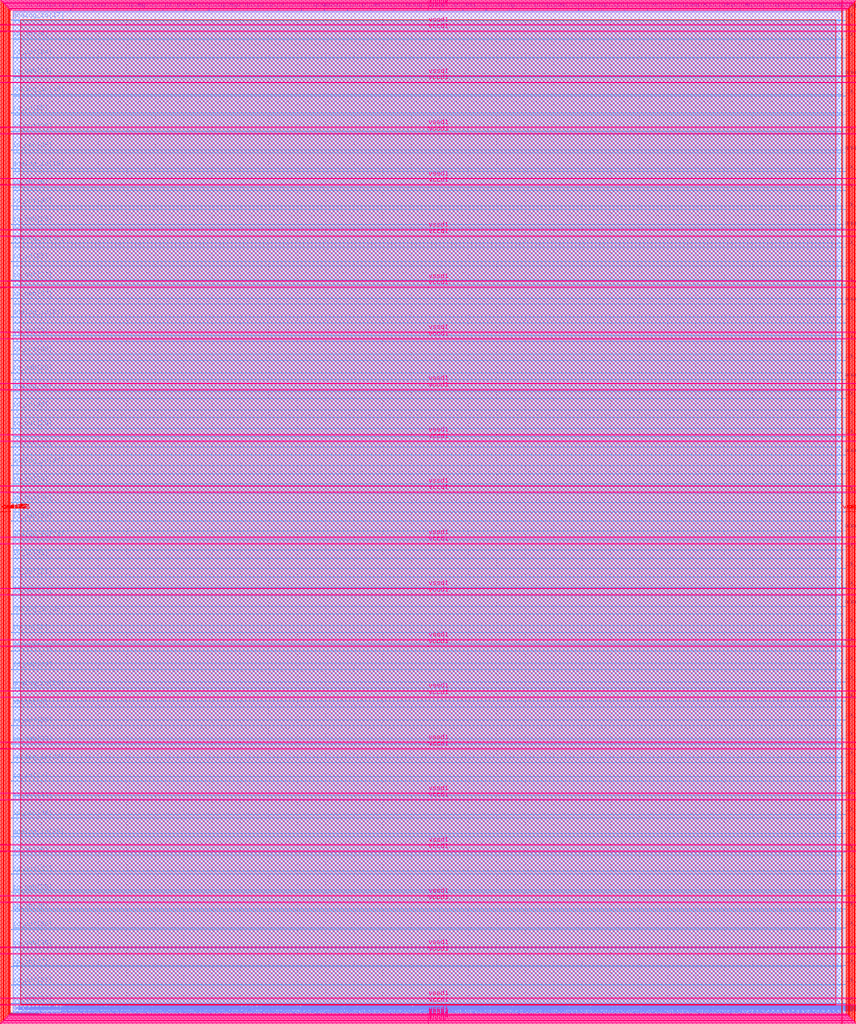
<source format=lef>
VERSION 5.7 ;
  NOWIREEXTENSIONATPIN ON ;
  DIVIDERCHAR "/" ;
  BUSBITCHARS "[]" ;
MACRO user_project_wrapper
  CLASS BLOCK ;
  FOREIGN user_project_wrapper ;
  ORIGIN 0.000 0.000 ;
  SIZE 2920.000 BY 3520.000 ;
  PIN analog_io[0]
    DIRECTION INOUT ;
    USE SIGNAL ;
    PORT
      LAYER met3 ;
        RECT 2917.600 1426.380 2924.800 1427.580 ;
    END
  END analog_io[0]
  PIN analog_io[10]
    DIRECTION INOUT ;
    USE SIGNAL ;
    PORT
      LAYER met2 ;
        RECT 2230.490 3517.600 2231.050 3524.800 ;
    END
  END analog_io[10]
  PIN analog_io[11]
    DIRECTION INOUT ;
    USE SIGNAL ;
    PORT
      LAYER met2 ;
        RECT 1905.730 3517.600 1906.290 3524.800 ;
    END
  END analog_io[11]
  PIN analog_io[12]
    DIRECTION INOUT ;
    USE SIGNAL ;
    PORT
      LAYER met2 ;
        RECT 1581.430 3517.600 1581.990 3524.800 ;
    END
  END analog_io[12]
  PIN analog_io[13]
    DIRECTION INOUT ;
    USE SIGNAL ;
    PORT
      LAYER met2 ;
        RECT 1257.130 3517.600 1257.690 3524.800 ;
    END
  END analog_io[13]
  PIN analog_io[14]
    DIRECTION INOUT ;
    USE SIGNAL ;
    PORT
      LAYER met2 ;
        RECT 932.370 3517.600 932.930 3524.800 ;
    END
  END analog_io[14]
  PIN analog_io[15]
    DIRECTION INOUT ;
    USE SIGNAL ;
    PORT
      LAYER met2 ;
        RECT 608.070 3517.600 608.630 3524.800 ;
    END
  END analog_io[15]
  PIN analog_io[16]
    DIRECTION INOUT ;
    USE SIGNAL ;
    PORT
      LAYER met2 ;
        RECT 283.770 3517.600 284.330 3524.800 ;
    END
  END analog_io[16]
  PIN analog_io[17]
    DIRECTION INOUT ;
    USE SIGNAL ;
    PORT
      LAYER met3 ;
        RECT -4.800 3486.100 2.400 3487.300 ;
    END
  END analog_io[17]
  PIN analog_io[18]
    DIRECTION INOUT ;
    USE SIGNAL ;
    PORT
      LAYER met3 ;
        RECT -4.800 3224.980 2.400 3226.180 ;
    END
  END analog_io[18]
  PIN analog_io[19]
    DIRECTION INOUT ;
    USE SIGNAL ;
    PORT
      LAYER met3 ;
        RECT -4.800 2964.540 2.400 2965.740 ;
    END
  END analog_io[19]
  PIN analog_io[1]
    DIRECTION INOUT ;
    USE SIGNAL ;
    PORT
      LAYER met3 ;
        RECT 2917.600 1692.260 2924.800 1693.460 ;
    END
  END analog_io[1]
  PIN analog_io[20]
    DIRECTION INOUT ;
    USE SIGNAL ;
    PORT
      LAYER met3 ;
        RECT -4.800 2703.420 2.400 2704.620 ;
    END
  END analog_io[20]
  PIN analog_io[21]
    DIRECTION INOUT ;
    USE SIGNAL ;
    PORT
      LAYER met3 ;
        RECT -4.800 2442.980 2.400 2444.180 ;
    END
  END analog_io[21]
  PIN analog_io[22]
    DIRECTION INOUT ;
    USE SIGNAL ;
    PORT
      LAYER met3 ;
        RECT -4.800 2182.540 2.400 2183.740 ;
    END
  END analog_io[22]
  PIN analog_io[23]
    DIRECTION INOUT ;
    USE SIGNAL ;
    PORT
      LAYER met3 ;
        RECT -4.800 1921.420 2.400 1922.620 ;
    END
  END analog_io[23]
  PIN analog_io[24]
    DIRECTION INOUT ;
    USE SIGNAL ;
    PORT
      LAYER met3 ;
        RECT -4.800 1660.980 2.400 1662.180 ;
    END
  END analog_io[24]
  PIN analog_io[25]
    DIRECTION INOUT ;
    USE SIGNAL ;
    PORT
      LAYER met3 ;
        RECT -4.800 1399.860 2.400 1401.060 ;
    END
  END analog_io[25]
  PIN analog_io[26]
    DIRECTION INOUT ;
    USE SIGNAL ;
    PORT
      LAYER met3 ;
        RECT -4.800 1139.420 2.400 1140.620 ;
    END
  END analog_io[26]
  PIN analog_io[27]
    DIRECTION INOUT ;
    USE SIGNAL ;
    PORT
      LAYER met3 ;
        RECT -4.800 878.980 2.400 880.180 ;
    END
  END analog_io[27]
  PIN analog_io[28]
    DIRECTION INOUT ;
    USE SIGNAL ;
    PORT
      LAYER met3 ;
        RECT -4.800 617.860 2.400 619.060 ;
    END
  END analog_io[28]
  PIN analog_io[2]
    DIRECTION INOUT ;
    USE SIGNAL ;
    PORT
      LAYER met3 ;
        RECT 2917.600 1958.140 2924.800 1959.340 ;
    END
  END analog_io[2]
  PIN analog_io[3]
    DIRECTION INOUT ;
    USE SIGNAL ;
    PORT
      LAYER met3 ;
        RECT 2917.600 2223.340 2924.800 2224.540 ;
    END
  END analog_io[3]
  PIN analog_io[4]
    DIRECTION INOUT ;
    USE SIGNAL ;
    PORT
      LAYER met3 ;
        RECT 2917.600 2489.220 2924.800 2490.420 ;
    END
  END analog_io[4]
  PIN analog_io[5]
    DIRECTION INOUT ;
    USE SIGNAL ;
    PORT
      LAYER met3 ;
        RECT 2917.600 2755.100 2924.800 2756.300 ;
    END
  END analog_io[5]
  PIN analog_io[6]
    DIRECTION INOUT ;
    USE SIGNAL ;
    PORT
      LAYER met3 ;
        RECT 2917.600 3020.300 2924.800 3021.500 ;
    END
  END analog_io[6]
  PIN analog_io[7]
    DIRECTION INOUT ;
    USE SIGNAL ;
    PORT
      LAYER met3 ;
        RECT 2917.600 3286.180 2924.800 3287.380 ;
    END
  END analog_io[7]
  PIN analog_io[8]
    DIRECTION INOUT ;
    USE SIGNAL ;
    PORT
      LAYER met2 ;
        RECT 2879.090 3517.600 2879.650 3524.800 ;
    END
  END analog_io[8]
  PIN analog_io[9]
    DIRECTION INOUT ;
    USE SIGNAL ;
    PORT
      LAYER met2 ;
        RECT 2554.790 3517.600 2555.350 3524.800 ;
    END
  END analog_io[9]
  PIN io_in[0]
    DIRECTION INPUT ;
    USE SIGNAL ;
    PORT
      LAYER met3 ;
        RECT 2917.600 32.380 2924.800 33.580 ;
    END
  END io_in[0]
  PIN io_in[10]
    DIRECTION INPUT ;
    USE SIGNAL ;
    PORT
      LAYER met3 ;
        RECT 2917.600 2289.980 2924.800 2291.180 ;
    END
  END io_in[10]
  PIN io_in[11]
    DIRECTION INPUT ;
    USE SIGNAL ;
    PORT
      LAYER met3 ;
        RECT 2917.600 2555.860 2924.800 2557.060 ;
    END
  END io_in[11]
  PIN io_in[12]
    DIRECTION INPUT ;
    USE SIGNAL ;
    PORT
      LAYER met3 ;
        RECT 2917.600 2821.060 2924.800 2822.260 ;
    END
  END io_in[12]
  PIN io_in[13]
    DIRECTION INPUT ;
    USE SIGNAL ;
    PORT
      LAYER met3 ;
        RECT 2917.600 3086.940 2924.800 3088.140 ;
    END
  END io_in[13]
  PIN io_in[14]
    DIRECTION INPUT ;
    USE SIGNAL ;
    PORT
      LAYER met3 ;
        RECT 2917.600 3352.820 2924.800 3354.020 ;
    END
  END io_in[14]
  PIN io_in[15]
    DIRECTION INPUT ;
    USE SIGNAL ;
    PORT
      LAYER met2 ;
        RECT 2798.130 3517.600 2798.690 3524.800 ;
    END
  END io_in[15]
  PIN io_in[16]
    DIRECTION INPUT ;
    USE SIGNAL ;
    PORT
      LAYER met2 ;
        RECT 2473.830 3517.600 2474.390 3524.800 ;
    END
  END io_in[16]
  PIN io_in[17]
    DIRECTION INPUT ;
    USE SIGNAL ;
    PORT
      LAYER met2 ;
        RECT 2149.070 3517.600 2149.630 3524.800 ;
    END
  END io_in[17]
  PIN io_in[18]
    DIRECTION INPUT ;
    USE SIGNAL ;
    PORT
      LAYER met2 ;
        RECT 1824.770 3517.600 1825.330 3524.800 ;
    END
  END io_in[18]
  PIN io_in[19]
    DIRECTION INPUT ;
    USE SIGNAL ;
    PORT
      LAYER met2 ;
        RECT 1500.470 3517.600 1501.030 3524.800 ;
    END
  END io_in[19]
  PIN io_in[1]
    DIRECTION INPUT ;
    USE SIGNAL ;
    PORT
      LAYER met3 ;
        RECT 2917.600 230.940 2924.800 232.140 ;
    END
  END io_in[1]
  PIN io_in[20]
    DIRECTION INPUT ;
    USE SIGNAL ;
    PORT
      LAYER met2 ;
        RECT 1175.710 3517.600 1176.270 3524.800 ;
    END
  END io_in[20]
  PIN io_in[21]
    DIRECTION INPUT ;
    USE SIGNAL ;
    PORT
      LAYER met2 ;
        RECT 851.410 3517.600 851.970 3524.800 ;
    END
  END io_in[21]
  PIN io_in[22]
    DIRECTION INPUT ;
    USE SIGNAL ;
    PORT
      LAYER met2 ;
        RECT 527.110 3517.600 527.670 3524.800 ;
    END
  END io_in[22]
  PIN io_in[23]
    DIRECTION INPUT ;
    USE SIGNAL ;
    PORT
      LAYER met2 ;
        RECT 202.350 3517.600 202.910 3524.800 ;
    END
  END io_in[23]
  PIN io_in[24]
    DIRECTION INPUT ;
    USE SIGNAL ;
    PORT
      LAYER met3 ;
        RECT -4.800 3420.820 2.400 3422.020 ;
    END
  END io_in[24]
  PIN io_in[25]
    DIRECTION INPUT ;
    USE SIGNAL ;
    PORT
      LAYER met3 ;
        RECT -4.800 3159.700 2.400 3160.900 ;
    END
  END io_in[25]
  PIN io_in[26]
    DIRECTION INPUT ;
    USE SIGNAL ;
    PORT
      LAYER met3 ;
        RECT -4.800 2899.260 2.400 2900.460 ;
    END
  END io_in[26]
  PIN io_in[27]
    DIRECTION INPUT ;
    USE SIGNAL ;
    PORT
      LAYER met3 ;
        RECT -4.800 2638.820 2.400 2640.020 ;
    END
  END io_in[27]
  PIN io_in[28]
    DIRECTION INPUT ;
    USE SIGNAL ;
    PORT
      LAYER met3 ;
        RECT -4.800 2377.700 2.400 2378.900 ;
    END
  END io_in[28]
  PIN io_in[29]
    DIRECTION INPUT ;
    USE SIGNAL ;
    PORT
      LAYER met3 ;
        RECT -4.800 2117.260 2.400 2118.460 ;
    END
  END io_in[29]
  PIN io_in[2]
    DIRECTION INPUT ;
    USE SIGNAL ;
    PORT
      LAYER met3 ;
        RECT 2917.600 430.180 2924.800 431.380 ;
    END
  END io_in[2]
  PIN io_in[30]
    DIRECTION INPUT ;
    USE SIGNAL ;
    PORT
      LAYER met3 ;
        RECT -4.800 1856.140 2.400 1857.340 ;
    END
  END io_in[30]
  PIN io_in[31]
    DIRECTION INPUT ;
    USE SIGNAL ;
    PORT
      LAYER met3 ;
        RECT -4.800 1595.700 2.400 1596.900 ;
    END
  END io_in[31]
  PIN io_in[32]
    DIRECTION INPUT ;
    USE SIGNAL ;
    PORT
      LAYER met3 ;
        RECT -4.800 1335.260 2.400 1336.460 ;
    END
  END io_in[32]
  PIN io_in[33]
    DIRECTION INPUT ;
    USE SIGNAL ;
    PORT
      LAYER met3 ;
        RECT -4.800 1074.140 2.400 1075.340 ;
    END
  END io_in[33]
  PIN io_in[34]
    DIRECTION INPUT ;
    USE SIGNAL ;
    PORT
      LAYER met3 ;
        RECT -4.800 813.700 2.400 814.900 ;
    END
  END io_in[34]
  PIN io_in[35]
    DIRECTION INPUT ;
    USE SIGNAL ;
    PORT
      LAYER met3 ;
        RECT -4.800 552.580 2.400 553.780 ;
    END
  END io_in[35]
  PIN io_in[36]
    DIRECTION INPUT ;
    USE SIGNAL ;
    PORT
      LAYER met3 ;
        RECT -4.800 357.420 2.400 358.620 ;
    END
  END io_in[36]
  PIN io_in[37]
    DIRECTION INPUT ;
    USE SIGNAL ;
    PORT
      LAYER met3 ;
        RECT -4.800 161.580 2.400 162.780 ;
    END
  END io_in[37]
  PIN io_in[3]
    DIRECTION INPUT ;
    USE SIGNAL ;
    PORT
      LAYER met3 ;
        RECT 2917.600 629.420 2924.800 630.620 ;
    END
  END io_in[3]
  PIN io_in[4]
    DIRECTION INPUT ;
    USE SIGNAL ;
    PORT
      LAYER met3 ;
        RECT 2917.600 828.660 2924.800 829.860 ;
    END
  END io_in[4]
  PIN io_in[5]
    DIRECTION INPUT ;
    USE SIGNAL ;
    PORT
      LAYER met3 ;
        RECT 2917.600 1027.900 2924.800 1029.100 ;
    END
  END io_in[5]
  PIN io_in[6]
    DIRECTION INPUT ;
    USE SIGNAL ;
    PORT
      LAYER met3 ;
        RECT 2917.600 1227.140 2924.800 1228.340 ;
    END
  END io_in[6]
  PIN io_in[7]
    DIRECTION INPUT ;
    USE SIGNAL ;
    PORT
      LAYER met3 ;
        RECT 2917.600 1493.020 2924.800 1494.220 ;
    END
  END io_in[7]
  PIN io_in[8]
    DIRECTION INPUT ;
    USE SIGNAL ;
    PORT
      LAYER met3 ;
        RECT 2917.600 1758.900 2924.800 1760.100 ;
    END
  END io_in[8]
  PIN io_in[9]
    DIRECTION INPUT ;
    USE SIGNAL ;
    PORT
      LAYER met3 ;
        RECT 2917.600 2024.100 2924.800 2025.300 ;
    END
  END io_in[9]
  PIN io_oeb[0]
    DIRECTION OUTPUT TRISTATE ;
    USE SIGNAL ;
    PORT
      LAYER met3 ;
        RECT 2917.600 164.980 2924.800 166.180 ;
    END
  END io_oeb[0]
  PIN io_oeb[10]
    DIRECTION OUTPUT TRISTATE ;
    USE SIGNAL ;
    PORT
      LAYER met3 ;
        RECT 2917.600 2422.580 2924.800 2423.780 ;
    END
  END io_oeb[10]
  PIN io_oeb[11]
    DIRECTION OUTPUT TRISTATE ;
    USE SIGNAL ;
    PORT
      LAYER met3 ;
        RECT 2917.600 2688.460 2924.800 2689.660 ;
    END
  END io_oeb[11]
  PIN io_oeb[12]
    DIRECTION OUTPUT TRISTATE ;
    USE SIGNAL ;
    PORT
      LAYER met3 ;
        RECT 2917.600 2954.340 2924.800 2955.540 ;
    END
  END io_oeb[12]
  PIN io_oeb[13]
    DIRECTION OUTPUT TRISTATE ;
    USE SIGNAL ;
    PORT
      LAYER met3 ;
        RECT 2917.600 3219.540 2924.800 3220.740 ;
    END
  END io_oeb[13]
  PIN io_oeb[14]
    DIRECTION OUTPUT TRISTATE ;
    USE SIGNAL ;
    PORT
      LAYER met3 ;
        RECT 2917.600 3485.420 2924.800 3486.620 ;
    END
  END io_oeb[14]
  PIN io_oeb[15]
    DIRECTION OUTPUT TRISTATE ;
    USE SIGNAL ;
    PORT
      LAYER met2 ;
        RECT 2635.750 3517.600 2636.310 3524.800 ;
    END
  END io_oeb[15]
  PIN io_oeb[16]
    DIRECTION OUTPUT TRISTATE ;
    USE SIGNAL ;
    PORT
      LAYER met2 ;
        RECT 2311.450 3517.600 2312.010 3524.800 ;
    END
  END io_oeb[16]
  PIN io_oeb[17]
    DIRECTION OUTPUT TRISTATE ;
    USE SIGNAL ;
    PORT
      LAYER met2 ;
        RECT 1987.150 3517.600 1987.710 3524.800 ;
    END
  END io_oeb[17]
  PIN io_oeb[18]
    DIRECTION OUTPUT TRISTATE ;
    USE SIGNAL ;
    PORT
      LAYER met2 ;
        RECT 1662.390 3517.600 1662.950 3524.800 ;
    END
  END io_oeb[18]
  PIN io_oeb[19]
    DIRECTION OUTPUT TRISTATE ;
    USE SIGNAL ;
    PORT
      LAYER met2 ;
        RECT 1338.090 3517.600 1338.650 3524.800 ;
    END
  END io_oeb[19]
  PIN io_oeb[1]
    DIRECTION OUTPUT TRISTATE ;
    USE SIGNAL ;
    PORT
      LAYER met3 ;
        RECT 2917.600 364.220 2924.800 365.420 ;
    END
  END io_oeb[1]
  PIN io_oeb[20]
    DIRECTION OUTPUT TRISTATE ;
    USE SIGNAL ;
    PORT
      LAYER met2 ;
        RECT 1013.790 3517.600 1014.350 3524.800 ;
    END
  END io_oeb[20]
  PIN io_oeb[21]
    DIRECTION OUTPUT TRISTATE ;
    USE SIGNAL ;
    PORT
      LAYER met2 ;
        RECT 689.030 3517.600 689.590 3524.800 ;
    END
  END io_oeb[21]
  PIN io_oeb[22]
    DIRECTION OUTPUT TRISTATE ;
    USE SIGNAL ;
    PORT
      LAYER met2 ;
        RECT 364.730 3517.600 365.290 3524.800 ;
    END
  END io_oeb[22]
  PIN io_oeb[23]
    DIRECTION OUTPUT TRISTATE ;
    USE SIGNAL ;
    PORT
      LAYER met2 ;
        RECT 40.430 3517.600 40.990 3524.800 ;
    END
  END io_oeb[23]
  PIN io_oeb[24]
    DIRECTION OUTPUT TRISTATE ;
    USE SIGNAL ;
    PORT
      LAYER met3 ;
        RECT -4.800 3290.260 2.400 3291.460 ;
    END
  END io_oeb[24]
  PIN io_oeb[25]
    DIRECTION OUTPUT TRISTATE ;
    USE SIGNAL ;
    PORT
      LAYER met3 ;
        RECT -4.800 3029.820 2.400 3031.020 ;
    END
  END io_oeb[25]
  PIN io_oeb[26]
    DIRECTION OUTPUT TRISTATE ;
    USE SIGNAL ;
    PORT
      LAYER met3 ;
        RECT -4.800 2768.700 2.400 2769.900 ;
    END
  END io_oeb[26]
  PIN io_oeb[27]
    DIRECTION OUTPUT TRISTATE ;
    USE SIGNAL ;
    PORT
      LAYER met3 ;
        RECT -4.800 2508.260 2.400 2509.460 ;
    END
  END io_oeb[27]
  PIN io_oeb[28]
    DIRECTION OUTPUT TRISTATE ;
    USE SIGNAL ;
    PORT
      LAYER met3 ;
        RECT -4.800 2247.140 2.400 2248.340 ;
    END
  END io_oeb[28]
  PIN io_oeb[29]
    DIRECTION OUTPUT TRISTATE ;
    USE SIGNAL ;
    PORT
      LAYER met3 ;
        RECT -4.800 1986.700 2.400 1987.900 ;
    END
  END io_oeb[29]
  PIN io_oeb[2]
    DIRECTION OUTPUT TRISTATE ;
    USE SIGNAL ;
    PORT
      LAYER met3 ;
        RECT 2917.600 563.460 2924.800 564.660 ;
    END
  END io_oeb[2]
  PIN io_oeb[30]
    DIRECTION OUTPUT TRISTATE ;
    USE SIGNAL ;
    PORT
      LAYER met3 ;
        RECT -4.800 1726.260 2.400 1727.460 ;
    END
  END io_oeb[30]
  PIN io_oeb[31]
    DIRECTION OUTPUT TRISTATE ;
    USE SIGNAL ;
    PORT
      LAYER met3 ;
        RECT -4.800 1465.140 2.400 1466.340 ;
    END
  END io_oeb[31]
  PIN io_oeb[32]
    DIRECTION OUTPUT TRISTATE ;
    USE SIGNAL ;
    PORT
      LAYER met3 ;
        RECT -4.800 1204.700 2.400 1205.900 ;
    END
  END io_oeb[32]
  PIN io_oeb[33]
    DIRECTION OUTPUT TRISTATE ;
    USE SIGNAL ;
    PORT
      LAYER met3 ;
        RECT -4.800 943.580 2.400 944.780 ;
    END
  END io_oeb[33]
  PIN io_oeb[34]
    DIRECTION OUTPUT TRISTATE ;
    USE SIGNAL ;
    PORT
      LAYER met3 ;
        RECT -4.800 683.140 2.400 684.340 ;
    END
  END io_oeb[34]
  PIN io_oeb[35]
    DIRECTION OUTPUT TRISTATE ;
    USE SIGNAL ;
    PORT
      LAYER met3 ;
        RECT -4.800 422.700 2.400 423.900 ;
    END
  END io_oeb[35]
  PIN io_oeb[36]
    DIRECTION OUTPUT TRISTATE ;
    USE SIGNAL ;
    PORT
      LAYER met3 ;
        RECT -4.800 226.860 2.400 228.060 ;
    END
  END io_oeb[36]
  PIN io_oeb[37]
    DIRECTION OUTPUT TRISTATE ;
    USE SIGNAL ;
    PORT
      LAYER met3 ;
        RECT -4.800 31.700 2.400 32.900 ;
    END
  END io_oeb[37]
  PIN io_oeb[3]
    DIRECTION OUTPUT TRISTATE ;
    USE SIGNAL ;
    PORT
      LAYER met3 ;
        RECT 2917.600 762.700 2924.800 763.900 ;
    END
  END io_oeb[3]
  PIN io_oeb[4]
    DIRECTION OUTPUT TRISTATE ;
    USE SIGNAL ;
    PORT
      LAYER met3 ;
        RECT 2917.600 961.940 2924.800 963.140 ;
    END
  END io_oeb[4]
  PIN io_oeb[5]
    DIRECTION OUTPUT TRISTATE ;
    USE SIGNAL ;
    PORT
      LAYER met3 ;
        RECT 2917.600 1161.180 2924.800 1162.380 ;
    END
  END io_oeb[5]
  PIN io_oeb[6]
    DIRECTION OUTPUT TRISTATE ;
    USE SIGNAL ;
    PORT
      LAYER met3 ;
        RECT 2917.600 1360.420 2924.800 1361.620 ;
    END
  END io_oeb[6]
  PIN io_oeb[7]
    DIRECTION OUTPUT TRISTATE ;
    USE SIGNAL ;
    PORT
      LAYER met3 ;
        RECT 2917.600 1625.620 2924.800 1626.820 ;
    END
  END io_oeb[7]
  PIN io_oeb[8]
    DIRECTION OUTPUT TRISTATE ;
    USE SIGNAL ;
    PORT
      LAYER met3 ;
        RECT 2917.600 1891.500 2924.800 1892.700 ;
    END
  END io_oeb[8]
  PIN io_oeb[9]
    DIRECTION OUTPUT TRISTATE ;
    USE SIGNAL ;
    PORT
      LAYER met3 ;
        RECT 2917.600 2157.380 2924.800 2158.580 ;
    END
  END io_oeb[9]
  PIN io_out[0]
    DIRECTION OUTPUT TRISTATE ;
    USE SIGNAL ;
    PORT
      LAYER met3 ;
        RECT 2917.600 98.340 2924.800 99.540 ;
    END
  END io_out[0]
  PIN io_out[10]
    DIRECTION OUTPUT TRISTATE ;
    USE SIGNAL ;
    PORT
      LAYER met3 ;
        RECT 2917.600 2356.620 2924.800 2357.820 ;
    END
  END io_out[10]
  PIN io_out[11]
    DIRECTION OUTPUT TRISTATE ;
    USE SIGNAL ;
    PORT
      LAYER met3 ;
        RECT 2917.600 2621.820 2924.800 2623.020 ;
    END
  END io_out[11]
  PIN io_out[12]
    DIRECTION OUTPUT TRISTATE ;
    USE SIGNAL ;
    PORT
      LAYER met3 ;
        RECT 2917.600 2887.700 2924.800 2888.900 ;
    END
  END io_out[12]
  PIN io_out[13]
    DIRECTION OUTPUT TRISTATE ;
    USE SIGNAL ;
    PORT
      LAYER met3 ;
        RECT 2917.600 3153.580 2924.800 3154.780 ;
    END
  END io_out[13]
  PIN io_out[14]
    DIRECTION OUTPUT TRISTATE ;
    USE SIGNAL ;
    PORT
      LAYER met3 ;
        RECT 2917.600 3418.780 2924.800 3419.980 ;
    END
  END io_out[14]
  PIN io_out[15]
    DIRECTION OUTPUT TRISTATE ;
    USE SIGNAL ;
    PORT
      LAYER met2 ;
        RECT 2717.170 3517.600 2717.730 3524.800 ;
    END
  END io_out[15]
  PIN io_out[16]
    DIRECTION OUTPUT TRISTATE ;
    USE SIGNAL ;
    PORT
      LAYER met2 ;
        RECT 2392.410 3517.600 2392.970 3524.800 ;
    END
  END io_out[16]
  PIN io_out[17]
    DIRECTION OUTPUT TRISTATE ;
    USE SIGNAL ;
    PORT
      LAYER met2 ;
        RECT 2068.110 3517.600 2068.670 3524.800 ;
    END
  END io_out[17]
  PIN io_out[18]
    DIRECTION OUTPUT TRISTATE ;
    USE SIGNAL ;
    PORT
      LAYER met2 ;
        RECT 1743.810 3517.600 1744.370 3524.800 ;
    END
  END io_out[18]
  PIN io_out[19]
    DIRECTION OUTPUT TRISTATE ;
    USE SIGNAL ;
    PORT
      LAYER met2 ;
        RECT 1419.050 3517.600 1419.610 3524.800 ;
    END
  END io_out[19]
  PIN io_out[1]
    DIRECTION OUTPUT TRISTATE ;
    USE SIGNAL ;
    PORT
      LAYER met3 ;
        RECT 2917.600 297.580 2924.800 298.780 ;
    END
  END io_out[1]
  PIN io_out[20]
    DIRECTION OUTPUT TRISTATE ;
    USE SIGNAL ;
    PORT
      LAYER met2 ;
        RECT 1094.750 3517.600 1095.310 3524.800 ;
    END
  END io_out[20]
  PIN io_out[21]
    DIRECTION OUTPUT TRISTATE ;
    USE SIGNAL ;
    PORT
      LAYER met2 ;
        RECT 770.450 3517.600 771.010 3524.800 ;
    END
  END io_out[21]
  PIN io_out[22]
    DIRECTION OUTPUT TRISTATE ;
    USE SIGNAL ;
    PORT
      LAYER met2 ;
        RECT 445.690 3517.600 446.250 3524.800 ;
    END
  END io_out[22]
  PIN io_out[23]
    DIRECTION OUTPUT TRISTATE ;
    USE SIGNAL ;
    PORT
      LAYER met2 ;
        RECT 121.390 3517.600 121.950 3524.800 ;
    END
  END io_out[23]
  PIN io_out[24]
    DIRECTION OUTPUT TRISTATE ;
    USE SIGNAL ;
    PORT
      LAYER met3 ;
        RECT -4.800 3355.540 2.400 3356.740 ;
    END
  END io_out[24]
  PIN io_out[25]
    DIRECTION OUTPUT TRISTATE ;
    USE SIGNAL ;
    PORT
      LAYER met3 ;
        RECT -4.800 3095.100 2.400 3096.300 ;
    END
  END io_out[25]
  PIN io_out[26]
    DIRECTION OUTPUT TRISTATE ;
    USE SIGNAL ;
    PORT
      LAYER met3 ;
        RECT -4.800 2833.980 2.400 2835.180 ;
    END
  END io_out[26]
  PIN io_out[27]
    DIRECTION OUTPUT TRISTATE ;
    USE SIGNAL ;
    PORT
      LAYER met3 ;
        RECT -4.800 2573.540 2.400 2574.740 ;
    END
  END io_out[27]
  PIN io_out[28]
    DIRECTION OUTPUT TRISTATE ;
    USE SIGNAL ;
    PORT
      LAYER met3 ;
        RECT -4.800 2312.420 2.400 2313.620 ;
    END
  END io_out[28]
  PIN io_out[29]
    DIRECTION OUTPUT TRISTATE ;
    USE SIGNAL ;
    PORT
      LAYER met3 ;
        RECT -4.800 2051.980 2.400 2053.180 ;
    END
  END io_out[29]
  PIN io_out[2]
    DIRECTION OUTPUT TRISTATE ;
    USE SIGNAL ;
    PORT
      LAYER met3 ;
        RECT 2917.600 496.820 2924.800 498.020 ;
    END
  END io_out[2]
  PIN io_out[30]
    DIRECTION OUTPUT TRISTATE ;
    USE SIGNAL ;
    PORT
      LAYER met3 ;
        RECT -4.800 1791.540 2.400 1792.740 ;
    END
  END io_out[30]
  PIN io_out[31]
    DIRECTION OUTPUT TRISTATE ;
    USE SIGNAL ;
    PORT
      LAYER met3 ;
        RECT -4.800 1530.420 2.400 1531.620 ;
    END
  END io_out[31]
  PIN io_out[32]
    DIRECTION OUTPUT TRISTATE ;
    USE SIGNAL ;
    PORT
      LAYER met3 ;
        RECT -4.800 1269.980 2.400 1271.180 ;
    END
  END io_out[32]
  PIN io_out[33]
    DIRECTION OUTPUT TRISTATE ;
    USE SIGNAL ;
    PORT
      LAYER met3 ;
        RECT -4.800 1008.860 2.400 1010.060 ;
    END
  END io_out[33]
  PIN io_out[34]
    DIRECTION OUTPUT TRISTATE ;
    USE SIGNAL ;
    PORT
      LAYER met3 ;
        RECT -4.800 748.420 2.400 749.620 ;
    END
  END io_out[34]
  PIN io_out[35]
    DIRECTION OUTPUT TRISTATE ;
    USE SIGNAL ;
    PORT
      LAYER met3 ;
        RECT -4.800 487.300 2.400 488.500 ;
    END
  END io_out[35]
  PIN io_out[36]
    DIRECTION OUTPUT TRISTATE ;
    USE SIGNAL ;
    PORT
      LAYER met3 ;
        RECT -4.800 292.140 2.400 293.340 ;
    END
  END io_out[36]
  PIN io_out[37]
    DIRECTION OUTPUT TRISTATE ;
    USE SIGNAL ;
    PORT
      LAYER met3 ;
        RECT -4.800 96.300 2.400 97.500 ;
    END
  END io_out[37]
  PIN io_out[3]
    DIRECTION OUTPUT TRISTATE ;
    USE SIGNAL ;
    PORT
      LAYER met3 ;
        RECT 2917.600 696.060 2924.800 697.260 ;
    END
  END io_out[3]
  PIN io_out[4]
    DIRECTION OUTPUT TRISTATE ;
    USE SIGNAL ;
    PORT
      LAYER met3 ;
        RECT 2917.600 895.300 2924.800 896.500 ;
    END
  END io_out[4]
  PIN io_out[5]
    DIRECTION OUTPUT TRISTATE ;
    USE SIGNAL ;
    PORT
      LAYER met3 ;
        RECT 2917.600 1094.540 2924.800 1095.740 ;
    END
  END io_out[5]
  PIN io_out[6]
    DIRECTION OUTPUT TRISTATE ;
    USE SIGNAL ;
    PORT
      LAYER met3 ;
        RECT 2917.600 1293.780 2924.800 1294.980 ;
    END
  END io_out[6]
  PIN io_out[7]
    DIRECTION OUTPUT TRISTATE ;
    USE SIGNAL ;
    PORT
      LAYER met3 ;
        RECT 2917.600 1559.660 2924.800 1560.860 ;
    END
  END io_out[7]
  PIN io_out[8]
    DIRECTION OUTPUT TRISTATE ;
    USE SIGNAL ;
    PORT
      LAYER met3 ;
        RECT 2917.600 1824.860 2924.800 1826.060 ;
    END
  END io_out[8]
  PIN io_out[9]
    DIRECTION OUTPUT TRISTATE ;
    USE SIGNAL ;
    PORT
      LAYER met3 ;
        RECT 2917.600 2090.740 2924.800 2091.940 ;
    END
  END io_out[9]
  PIN la_data_in[0]
    DIRECTION INPUT ;
    USE SIGNAL ;
    PORT
      LAYER met2 ;
        RECT 629.230 -4.800 629.790 2.400 ;
    END
  END la_data_in[0]
  PIN la_data_in[100]
    DIRECTION INPUT ;
    USE SIGNAL ;
    PORT
      LAYER met2 ;
        RECT 2402.530 -4.800 2403.090 2.400 ;
    END
  END la_data_in[100]
  PIN la_data_in[101]
    DIRECTION INPUT ;
    USE SIGNAL ;
    PORT
      LAYER met2 ;
        RECT 2420.010 -4.800 2420.570 2.400 ;
    END
  END la_data_in[101]
  PIN la_data_in[102]
    DIRECTION INPUT ;
    USE SIGNAL ;
    PORT
      LAYER met2 ;
        RECT 2437.950 -4.800 2438.510 2.400 ;
    END
  END la_data_in[102]
  PIN la_data_in[103]
    DIRECTION INPUT ;
    USE SIGNAL ;
    PORT
      LAYER met2 ;
        RECT 2455.430 -4.800 2455.990 2.400 ;
    END
  END la_data_in[103]
  PIN la_data_in[104]
    DIRECTION INPUT ;
    USE SIGNAL ;
    PORT
      LAYER met2 ;
        RECT 2473.370 -4.800 2473.930 2.400 ;
    END
  END la_data_in[104]
  PIN la_data_in[105]
    DIRECTION INPUT ;
    USE SIGNAL ;
    PORT
      LAYER met2 ;
        RECT 2490.850 -4.800 2491.410 2.400 ;
    END
  END la_data_in[105]
  PIN la_data_in[106]
    DIRECTION INPUT ;
    USE SIGNAL ;
    PORT
      LAYER met2 ;
        RECT 2508.790 -4.800 2509.350 2.400 ;
    END
  END la_data_in[106]
  PIN la_data_in[107]
    DIRECTION INPUT ;
    USE SIGNAL ;
    PORT
      LAYER met2 ;
        RECT 2526.730 -4.800 2527.290 2.400 ;
    END
  END la_data_in[107]
  PIN la_data_in[108]
    DIRECTION INPUT ;
    USE SIGNAL ;
    PORT
      LAYER met2 ;
        RECT 2544.210 -4.800 2544.770 2.400 ;
    END
  END la_data_in[108]
  PIN la_data_in[109]
    DIRECTION INPUT ;
    USE SIGNAL ;
    PORT
      LAYER met2 ;
        RECT 2562.150 -4.800 2562.710 2.400 ;
    END
  END la_data_in[109]
  PIN la_data_in[10]
    DIRECTION INPUT ;
    USE SIGNAL ;
    PORT
      LAYER met2 ;
        RECT 806.330 -4.800 806.890 2.400 ;
    END
  END la_data_in[10]
  PIN la_data_in[110]
    DIRECTION INPUT ;
    USE SIGNAL ;
    PORT
      LAYER met2 ;
        RECT 2579.630 -4.800 2580.190 2.400 ;
    END
  END la_data_in[110]
  PIN la_data_in[111]
    DIRECTION INPUT ;
    USE SIGNAL ;
    PORT
      LAYER met2 ;
        RECT 2597.570 -4.800 2598.130 2.400 ;
    END
  END la_data_in[111]
  PIN la_data_in[112]
    DIRECTION INPUT ;
    USE SIGNAL ;
    PORT
      LAYER met2 ;
        RECT 2615.050 -4.800 2615.610 2.400 ;
    END
  END la_data_in[112]
  PIN la_data_in[113]
    DIRECTION INPUT ;
    USE SIGNAL ;
    PORT
      LAYER met2 ;
        RECT 2632.990 -4.800 2633.550 2.400 ;
    END
  END la_data_in[113]
  PIN la_data_in[114]
    DIRECTION INPUT ;
    USE SIGNAL ;
    PORT
      LAYER met2 ;
        RECT 2650.470 -4.800 2651.030 2.400 ;
    END
  END la_data_in[114]
  PIN la_data_in[115]
    DIRECTION INPUT ;
    USE SIGNAL ;
    PORT
      LAYER met2 ;
        RECT 2668.410 -4.800 2668.970 2.400 ;
    END
  END la_data_in[115]
  PIN la_data_in[116]
    DIRECTION INPUT ;
    USE SIGNAL ;
    PORT
      LAYER met2 ;
        RECT 2685.890 -4.800 2686.450 2.400 ;
    END
  END la_data_in[116]
  PIN la_data_in[117]
    DIRECTION INPUT ;
    USE SIGNAL ;
    PORT
      LAYER met2 ;
        RECT 2703.830 -4.800 2704.390 2.400 ;
    END
  END la_data_in[117]
  PIN la_data_in[118]
    DIRECTION INPUT ;
    USE SIGNAL ;
    PORT
      LAYER met2 ;
        RECT 2721.770 -4.800 2722.330 2.400 ;
    END
  END la_data_in[118]
  PIN la_data_in[119]
    DIRECTION INPUT ;
    USE SIGNAL ;
    PORT
      LAYER met2 ;
        RECT 2739.250 -4.800 2739.810 2.400 ;
    END
  END la_data_in[119]
  PIN la_data_in[11]
    DIRECTION INPUT ;
    USE SIGNAL ;
    PORT
      LAYER met2 ;
        RECT 824.270 -4.800 824.830 2.400 ;
    END
  END la_data_in[11]
  PIN la_data_in[120]
    DIRECTION INPUT ;
    USE SIGNAL ;
    PORT
      LAYER met2 ;
        RECT 2757.190 -4.800 2757.750 2.400 ;
    END
  END la_data_in[120]
  PIN la_data_in[121]
    DIRECTION INPUT ;
    USE SIGNAL ;
    PORT
      LAYER met2 ;
        RECT 2774.670 -4.800 2775.230 2.400 ;
    END
  END la_data_in[121]
  PIN la_data_in[122]
    DIRECTION INPUT ;
    USE SIGNAL ;
    PORT
      LAYER met2 ;
        RECT 2792.610 -4.800 2793.170 2.400 ;
    END
  END la_data_in[122]
  PIN la_data_in[123]
    DIRECTION INPUT ;
    USE SIGNAL ;
    PORT
      LAYER met2 ;
        RECT 2810.090 -4.800 2810.650 2.400 ;
    END
  END la_data_in[123]
  PIN la_data_in[124]
    DIRECTION INPUT ;
    USE SIGNAL ;
    PORT
      LAYER met2 ;
        RECT 2828.030 -4.800 2828.590 2.400 ;
    END
  END la_data_in[124]
  PIN la_data_in[125]
    DIRECTION INPUT ;
    USE SIGNAL ;
    PORT
      LAYER met2 ;
        RECT 2845.510 -4.800 2846.070 2.400 ;
    END
  END la_data_in[125]
  PIN la_data_in[126]
    DIRECTION INPUT ;
    USE SIGNAL ;
    PORT
      LAYER met2 ;
        RECT 2863.450 -4.800 2864.010 2.400 ;
    END
  END la_data_in[126]
  PIN la_data_in[127]
    DIRECTION INPUT ;
    USE SIGNAL ;
    PORT
      LAYER met2 ;
        RECT 2881.390 -4.800 2881.950 2.400 ;
    END
  END la_data_in[127]
  PIN la_data_in[12]
    DIRECTION INPUT ;
    USE SIGNAL ;
    PORT
      LAYER met2 ;
        RECT 841.750 -4.800 842.310 2.400 ;
    END
  END la_data_in[12]
  PIN la_data_in[13]
    DIRECTION INPUT ;
    USE SIGNAL ;
    PORT
      LAYER met2 ;
        RECT 859.690 -4.800 860.250 2.400 ;
    END
  END la_data_in[13]
  PIN la_data_in[14]
    DIRECTION INPUT ;
    USE SIGNAL ;
    PORT
      LAYER met2 ;
        RECT 877.170 -4.800 877.730 2.400 ;
    END
  END la_data_in[14]
  PIN la_data_in[15]
    DIRECTION INPUT ;
    USE SIGNAL ;
    PORT
      LAYER met2 ;
        RECT 895.110 -4.800 895.670 2.400 ;
    END
  END la_data_in[15]
  PIN la_data_in[16]
    DIRECTION INPUT ;
    USE SIGNAL ;
    PORT
      LAYER met2 ;
        RECT 912.590 -4.800 913.150 2.400 ;
    END
  END la_data_in[16]
  PIN la_data_in[17]
    DIRECTION INPUT ;
    USE SIGNAL ;
    PORT
      LAYER met2 ;
        RECT 930.530 -4.800 931.090 2.400 ;
    END
  END la_data_in[17]
  PIN la_data_in[18]
    DIRECTION INPUT ;
    USE SIGNAL ;
    PORT
      LAYER met2 ;
        RECT 948.470 -4.800 949.030 2.400 ;
    END
  END la_data_in[18]
  PIN la_data_in[19]
    DIRECTION INPUT ;
    USE SIGNAL ;
    PORT
      LAYER met2 ;
        RECT 965.950 -4.800 966.510 2.400 ;
    END
  END la_data_in[19]
  PIN la_data_in[1]
    DIRECTION INPUT ;
    USE SIGNAL ;
    PORT
      LAYER met2 ;
        RECT 646.710 -4.800 647.270 2.400 ;
    END
  END la_data_in[1]
  PIN la_data_in[20]
    DIRECTION INPUT ;
    USE SIGNAL ;
    PORT
      LAYER met2 ;
        RECT 983.890 -4.800 984.450 2.400 ;
    END
  END la_data_in[20]
  PIN la_data_in[21]
    DIRECTION INPUT ;
    USE SIGNAL ;
    PORT
      LAYER met2 ;
        RECT 1001.370 -4.800 1001.930 2.400 ;
    END
  END la_data_in[21]
  PIN la_data_in[22]
    DIRECTION INPUT ;
    USE SIGNAL ;
    PORT
      LAYER met2 ;
        RECT 1019.310 -4.800 1019.870 2.400 ;
    END
  END la_data_in[22]
  PIN la_data_in[23]
    DIRECTION INPUT ;
    USE SIGNAL ;
    PORT
      LAYER met2 ;
        RECT 1036.790 -4.800 1037.350 2.400 ;
    END
  END la_data_in[23]
  PIN la_data_in[24]
    DIRECTION INPUT ;
    USE SIGNAL ;
    PORT
      LAYER met2 ;
        RECT 1054.730 -4.800 1055.290 2.400 ;
    END
  END la_data_in[24]
  PIN la_data_in[25]
    DIRECTION INPUT ;
    USE SIGNAL ;
    PORT
      LAYER met2 ;
        RECT 1072.210 -4.800 1072.770 2.400 ;
    END
  END la_data_in[25]
  PIN la_data_in[26]
    DIRECTION INPUT ;
    USE SIGNAL ;
    PORT
      LAYER met2 ;
        RECT 1090.150 -4.800 1090.710 2.400 ;
    END
  END la_data_in[26]
  PIN la_data_in[27]
    DIRECTION INPUT ;
    USE SIGNAL ;
    PORT
      LAYER met2 ;
        RECT 1107.630 -4.800 1108.190 2.400 ;
    END
  END la_data_in[27]
  PIN la_data_in[28]
    DIRECTION INPUT ;
    USE SIGNAL ;
    PORT
      LAYER met2 ;
        RECT 1125.570 -4.800 1126.130 2.400 ;
    END
  END la_data_in[28]
  PIN la_data_in[29]
    DIRECTION INPUT ;
    USE SIGNAL ;
    PORT
      LAYER met2 ;
        RECT 1143.510 -4.800 1144.070 2.400 ;
    END
  END la_data_in[29]
  PIN la_data_in[2]
    DIRECTION INPUT ;
    USE SIGNAL ;
    PORT
      LAYER met2 ;
        RECT 664.650 -4.800 665.210 2.400 ;
    END
  END la_data_in[2]
  PIN la_data_in[30]
    DIRECTION INPUT ;
    USE SIGNAL ;
    PORT
      LAYER met2 ;
        RECT 1160.990 -4.800 1161.550 2.400 ;
    END
  END la_data_in[30]
  PIN la_data_in[31]
    DIRECTION INPUT ;
    USE SIGNAL ;
    PORT
      LAYER met2 ;
        RECT 1178.930 -4.800 1179.490 2.400 ;
    END
  END la_data_in[31]
  PIN la_data_in[32]
    DIRECTION INPUT ;
    USE SIGNAL ;
    PORT
      LAYER met2 ;
        RECT 1196.410 -4.800 1196.970 2.400 ;
    END
  END la_data_in[32]
  PIN la_data_in[33]
    DIRECTION INPUT ;
    USE SIGNAL ;
    PORT
      LAYER met2 ;
        RECT 1214.350 -4.800 1214.910 2.400 ;
    END
  END la_data_in[33]
  PIN la_data_in[34]
    DIRECTION INPUT ;
    USE SIGNAL ;
    PORT
      LAYER met2 ;
        RECT 1231.830 -4.800 1232.390 2.400 ;
    END
  END la_data_in[34]
  PIN la_data_in[35]
    DIRECTION INPUT ;
    USE SIGNAL ;
    PORT
      LAYER met2 ;
        RECT 1249.770 -4.800 1250.330 2.400 ;
    END
  END la_data_in[35]
  PIN la_data_in[36]
    DIRECTION INPUT ;
    USE SIGNAL ;
    PORT
      LAYER met2 ;
        RECT 1267.250 -4.800 1267.810 2.400 ;
    END
  END la_data_in[36]
  PIN la_data_in[37]
    DIRECTION INPUT ;
    USE SIGNAL ;
    PORT
      LAYER met2 ;
        RECT 1285.190 -4.800 1285.750 2.400 ;
    END
  END la_data_in[37]
  PIN la_data_in[38]
    DIRECTION INPUT ;
    USE SIGNAL ;
    PORT
      LAYER met2 ;
        RECT 1303.130 -4.800 1303.690 2.400 ;
    END
  END la_data_in[38]
  PIN la_data_in[39]
    DIRECTION INPUT ;
    USE SIGNAL ;
    PORT
      LAYER met2 ;
        RECT 1320.610 -4.800 1321.170 2.400 ;
    END
  END la_data_in[39]
  PIN la_data_in[3]
    DIRECTION INPUT ;
    USE SIGNAL ;
    PORT
      LAYER met2 ;
        RECT 682.130 -4.800 682.690 2.400 ;
    END
  END la_data_in[3]
  PIN la_data_in[40]
    DIRECTION INPUT ;
    USE SIGNAL ;
    PORT
      LAYER met2 ;
        RECT 1338.550 -4.800 1339.110 2.400 ;
    END
  END la_data_in[40]
  PIN la_data_in[41]
    DIRECTION INPUT ;
    USE SIGNAL ;
    PORT
      LAYER met2 ;
        RECT 1356.030 -4.800 1356.590 2.400 ;
    END
  END la_data_in[41]
  PIN la_data_in[42]
    DIRECTION INPUT ;
    USE SIGNAL ;
    PORT
      LAYER met2 ;
        RECT 1373.970 -4.800 1374.530 2.400 ;
    END
  END la_data_in[42]
  PIN la_data_in[43]
    DIRECTION INPUT ;
    USE SIGNAL ;
    PORT
      LAYER met2 ;
        RECT 1391.450 -4.800 1392.010 2.400 ;
    END
  END la_data_in[43]
  PIN la_data_in[44]
    DIRECTION INPUT ;
    USE SIGNAL ;
    PORT
      LAYER met2 ;
        RECT 1409.390 -4.800 1409.950 2.400 ;
    END
  END la_data_in[44]
  PIN la_data_in[45]
    DIRECTION INPUT ;
    USE SIGNAL ;
    PORT
      LAYER met2 ;
        RECT 1426.870 -4.800 1427.430 2.400 ;
    END
  END la_data_in[45]
  PIN la_data_in[46]
    DIRECTION INPUT ;
    USE SIGNAL ;
    PORT
      LAYER met2 ;
        RECT 1444.810 -4.800 1445.370 2.400 ;
    END
  END la_data_in[46]
  PIN la_data_in[47]
    DIRECTION INPUT ;
    USE SIGNAL ;
    PORT
      LAYER met2 ;
        RECT 1462.750 -4.800 1463.310 2.400 ;
    END
  END la_data_in[47]
  PIN la_data_in[48]
    DIRECTION INPUT ;
    USE SIGNAL ;
    PORT
      LAYER met2 ;
        RECT 1480.230 -4.800 1480.790 2.400 ;
    END
  END la_data_in[48]
  PIN la_data_in[49]
    DIRECTION INPUT ;
    USE SIGNAL ;
    PORT
      LAYER met2 ;
        RECT 1498.170 -4.800 1498.730 2.400 ;
    END
  END la_data_in[49]
  PIN la_data_in[4]
    DIRECTION INPUT ;
    USE SIGNAL ;
    PORT
      LAYER met2 ;
        RECT 700.070 -4.800 700.630 2.400 ;
    END
  END la_data_in[4]
  PIN la_data_in[50]
    DIRECTION INPUT ;
    USE SIGNAL ;
    PORT
      LAYER met2 ;
        RECT 1515.650 -4.800 1516.210 2.400 ;
    END
  END la_data_in[50]
  PIN la_data_in[51]
    DIRECTION INPUT ;
    USE SIGNAL ;
    PORT
      LAYER met2 ;
        RECT 1533.590 -4.800 1534.150 2.400 ;
    END
  END la_data_in[51]
  PIN la_data_in[52]
    DIRECTION INPUT ;
    USE SIGNAL ;
    PORT
      LAYER met2 ;
        RECT 1551.070 -4.800 1551.630 2.400 ;
    END
  END la_data_in[52]
  PIN la_data_in[53]
    DIRECTION INPUT ;
    USE SIGNAL ;
    PORT
      LAYER met2 ;
        RECT 1569.010 -4.800 1569.570 2.400 ;
    END
  END la_data_in[53]
  PIN la_data_in[54]
    DIRECTION INPUT ;
    USE SIGNAL ;
    PORT
      LAYER met2 ;
        RECT 1586.490 -4.800 1587.050 2.400 ;
    END
  END la_data_in[54]
  PIN la_data_in[55]
    DIRECTION INPUT ;
    USE SIGNAL ;
    PORT
      LAYER met2 ;
        RECT 1604.430 -4.800 1604.990 2.400 ;
    END
  END la_data_in[55]
  PIN la_data_in[56]
    DIRECTION INPUT ;
    USE SIGNAL ;
    PORT
      LAYER met2 ;
        RECT 1621.910 -4.800 1622.470 2.400 ;
    END
  END la_data_in[56]
  PIN la_data_in[57]
    DIRECTION INPUT ;
    USE SIGNAL ;
    PORT
      LAYER met2 ;
        RECT 1639.850 -4.800 1640.410 2.400 ;
    END
  END la_data_in[57]
  PIN la_data_in[58]
    DIRECTION INPUT ;
    USE SIGNAL ;
    PORT
      LAYER met2 ;
        RECT 1657.790 -4.800 1658.350 2.400 ;
    END
  END la_data_in[58]
  PIN la_data_in[59]
    DIRECTION INPUT ;
    USE SIGNAL ;
    PORT
      LAYER met2 ;
        RECT 1675.270 -4.800 1675.830 2.400 ;
    END
  END la_data_in[59]
  PIN la_data_in[5]
    DIRECTION INPUT ;
    USE SIGNAL ;
    PORT
      LAYER met2 ;
        RECT 717.550 -4.800 718.110 2.400 ;
    END
  END la_data_in[5]
  PIN la_data_in[60]
    DIRECTION INPUT ;
    USE SIGNAL ;
    PORT
      LAYER met2 ;
        RECT 1693.210 -4.800 1693.770 2.400 ;
    END
  END la_data_in[60]
  PIN la_data_in[61]
    DIRECTION INPUT ;
    USE SIGNAL ;
    PORT
      LAYER met2 ;
        RECT 1710.690 -4.800 1711.250 2.400 ;
    END
  END la_data_in[61]
  PIN la_data_in[62]
    DIRECTION INPUT ;
    USE SIGNAL ;
    PORT
      LAYER met2 ;
        RECT 1728.630 -4.800 1729.190 2.400 ;
    END
  END la_data_in[62]
  PIN la_data_in[63]
    DIRECTION INPUT ;
    USE SIGNAL ;
    PORT
      LAYER met2 ;
        RECT 1746.110 -4.800 1746.670 2.400 ;
    END
  END la_data_in[63]
  PIN la_data_in[64]
    DIRECTION INPUT ;
    USE SIGNAL ;
    PORT
      LAYER met2 ;
        RECT 1764.050 -4.800 1764.610 2.400 ;
    END
  END la_data_in[64]
  PIN la_data_in[65]
    DIRECTION INPUT ;
    USE SIGNAL ;
    PORT
      LAYER met2 ;
        RECT 1781.530 -4.800 1782.090 2.400 ;
    END
  END la_data_in[65]
  PIN la_data_in[66]
    DIRECTION INPUT ;
    USE SIGNAL ;
    PORT
      LAYER met2 ;
        RECT 1799.470 -4.800 1800.030 2.400 ;
    END
  END la_data_in[66]
  PIN la_data_in[67]
    DIRECTION INPUT ;
    USE SIGNAL ;
    PORT
      LAYER met2 ;
        RECT 1817.410 -4.800 1817.970 2.400 ;
    END
  END la_data_in[67]
  PIN la_data_in[68]
    DIRECTION INPUT ;
    USE SIGNAL ;
    PORT
      LAYER met2 ;
        RECT 1834.890 -4.800 1835.450 2.400 ;
    END
  END la_data_in[68]
  PIN la_data_in[69]
    DIRECTION INPUT ;
    USE SIGNAL ;
    PORT
      LAYER met2 ;
        RECT 1852.830 -4.800 1853.390 2.400 ;
    END
  END la_data_in[69]
  PIN la_data_in[6]
    DIRECTION INPUT ;
    USE SIGNAL ;
    PORT
      LAYER met2 ;
        RECT 735.490 -4.800 736.050 2.400 ;
    END
  END la_data_in[6]
  PIN la_data_in[70]
    DIRECTION INPUT ;
    USE SIGNAL ;
    PORT
      LAYER met2 ;
        RECT 1870.310 -4.800 1870.870 2.400 ;
    END
  END la_data_in[70]
  PIN la_data_in[71]
    DIRECTION INPUT ;
    USE SIGNAL ;
    PORT
      LAYER met2 ;
        RECT 1888.250 -4.800 1888.810 2.400 ;
    END
  END la_data_in[71]
  PIN la_data_in[72]
    DIRECTION INPUT ;
    USE SIGNAL ;
    PORT
      LAYER met2 ;
        RECT 1905.730 -4.800 1906.290 2.400 ;
    END
  END la_data_in[72]
  PIN la_data_in[73]
    DIRECTION INPUT ;
    USE SIGNAL ;
    PORT
      LAYER met2 ;
        RECT 1923.670 -4.800 1924.230 2.400 ;
    END
  END la_data_in[73]
  PIN la_data_in[74]
    DIRECTION INPUT ;
    USE SIGNAL ;
    PORT
      LAYER met2 ;
        RECT 1941.150 -4.800 1941.710 2.400 ;
    END
  END la_data_in[74]
  PIN la_data_in[75]
    DIRECTION INPUT ;
    USE SIGNAL ;
    PORT
      LAYER met2 ;
        RECT 1959.090 -4.800 1959.650 2.400 ;
    END
  END la_data_in[75]
  PIN la_data_in[76]
    DIRECTION INPUT ;
    USE SIGNAL ;
    PORT
      LAYER met2 ;
        RECT 1976.570 -4.800 1977.130 2.400 ;
    END
  END la_data_in[76]
  PIN la_data_in[77]
    DIRECTION INPUT ;
    USE SIGNAL ;
    PORT
      LAYER met2 ;
        RECT 1994.510 -4.800 1995.070 2.400 ;
    END
  END la_data_in[77]
  PIN la_data_in[78]
    DIRECTION INPUT ;
    USE SIGNAL ;
    PORT
      LAYER met2 ;
        RECT 2012.450 -4.800 2013.010 2.400 ;
    END
  END la_data_in[78]
  PIN la_data_in[79]
    DIRECTION INPUT ;
    USE SIGNAL ;
    PORT
      LAYER met2 ;
        RECT 2029.930 -4.800 2030.490 2.400 ;
    END
  END la_data_in[79]
  PIN la_data_in[7]
    DIRECTION INPUT ;
    USE SIGNAL ;
    PORT
      LAYER met2 ;
        RECT 752.970 -4.800 753.530 2.400 ;
    END
  END la_data_in[7]
  PIN la_data_in[80]
    DIRECTION INPUT ;
    USE SIGNAL ;
    PORT
      LAYER met2 ;
        RECT 2047.870 -4.800 2048.430 2.400 ;
    END
  END la_data_in[80]
  PIN la_data_in[81]
    DIRECTION INPUT ;
    USE SIGNAL ;
    PORT
      LAYER met2 ;
        RECT 2065.350 -4.800 2065.910 2.400 ;
    END
  END la_data_in[81]
  PIN la_data_in[82]
    DIRECTION INPUT ;
    USE SIGNAL ;
    PORT
      LAYER met2 ;
        RECT 2083.290 -4.800 2083.850 2.400 ;
    END
  END la_data_in[82]
  PIN la_data_in[83]
    DIRECTION INPUT ;
    USE SIGNAL ;
    PORT
      LAYER met2 ;
        RECT 2100.770 -4.800 2101.330 2.400 ;
    END
  END la_data_in[83]
  PIN la_data_in[84]
    DIRECTION INPUT ;
    USE SIGNAL ;
    PORT
      LAYER met2 ;
        RECT 2118.710 -4.800 2119.270 2.400 ;
    END
  END la_data_in[84]
  PIN la_data_in[85]
    DIRECTION INPUT ;
    USE SIGNAL ;
    PORT
      LAYER met2 ;
        RECT 2136.190 -4.800 2136.750 2.400 ;
    END
  END la_data_in[85]
  PIN la_data_in[86]
    DIRECTION INPUT ;
    USE SIGNAL ;
    PORT
      LAYER met2 ;
        RECT 2154.130 -4.800 2154.690 2.400 ;
    END
  END la_data_in[86]
  PIN la_data_in[87]
    DIRECTION INPUT ;
    USE SIGNAL ;
    PORT
      LAYER met2 ;
        RECT 2172.070 -4.800 2172.630 2.400 ;
    END
  END la_data_in[87]
  PIN la_data_in[88]
    DIRECTION INPUT ;
    USE SIGNAL ;
    PORT
      LAYER met2 ;
        RECT 2189.550 -4.800 2190.110 2.400 ;
    END
  END la_data_in[88]
  PIN la_data_in[89]
    DIRECTION INPUT ;
    USE SIGNAL ;
    PORT
      LAYER met2 ;
        RECT 2207.490 -4.800 2208.050 2.400 ;
    END
  END la_data_in[89]
  PIN la_data_in[8]
    DIRECTION INPUT ;
    USE SIGNAL ;
    PORT
      LAYER met2 ;
        RECT 770.910 -4.800 771.470 2.400 ;
    END
  END la_data_in[8]
  PIN la_data_in[90]
    DIRECTION INPUT ;
    USE SIGNAL ;
    PORT
      LAYER met2 ;
        RECT 2224.970 -4.800 2225.530 2.400 ;
    END
  END la_data_in[90]
  PIN la_data_in[91]
    DIRECTION INPUT ;
    USE SIGNAL ;
    PORT
      LAYER met2 ;
        RECT 2242.910 -4.800 2243.470 2.400 ;
    END
  END la_data_in[91]
  PIN la_data_in[92]
    DIRECTION INPUT ;
    USE SIGNAL ;
    PORT
      LAYER met2 ;
        RECT 2260.390 -4.800 2260.950 2.400 ;
    END
  END la_data_in[92]
  PIN la_data_in[93]
    DIRECTION INPUT ;
    USE SIGNAL ;
    PORT
      LAYER met2 ;
        RECT 2278.330 -4.800 2278.890 2.400 ;
    END
  END la_data_in[93]
  PIN la_data_in[94]
    DIRECTION INPUT ;
    USE SIGNAL ;
    PORT
      LAYER met2 ;
        RECT 2295.810 -4.800 2296.370 2.400 ;
    END
  END la_data_in[94]
  PIN la_data_in[95]
    DIRECTION INPUT ;
    USE SIGNAL ;
    PORT
      LAYER met2 ;
        RECT 2313.750 -4.800 2314.310 2.400 ;
    END
  END la_data_in[95]
  PIN la_data_in[96]
    DIRECTION INPUT ;
    USE SIGNAL ;
    PORT
      LAYER met2 ;
        RECT 2331.230 -4.800 2331.790 2.400 ;
    END
  END la_data_in[96]
  PIN la_data_in[97]
    DIRECTION INPUT ;
    USE SIGNAL ;
    PORT
      LAYER met2 ;
        RECT 2349.170 -4.800 2349.730 2.400 ;
    END
  END la_data_in[97]
  PIN la_data_in[98]
    DIRECTION INPUT ;
    USE SIGNAL ;
    PORT
      LAYER met2 ;
        RECT 2367.110 -4.800 2367.670 2.400 ;
    END
  END la_data_in[98]
  PIN la_data_in[99]
    DIRECTION INPUT ;
    USE SIGNAL ;
    PORT
      LAYER met2 ;
        RECT 2384.590 -4.800 2385.150 2.400 ;
    END
  END la_data_in[99]
  PIN la_data_in[9]
    DIRECTION INPUT ;
    USE SIGNAL ;
    PORT
      LAYER met2 ;
        RECT 788.850 -4.800 789.410 2.400 ;
    END
  END la_data_in[9]
  PIN la_data_out[0]
    DIRECTION OUTPUT TRISTATE ;
    USE SIGNAL ;
    PORT
      LAYER met2 ;
        RECT 634.750 -4.800 635.310 2.400 ;
    END
  END la_data_out[0]
  PIN la_data_out[100]
    DIRECTION OUTPUT TRISTATE ;
    USE SIGNAL ;
    PORT
      LAYER met2 ;
        RECT 2408.510 -4.800 2409.070 2.400 ;
    END
  END la_data_out[100]
  PIN la_data_out[101]
    DIRECTION OUTPUT TRISTATE ;
    USE SIGNAL ;
    PORT
      LAYER met2 ;
        RECT 2425.990 -4.800 2426.550 2.400 ;
    END
  END la_data_out[101]
  PIN la_data_out[102]
    DIRECTION OUTPUT TRISTATE ;
    USE SIGNAL ;
    PORT
      LAYER met2 ;
        RECT 2443.930 -4.800 2444.490 2.400 ;
    END
  END la_data_out[102]
  PIN la_data_out[103]
    DIRECTION OUTPUT TRISTATE ;
    USE SIGNAL ;
    PORT
      LAYER met2 ;
        RECT 2461.410 -4.800 2461.970 2.400 ;
    END
  END la_data_out[103]
  PIN la_data_out[104]
    DIRECTION OUTPUT TRISTATE ;
    USE SIGNAL ;
    PORT
      LAYER met2 ;
        RECT 2479.350 -4.800 2479.910 2.400 ;
    END
  END la_data_out[104]
  PIN la_data_out[105]
    DIRECTION OUTPUT TRISTATE ;
    USE SIGNAL ;
    PORT
      LAYER met2 ;
        RECT 2496.830 -4.800 2497.390 2.400 ;
    END
  END la_data_out[105]
  PIN la_data_out[106]
    DIRECTION OUTPUT TRISTATE ;
    USE SIGNAL ;
    PORT
      LAYER met2 ;
        RECT 2514.770 -4.800 2515.330 2.400 ;
    END
  END la_data_out[106]
  PIN la_data_out[107]
    DIRECTION OUTPUT TRISTATE ;
    USE SIGNAL ;
    PORT
      LAYER met2 ;
        RECT 2532.250 -4.800 2532.810 2.400 ;
    END
  END la_data_out[107]
  PIN la_data_out[108]
    DIRECTION OUTPUT TRISTATE ;
    USE SIGNAL ;
    PORT
      LAYER met2 ;
        RECT 2550.190 -4.800 2550.750 2.400 ;
    END
  END la_data_out[108]
  PIN la_data_out[109]
    DIRECTION OUTPUT TRISTATE ;
    USE SIGNAL ;
    PORT
      LAYER met2 ;
        RECT 2567.670 -4.800 2568.230 2.400 ;
    END
  END la_data_out[109]
  PIN la_data_out[10]
    DIRECTION OUTPUT TRISTATE ;
    USE SIGNAL ;
    PORT
      LAYER met2 ;
        RECT 812.310 -4.800 812.870 2.400 ;
    END
  END la_data_out[10]
  PIN la_data_out[110]
    DIRECTION OUTPUT TRISTATE ;
    USE SIGNAL ;
    PORT
      LAYER met2 ;
        RECT 2585.610 -4.800 2586.170 2.400 ;
    END
  END la_data_out[110]
  PIN la_data_out[111]
    DIRECTION OUTPUT TRISTATE ;
    USE SIGNAL ;
    PORT
      LAYER met2 ;
        RECT 2603.550 -4.800 2604.110 2.400 ;
    END
  END la_data_out[111]
  PIN la_data_out[112]
    DIRECTION OUTPUT TRISTATE ;
    USE SIGNAL ;
    PORT
      LAYER met2 ;
        RECT 2621.030 -4.800 2621.590 2.400 ;
    END
  END la_data_out[112]
  PIN la_data_out[113]
    DIRECTION OUTPUT TRISTATE ;
    USE SIGNAL ;
    PORT
      LAYER met2 ;
        RECT 2638.970 -4.800 2639.530 2.400 ;
    END
  END la_data_out[113]
  PIN la_data_out[114]
    DIRECTION OUTPUT TRISTATE ;
    USE SIGNAL ;
    PORT
      LAYER met2 ;
        RECT 2656.450 -4.800 2657.010 2.400 ;
    END
  END la_data_out[114]
  PIN la_data_out[115]
    DIRECTION OUTPUT TRISTATE ;
    USE SIGNAL ;
    PORT
      LAYER met2 ;
        RECT 2674.390 -4.800 2674.950 2.400 ;
    END
  END la_data_out[115]
  PIN la_data_out[116]
    DIRECTION OUTPUT TRISTATE ;
    USE SIGNAL ;
    PORT
      LAYER met2 ;
        RECT 2691.870 -4.800 2692.430 2.400 ;
    END
  END la_data_out[116]
  PIN la_data_out[117]
    DIRECTION OUTPUT TRISTATE ;
    USE SIGNAL ;
    PORT
      LAYER met2 ;
        RECT 2709.810 -4.800 2710.370 2.400 ;
    END
  END la_data_out[117]
  PIN la_data_out[118]
    DIRECTION OUTPUT TRISTATE ;
    USE SIGNAL ;
    PORT
      LAYER met2 ;
        RECT 2727.290 -4.800 2727.850 2.400 ;
    END
  END la_data_out[118]
  PIN la_data_out[119]
    DIRECTION OUTPUT TRISTATE ;
    USE SIGNAL ;
    PORT
      LAYER met2 ;
        RECT 2745.230 -4.800 2745.790 2.400 ;
    END
  END la_data_out[119]
  PIN la_data_out[11]
    DIRECTION OUTPUT TRISTATE ;
    USE SIGNAL ;
    PORT
      LAYER met2 ;
        RECT 830.250 -4.800 830.810 2.400 ;
    END
  END la_data_out[11]
  PIN la_data_out[120]
    DIRECTION OUTPUT TRISTATE ;
    USE SIGNAL ;
    PORT
      LAYER met2 ;
        RECT 2763.170 -4.800 2763.730 2.400 ;
    END
  END la_data_out[120]
  PIN la_data_out[121]
    DIRECTION OUTPUT TRISTATE ;
    USE SIGNAL ;
    PORT
      LAYER met2 ;
        RECT 2780.650 -4.800 2781.210 2.400 ;
    END
  END la_data_out[121]
  PIN la_data_out[122]
    DIRECTION OUTPUT TRISTATE ;
    USE SIGNAL ;
    PORT
      LAYER met2 ;
        RECT 2798.590 -4.800 2799.150 2.400 ;
    END
  END la_data_out[122]
  PIN la_data_out[123]
    DIRECTION OUTPUT TRISTATE ;
    USE SIGNAL ;
    PORT
      LAYER met2 ;
        RECT 2816.070 -4.800 2816.630 2.400 ;
    END
  END la_data_out[123]
  PIN la_data_out[124]
    DIRECTION OUTPUT TRISTATE ;
    USE SIGNAL ;
    PORT
      LAYER met2 ;
        RECT 2834.010 -4.800 2834.570 2.400 ;
    END
  END la_data_out[124]
  PIN la_data_out[125]
    DIRECTION OUTPUT TRISTATE ;
    USE SIGNAL ;
    PORT
      LAYER met2 ;
        RECT 2851.490 -4.800 2852.050 2.400 ;
    END
  END la_data_out[125]
  PIN la_data_out[126]
    DIRECTION OUTPUT TRISTATE ;
    USE SIGNAL ;
    PORT
      LAYER met2 ;
        RECT 2869.430 -4.800 2869.990 2.400 ;
    END
  END la_data_out[126]
  PIN la_data_out[127]
    DIRECTION OUTPUT TRISTATE ;
    USE SIGNAL ;
    PORT
      LAYER met2 ;
        RECT 2886.910 -4.800 2887.470 2.400 ;
    END
  END la_data_out[127]
  PIN la_data_out[12]
    DIRECTION OUTPUT TRISTATE ;
    USE SIGNAL ;
    PORT
      LAYER met2 ;
        RECT 847.730 -4.800 848.290 2.400 ;
    END
  END la_data_out[12]
  PIN la_data_out[13]
    DIRECTION OUTPUT TRISTATE ;
    USE SIGNAL ;
    PORT
      LAYER met2 ;
        RECT 865.670 -4.800 866.230 2.400 ;
    END
  END la_data_out[13]
  PIN la_data_out[14]
    DIRECTION OUTPUT TRISTATE ;
    USE SIGNAL ;
    PORT
      LAYER met2 ;
        RECT 883.150 -4.800 883.710 2.400 ;
    END
  END la_data_out[14]
  PIN la_data_out[15]
    DIRECTION OUTPUT TRISTATE ;
    USE SIGNAL ;
    PORT
      LAYER met2 ;
        RECT 901.090 -4.800 901.650 2.400 ;
    END
  END la_data_out[15]
  PIN la_data_out[16]
    DIRECTION OUTPUT TRISTATE ;
    USE SIGNAL ;
    PORT
      LAYER met2 ;
        RECT 918.570 -4.800 919.130 2.400 ;
    END
  END la_data_out[16]
  PIN la_data_out[17]
    DIRECTION OUTPUT TRISTATE ;
    USE SIGNAL ;
    PORT
      LAYER met2 ;
        RECT 936.510 -4.800 937.070 2.400 ;
    END
  END la_data_out[17]
  PIN la_data_out[18]
    DIRECTION OUTPUT TRISTATE ;
    USE SIGNAL ;
    PORT
      LAYER met2 ;
        RECT 953.990 -4.800 954.550 2.400 ;
    END
  END la_data_out[18]
  PIN la_data_out[19]
    DIRECTION OUTPUT TRISTATE ;
    USE SIGNAL ;
    PORT
      LAYER met2 ;
        RECT 971.930 -4.800 972.490 2.400 ;
    END
  END la_data_out[19]
  PIN la_data_out[1]
    DIRECTION OUTPUT TRISTATE ;
    USE SIGNAL ;
    PORT
      LAYER met2 ;
        RECT 652.690 -4.800 653.250 2.400 ;
    END
  END la_data_out[1]
  PIN la_data_out[20]
    DIRECTION OUTPUT TRISTATE ;
    USE SIGNAL ;
    PORT
      LAYER met2 ;
        RECT 989.410 -4.800 989.970 2.400 ;
    END
  END la_data_out[20]
  PIN la_data_out[21]
    DIRECTION OUTPUT TRISTATE ;
    USE SIGNAL ;
    PORT
      LAYER met2 ;
        RECT 1007.350 -4.800 1007.910 2.400 ;
    END
  END la_data_out[21]
  PIN la_data_out[22]
    DIRECTION OUTPUT TRISTATE ;
    USE SIGNAL ;
    PORT
      LAYER met2 ;
        RECT 1025.290 -4.800 1025.850 2.400 ;
    END
  END la_data_out[22]
  PIN la_data_out[23]
    DIRECTION OUTPUT TRISTATE ;
    USE SIGNAL ;
    PORT
      LAYER met2 ;
        RECT 1042.770 -4.800 1043.330 2.400 ;
    END
  END la_data_out[23]
  PIN la_data_out[24]
    DIRECTION OUTPUT TRISTATE ;
    USE SIGNAL ;
    PORT
      LAYER met2 ;
        RECT 1060.710 -4.800 1061.270 2.400 ;
    END
  END la_data_out[24]
  PIN la_data_out[25]
    DIRECTION OUTPUT TRISTATE ;
    USE SIGNAL ;
    PORT
      LAYER met2 ;
        RECT 1078.190 -4.800 1078.750 2.400 ;
    END
  END la_data_out[25]
  PIN la_data_out[26]
    DIRECTION OUTPUT TRISTATE ;
    USE SIGNAL ;
    PORT
      LAYER met2 ;
        RECT 1096.130 -4.800 1096.690 2.400 ;
    END
  END la_data_out[26]
  PIN la_data_out[27]
    DIRECTION OUTPUT TRISTATE ;
    USE SIGNAL ;
    PORT
      LAYER met2 ;
        RECT 1113.610 -4.800 1114.170 2.400 ;
    END
  END la_data_out[27]
  PIN la_data_out[28]
    DIRECTION OUTPUT TRISTATE ;
    USE SIGNAL ;
    PORT
      LAYER met2 ;
        RECT 1131.550 -4.800 1132.110 2.400 ;
    END
  END la_data_out[28]
  PIN la_data_out[29]
    DIRECTION OUTPUT TRISTATE ;
    USE SIGNAL ;
    PORT
      LAYER met2 ;
        RECT 1149.030 -4.800 1149.590 2.400 ;
    END
  END la_data_out[29]
  PIN la_data_out[2]
    DIRECTION OUTPUT TRISTATE ;
    USE SIGNAL ;
    PORT
      LAYER met2 ;
        RECT 670.630 -4.800 671.190 2.400 ;
    END
  END la_data_out[2]
  PIN la_data_out[30]
    DIRECTION OUTPUT TRISTATE ;
    USE SIGNAL ;
    PORT
      LAYER met2 ;
        RECT 1166.970 -4.800 1167.530 2.400 ;
    END
  END la_data_out[30]
  PIN la_data_out[31]
    DIRECTION OUTPUT TRISTATE ;
    USE SIGNAL ;
    PORT
      LAYER met2 ;
        RECT 1184.910 -4.800 1185.470 2.400 ;
    END
  END la_data_out[31]
  PIN la_data_out[32]
    DIRECTION OUTPUT TRISTATE ;
    USE SIGNAL ;
    PORT
      LAYER met2 ;
        RECT 1202.390 -4.800 1202.950 2.400 ;
    END
  END la_data_out[32]
  PIN la_data_out[33]
    DIRECTION OUTPUT TRISTATE ;
    USE SIGNAL ;
    PORT
      LAYER met2 ;
        RECT 1220.330 -4.800 1220.890 2.400 ;
    END
  END la_data_out[33]
  PIN la_data_out[34]
    DIRECTION OUTPUT TRISTATE ;
    USE SIGNAL ;
    PORT
      LAYER met2 ;
        RECT 1237.810 -4.800 1238.370 2.400 ;
    END
  END la_data_out[34]
  PIN la_data_out[35]
    DIRECTION OUTPUT TRISTATE ;
    USE SIGNAL ;
    PORT
      LAYER met2 ;
        RECT 1255.750 -4.800 1256.310 2.400 ;
    END
  END la_data_out[35]
  PIN la_data_out[36]
    DIRECTION OUTPUT TRISTATE ;
    USE SIGNAL ;
    PORT
      LAYER met2 ;
        RECT 1273.230 -4.800 1273.790 2.400 ;
    END
  END la_data_out[36]
  PIN la_data_out[37]
    DIRECTION OUTPUT TRISTATE ;
    USE SIGNAL ;
    PORT
      LAYER met2 ;
        RECT 1291.170 -4.800 1291.730 2.400 ;
    END
  END la_data_out[37]
  PIN la_data_out[38]
    DIRECTION OUTPUT TRISTATE ;
    USE SIGNAL ;
    PORT
      LAYER met2 ;
        RECT 1308.650 -4.800 1309.210 2.400 ;
    END
  END la_data_out[38]
  PIN la_data_out[39]
    DIRECTION OUTPUT TRISTATE ;
    USE SIGNAL ;
    PORT
      LAYER met2 ;
        RECT 1326.590 -4.800 1327.150 2.400 ;
    END
  END la_data_out[39]
  PIN la_data_out[3]
    DIRECTION OUTPUT TRISTATE ;
    USE SIGNAL ;
    PORT
      LAYER met2 ;
        RECT 688.110 -4.800 688.670 2.400 ;
    END
  END la_data_out[3]
  PIN la_data_out[40]
    DIRECTION OUTPUT TRISTATE ;
    USE SIGNAL ;
    PORT
      LAYER met2 ;
        RECT 1344.070 -4.800 1344.630 2.400 ;
    END
  END la_data_out[40]
  PIN la_data_out[41]
    DIRECTION OUTPUT TRISTATE ;
    USE SIGNAL ;
    PORT
      LAYER met2 ;
        RECT 1362.010 -4.800 1362.570 2.400 ;
    END
  END la_data_out[41]
  PIN la_data_out[42]
    DIRECTION OUTPUT TRISTATE ;
    USE SIGNAL ;
    PORT
      LAYER met2 ;
        RECT 1379.950 -4.800 1380.510 2.400 ;
    END
  END la_data_out[42]
  PIN la_data_out[43]
    DIRECTION OUTPUT TRISTATE ;
    USE SIGNAL ;
    PORT
      LAYER met2 ;
        RECT 1397.430 -4.800 1397.990 2.400 ;
    END
  END la_data_out[43]
  PIN la_data_out[44]
    DIRECTION OUTPUT TRISTATE ;
    USE SIGNAL ;
    PORT
      LAYER met2 ;
        RECT 1415.370 -4.800 1415.930 2.400 ;
    END
  END la_data_out[44]
  PIN la_data_out[45]
    DIRECTION OUTPUT TRISTATE ;
    USE SIGNAL ;
    PORT
      LAYER met2 ;
        RECT 1432.850 -4.800 1433.410 2.400 ;
    END
  END la_data_out[45]
  PIN la_data_out[46]
    DIRECTION OUTPUT TRISTATE ;
    USE SIGNAL ;
    PORT
      LAYER met2 ;
        RECT 1450.790 -4.800 1451.350 2.400 ;
    END
  END la_data_out[46]
  PIN la_data_out[47]
    DIRECTION OUTPUT TRISTATE ;
    USE SIGNAL ;
    PORT
      LAYER met2 ;
        RECT 1468.270 -4.800 1468.830 2.400 ;
    END
  END la_data_out[47]
  PIN la_data_out[48]
    DIRECTION OUTPUT TRISTATE ;
    USE SIGNAL ;
    PORT
      LAYER met2 ;
        RECT 1486.210 -4.800 1486.770 2.400 ;
    END
  END la_data_out[48]
  PIN la_data_out[49]
    DIRECTION OUTPUT TRISTATE ;
    USE SIGNAL ;
    PORT
      LAYER met2 ;
        RECT 1503.690 -4.800 1504.250 2.400 ;
    END
  END la_data_out[49]
  PIN la_data_out[4]
    DIRECTION OUTPUT TRISTATE ;
    USE SIGNAL ;
    PORT
      LAYER met2 ;
        RECT 706.050 -4.800 706.610 2.400 ;
    END
  END la_data_out[4]
  PIN la_data_out[50]
    DIRECTION OUTPUT TRISTATE ;
    USE SIGNAL ;
    PORT
      LAYER met2 ;
        RECT 1521.630 -4.800 1522.190 2.400 ;
    END
  END la_data_out[50]
  PIN la_data_out[51]
    DIRECTION OUTPUT TRISTATE ;
    USE SIGNAL ;
    PORT
      LAYER met2 ;
        RECT 1539.570 -4.800 1540.130 2.400 ;
    END
  END la_data_out[51]
  PIN la_data_out[52]
    DIRECTION OUTPUT TRISTATE ;
    USE SIGNAL ;
    PORT
      LAYER met2 ;
        RECT 1557.050 -4.800 1557.610 2.400 ;
    END
  END la_data_out[52]
  PIN la_data_out[53]
    DIRECTION OUTPUT TRISTATE ;
    USE SIGNAL ;
    PORT
      LAYER met2 ;
        RECT 1574.990 -4.800 1575.550 2.400 ;
    END
  END la_data_out[53]
  PIN la_data_out[54]
    DIRECTION OUTPUT TRISTATE ;
    USE SIGNAL ;
    PORT
      LAYER met2 ;
        RECT 1592.470 -4.800 1593.030 2.400 ;
    END
  END la_data_out[54]
  PIN la_data_out[55]
    DIRECTION OUTPUT TRISTATE ;
    USE SIGNAL ;
    PORT
      LAYER met2 ;
        RECT 1610.410 -4.800 1610.970 2.400 ;
    END
  END la_data_out[55]
  PIN la_data_out[56]
    DIRECTION OUTPUT TRISTATE ;
    USE SIGNAL ;
    PORT
      LAYER met2 ;
        RECT 1627.890 -4.800 1628.450 2.400 ;
    END
  END la_data_out[56]
  PIN la_data_out[57]
    DIRECTION OUTPUT TRISTATE ;
    USE SIGNAL ;
    PORT
      LAYER met2 ;
        RECT 1645.830 -4.800 1646.390 2.400 ;
    END
  END la_data_out[57]
  PIN la_data_out[58]
    DIRECTION OUTPUT TRISTATE ;
    USE SIGNAL ;
    PORT
      LAYER met2 ;
        RECT 1663.310 -4.800 1663.870 2.400 ;
    END
  END la_data_out[58]
  PIN la_data_out[59]
    DIRECTION OUTPUT TRISTATE ;
    USE SIGNAL ;
    PORT
      LAYER met2 ;
        RECT 1681.250 -4.800 1681.810 2.400 ;
    END
  END la_data_out[59]
  PIN la_data_out[5]
    DIRECTION OUTPUT TRISTATE ;
    USE SIGNAL ;
    PORT
      LAYER met2 ;
        RECT 723.530 -4.800 724.090 2.400 ;
    END
  END la_data_out[5]
  PIN la_data_out[60]
    DIRECTION OUTPUT TRISTATE ;
    USE SIGNAL ;
    PORT
      LAYER met2 ;
        RECT 1699.190 -4.800 1699.750 2.400 ;
    END
  END la_data_out[60]
  PIN la_data_out[61]
    DIRECTION OUTPUT TRISTATE ;
    USE SIGNAL ;
    PORT
      LAYER met2 ;
        RECT 1716.670 -4.800 1717.230 2.400 ;
    END
  END la_data_out[61]
  PIN la_data_out[62]
    DIRECTION OUTPUT TRISTATE ;
    USE SIGNAL ;
    PORT
      LAYER met2 ;
        RECT 1734.610 -4.800 1735.170 2.400 ;
    END
  END la_data_out[62]
  PIN la_data_out[63]
    DIRECTION OUTPUT TRISTATE ;
    USE SIGNAL ;
    PORT
      LAYER met2 ;
        RECT 1752.090 -4.800 1752.650 2.400 ;
    END
  END la_data_out[63]
  PIN la_data_out[64]
    DIRECTION OUTPUT TRISTATE ;
    USE SIGNAL ;
    PORT
      LAYER met2 ;
        RECT 1770.030 -4.800 1770.590 2.400 ;
    END
  END la_data_out[64]
  PIN la_data_out[65]
    DIRECTION OUTPUT TRISTATE ;
    USE SIGNAL ;
    PORT
      LAYER met2 ;
        RECT 1787.510 -4.800 1788.070 2.400 ;
    END
  END la_data_out[65]
  PIN la_data_out[66]
    DIRECTION OUTPUT TRISTATE ;
    USE SIGNAL ;
    PORT
      LAYER met2 ;
        RECT 1805.450 -4.800 1806.010 2.400 ;
    END
  END la_data_out[66]
  PIN la_data_out[67]
    DIRECTION OUTPUT TRISTATE ;
    USE SIGNAL ;
    PORT
      LAYER met2 ;
        RECT 1822.930 -4.800 1823.490 2.400 ;
    END
  END la_data_out[67]
  PIN la_data_out[68]
    DIRECTION OUTPUT TRISTATE ;
    USE SIGNAL ;
    PORT
      LAYER met2 ;
        RECT 1840.870 -4.800 1841.430 2.400 ;
    END
  END la_data_out[68]
  PIN la_data_out[69]
    DIRECTION OUTPUT TRISTATE ;
    USE SIGNAL ;
    PORT
      LAYER met2 ;
        RECT 1858.350 -4.800 1858.910 2.400 ;
    END
  END la_data_out[69]
  PIN la_data_out[6]
    DIRECTION OUTPUT TRISTATE ;
    USE SIGNAL ;
    PORT
      LAYER met2 ;
        RECT 741.470 -4.800 742.030 2.400 ;
    END
  END la_data_out[6]
  PIN la_data_out[70]
    DIRECTION OUTPUT TRISTATE ;
    USE SIGNAL ;
    PORT
      LAYER met2 ;
        RECT 1876.290 -4.800 1876.850 2.400 ;
    END
  END la_data_out[70]
  PIN la_data_out[71]
    DIRECTION OUTPUT TRISTATE ;
    USE SIGNAL ;
    PORT
      LAYER met2 ;
        RECT 1894.230 -4.800 1894.790 2.400 ;
    END
  END la_data_out[71]
  PIN la_data_out[72]
    DIRECTION OUTPUT TRISTATE ;
    USE SIGNAL ;
    PORT
      LAYER met2 ;
        RECT 1911.710 -4.800 1912.270 2.400 ;
    END
  END la_data_out[72]
  PIN la_data_out[73]
    DIRECTION OUTPUT TRISTATE ;
    USE SIGNAL ;
    PORT
      LAYER met2 ;
        RECT 1929.650 -4.800 1930.210 2.400 ;
    END
  END la_data_out[73]
  PIN la_data_out[74]
    DIRECTION OUTPUT TRISTATE ;
    USE SIGNAL ;
    PORT
      LAYER met2 ;
        RECT 1947.130 -4.800 1947.690 2.400 ;
    END
  END la_data_out[74]
  PIN la_data_out[75]
    DIRECTION OUTPUT TRISTATE ;
    USE SIGNAL ;
    PORT
      LAYER met2 ;
        RECT 1965.070 -4.800 1965.630 2.400 ;
    END
  END la_data_out[75]
  PIN la_data_out[76]
    DIRECTION OUTPUT TRISTATE ;
    USE SIGNAL ;
    PORT
      LAYER met2 ;
        RECT 1982.550 -4.800 1983.110 2.400 ;
    END
  END la_data_out[76]
  PIN la_data_out[77]
    DIRECTION OUTPUT TRISTATE ;
    USE SIGNAL ;
    PORT
      LAYER met2 ;
        RECT 2000.490 -4.800 2001.050 2.400 ;
    END
  END la_data_out[77]
  PIN la_data_out[78]
    DIRECTION OUTPUT TRISTATE ;
    USE SIGNAL ;
    PORT
      LAYER met2 ;
        RECT 2017.970 -4.800 2018.530 2.400 ;
    END
  END la_data_out[78]
  PIN la_data_out[79]
    DIRECTION OUTPUT TRISTATE ;
    USE SIGNAL ;
    PORT
      LAYER met2 ;
        RECT 2035.910 -4.800 2036.470 2.400 ;
    END
  END la_data_out[79]
  PIN la_data_out[7]
    DIRECTION OUTPUT TRISTATE ;
    USE SIGNAL ;
    PORT
      LAYER met2 ;
        RECT 758.950 -4.800 759.510 2.400 ;
    END
  END la_data_out[7]
  PIN la_data_out[80]
    DIRECTION OUTPUT TRISTATE ;
    USE SIGNAL ;
    PORT
      LAYER met2 ;
        RECT 2053.850 -4.800 2054.410 2.400 ;
    END
  END la_data_out[80]
  PIN la_data_out[81]
    DIRECTION OUTPUT TRISTATE ;
    USE SIGNAL ;
    PORT
      LAYER met2 ;
        RECT 2071.330 -4.800 2071.890 2.400 ;
    END
  END la_data_out[81]
  PIN la_data_out[82]
    DIRECTION OUTPUT TRISTATE ;
    USE SIGNAL ;
    PORT
      LAYER met2 ;
        RECT 2089.270 -4.800 2089.830 2.400 ;
    END
  END la_data_out[82]
  PIN la_data_out[83]
    DIRECTION OUTPUT TRISTATE ;
    USE SIGNAL ;
    PORT
      LAYER met2 ;
        RECT 2106.750 -4.800 2107.310 2.400 ;
    END
  END la_data_out[83]
  PIN la_data_out[84]
    DIRECTION OUTPUT TRISTATE ;
    USE SIGNAL ;
    PORT
      LAYER met2 ;
        RECT 2124.690 -4.800 2125.250 2.400 ;
    END
  END la_data_out[84]
  PIN la_data_out[85]
    DIRECTION OUTPUT TRISTATE ;
    USE SIGNAL ;
    PORT
      LAYER met2 ;
        RECT 2142.170 -4.800 2142.730 2.400 ;
    END
  END la_data_out[85]
  PIN la_data_out[86]
    DIRECTION OUTPUT TRISTATE ;
    USE SIGNAL ;
    PORT
      LAYER met2 ;
        RECT 2160.110 -4.800 2160.670 2.400 ;
    END
  END la_data_out[86]
  PIN la_data_out[87]
    DIRECTION OUTPUT TRISTATE ;
    USE SIGNAL ;
    PORT
      LAYER met2 ;
        RECT 2177.590 -4.800 2178.150 2.400 ;
    END
  END la_data_out[87]
  PIN la_data_out[88]
    DIRECTION OUTPUT TRISTATE ;
    USE SIGNAL ;
    PORT
      LAYER met2 ;
        RECT 2195.530 -4.800 2196.090 2.400 ;
    END
  END la_data_out[88]
  PIN la_data_out[89]
    DIRECTION OUTPUT TRISTATE ;
    USE SIGNAL ;
    PORT
      LAYER met2 ;
        RECT 2213.010 -4.800 2213.570 2.400 ;
    END
  END la_data_out[89]
  PIN la_data_out[8]
    DIRECTION OUTPUT TRISTATE ;
    USE SIGNAL ;
    PORT
      LAYER met2 ;
        RECT 776.890 -4.800 777.450 2.400 ;
    END
  END la_data_out[8]
  PIN la_data_out[90]
    DIRECTION OUTPUT TRISTATE ;
    USE SIGNAL ;
    PORT
      LAYER met2 ;
        RECT 2230.950 -4.800 2231.510 2.400 ;
    END
  END la_data_out[90]
  PIN la_data_out[91]
    DIRECTION OUTPUT TRISTATE ;
    USE SIGNAL ;
    PORT
      LAYER met2 ;
        RECT 2248.890 -4.800 2249.450 2.400 ;
    END
  END la_data_out[91]
  PIN la_data_out[92]
    DIRECTION OUTPUT TRISTATE ;
    USE SIGNAL ;
    PORT
      LAYER met2 ;
        RECT 2266.370 -4.800 2266.930 2.400 ;
    END
  END la_data_out[92]
  PIN la_data_out[93]
    DIRECTION OUTPUT TRISTATE ;
    USE SIGNAL ;
    PORT
      LAYER met2 ;
        RECT 2284.310 -4.800 2284.870 2.400 ;
    END
  END la_data_out[93]
  PIN la_data_out[94]
    DIRECTION OUTPUT TRISTATE ;
    USE SIGNAL ;
    PORT
      LAYER met2 ;
        RECT 2301.790 -4.800 2302.350 2.400 ;
    END
  END la_data_out[94]
  PIN la_data_out[95]
    DIRECTION OUTPUT TRISTATE ;
    USE SIGNAL ;
    PORT
      LAYER met2 ;
        RECT 2319.730 -4.800 2320.290 2.400 ;
    END
  END la_data_out[95]
  PIN la_data_out[96]
    DIRECTION OUTPUT TRISTATE ;
    USE SIGNAL ;
    PORT
      LAYER met2 ;
        RECT 2337.210 -4.800 2337.770 2.400 ;
    END
  END la_data_out[96]
  PIN la_data_out[97]
    DIRECTION OUTPUT TRISTATE ;
    USE SIGNAL ;
    PORT
      LAYER met2 ;
        RECT 2355.150 -4.800 2355.710 2.400 ;
    END
  END la_data_out[97]
  PIN la_data_out[98]
    DIRECTION OUTPUT TRISTATE ;
    USE SIGNAL ;
    PORT
      LAYER met2 ;
        RECT 2372.630 -4.800 2373.190 2.400 ;
    END
  END la_data_out[98]
  PIN la_data_out[99]
    DIRECTION OUTPUT TRISTATE ;
    USE SIGNAL ;
    PORT
      LAYER met2 ;
        RECT 2390.570 -4.800 2391.130 2.400 ;
    END
  END la_data_out[99]
  PIN la_data_out[9]
    DIRECTION OUTPUT TRISTATE ;
    USE SIGNAL ;
    PORT
      LAYER met2 ;
        RECT 794.370 -4.800 794.930 2.400 ;
    END
  END la_data_out[9]
  PIN la_oenb[0]
    DIRECTION INPUT ;
    USE SIGNAL ;
    PORT
      LAYER met2 ;
        RECT 640.730 -4.800 641.290 2.400 ;
    END
  END la_oenb[0]
  PIN la_oenb[100]
    DIRECTION INPUT ;
    USE SIGNAL ;
    PORT
      LAYER met2 ;
        RECT 2414.030 -4.800 2414.590 2.400 ;
    END
  END la_oenb[100]
  PIN la_oenb[101]
    DIRECTION INPUT ;
    USE SIGNAL ;
    PORT
      LAYER met2 ;
        RECT 2431.970 -4.800 2432.530 2.400 ;
    END
  END la_oenb[101]
  PIN la_oenb[102]
    DIRECTION INPUT ;
    USE SIGNAL ;
    PORT
      LAYER met2 ;
        RECT 2449.450 -4.800 2450.010 2.400 ;
    END
  END la_oenb[102]
  PIN la_oenb[103]
    DIRECTION INPUT ;
    USE SIGNAL ;
    PORT
      LAYER met2 ;
        RECT 2467.390 -4.800 2467.950 2.400 ;
    END
  END la_oenb[103]
  PIN la_oenb[104]
    DIRECTION INPUT ;
    USE SIGNAL ;
    PORT
      LAYER met2 ;
        RECT 2485.330 -4.800 2485.890 2.400 ;
    END
  END la_oenb[104]
  PIN la_oenb[105]
    DIRECTION INPUT ;
    USE SIGNAL ;
    PORT
      LAYER met2 ;
        RECT 2502.810 -4.800 2503.370 2.400 ;
    END
  END la_oenb[105]
  PIN la_oenb[106]
    DIRECTION INPUT ;
    USE SIGNAL ;
    PORT
      LAYER met2 ;
        RECT 2520.750 -4.800 2521.310 2.400 ;
    END
  END la_oenb[106]
  PIN la_oenb[107]
    DIRECTION INPUT ;
    USE SIGNAL ;
    PORT
      LAYER met2 ;
        RECT 2538.230 -4.800 2538.790 2.400 ;
    END
  END la_oenb[107]
  PIN la_oenb[108]
    DIRECTION INPUT ;
    USE SIGNAL ;
    PORT
      LAYER met2 ;
        RECT 2556.170 -4.800 2556.730 2.400 ;
    END
  END la_oenb[108]
  PIN la_oenb[109]
    DIRECTION INPUT ;
    USE SIGNAL ;
    PORT
      LAYER met2 ;
        RECT 2573.650 -4.800 2574.210 2.400 ;
    END
  END la_oenb[109]
  PIN la_oenb[10]
    DIRECTION INPUT ;
    USE SIGNAL ;
    PORT
      LAYER met2 ;
        RECT 818.290 -4.800 818.850 2.400 ;
    END
  END la_oenb[10]
  PIN la_oenb[110]
    DIRECTION INPUT ;
    USE SIGNAL ;
    PORT
      LAYER met2 ;
        RECT 2591.590 -4.800 2592.150 2.400 ;
    END
  END la_oenb[110]
  PIN la_oenb[111]
    DIRECTION INPUT ;
    USE SIGNAL ;
    PORT
      LAYER met2 ;
        RECT 2609.070 -4.800 2609.630 2.400 ;
    END
  END la_oenb[111]
  PIN la_oenb[112]
    DIRECTION INPUT ;
    USE SIGNAL ;
    PORT
      LAYER met2 ;
        RECT 2627.010 -4.800 2627.570 2.400 ;
    END
  END la_oenb[112]
  PIN la_oenb[113]
    DIRECTION INPUT ;
    USE SIGNAL ;
    PORT
      LAYER met2 ;
        RECT 2644.950 -4.800 2645.510 2.400 ;
    END
  END la_oenb[113]
  PIN la_oenb[114]
    DIRECTION INPUT ;
    USE SIGNAL ;
    PORT
      LAYER met2 ;
        RECT 2662.430 -4.800 2662.990 2.400 ;
    END
  END la_oenb[114]
  PIN la_oenb[115]
    DIRECTION INPUT ;
    USE SIGNAL ;
    PORT
      LAYER met2 ;
        RECT 2680.370 -4.800 2680.930 2.400 ;
    END
  END la_oenb[115]
  PIN la_oenb[116]
    DIRECTION INPUT ;
    USE SIGNAL ;
    PORT
      LAYER met2 ;
        RECT 2697.850 -4.800 2698.410 2.400 ;
    END
  END la_oenb[116]
  PIN la_oenb[117]
    DIRECTION INPUT ;
    USE SIGNAL ;
    PORT
      LAYER met2 ;
        RECT 2715.790 -4.800 2716.350 2.400 ;
    END
  END la_oenb[117]
  PIN la_oenb[118]
    DIRECTION INPUT ;
    USE SIGNAL ;
    PORT
      LAYER met2 ;
        RECT 2733.270 -4.800 2733.830 2.400 ;
    END
  END la_oenb[118]
  PIN la_oenb[119]
    DIRECTION INPUT ;
    USE SIGNAL ;
    PORT
      LAYER met2 ;
        RECT 2751.210 -4.800 2751.770 2.400 ;
    END
  END la_oenb[119]
  PIN la_oenb[11]
    DIRECTION INPUT ;
    USE SIGNAL ;
    PORT
      LAYER met2 ;
        RECT 835.770 -4.800 836.330 2.400 ;
    END
  END la_oenb[11]
  PIN la_oenb[120]
    DIRECTION INPUT ;
    USE SIGNAL ;
    PORT
      LAYER met2 ;
        RECT 2768.690 -4.800 2769.250 2.400 ;
    END
  END la_oenb[120]
  PIN la_oenb[121]
    DIRECTION INPUT ;
    USE SIGNAL ;
    PORT
      LAYER met2 ;
        RECT 2786.630 -4.800 2787.190 2.400 ;
    END
  END la_oenb[121]
  PIN la_oenb[122]
    DIRECTION INPUT ;
    USE SIGNAL ;
    PORT
      LAYER met2 ;
        RECT 2804.110 -4.800 2804.670 2.400 ;
    END
  END la_oenb[122]
  PIN la_oenb[123]
    DIRECTION INPUT ;
    USE SIGNAL ;
    PORT
      LAYER met2 ;
        RECT 2822.050 -4.800 2822.610 2.400 ;
    END
  END la_oenb[123]
  PIN la_oenb[124]
    DIRECTION INPUT ;
    USE SIGNAL ;
    PORT
      LAYER met2 ;
        RECT 2839.990 -4.800 2840.550 2.400 ;
    END
  END la_oenb[124]
  PIN la_oenb[125]
    DIRECTION INPUT ;
    USE SIGNAL ;
    PORT
      LAYER met2 ;
        RECT 2857.470 -4.800 2858.030 2.400 ;
    END
  END la_oenb[125]
  PIN la_oenb[126]
    DIRECTION INPUT ;
    USE SIGNAL ;
    PORT
      LAYER met2 ;
        RECT 2875.410 -4.800 2875.970 2.400 ;
    END
  END la_oenb[126]
  PIN la_oenb[127]
    DIRECTION INPUT ;
    USE SIGNAL ;
    PORT
      LAYER met2 ;
        RECT 2892.890 -4.800 2893.450 2.400 ;
    END
  END la_oenb[127]
  PIN la_oenb[12]
    DIRECTION INPUT ;
    USE SIGNAL ;
    PORT
      LAYER met2 ;
        RECT 853.710 -4.800 854.270 2.400 ;
    END
  END la_oenb[12]
  PIN la_oenb[13]
    DIRECTION INPUT ;
    USE SIGNAL ;
    PORT
      LAYER met2 ;
        RECT 871.190 -4.800 871.750 2.400 ;
    END
  END la_oenb[13]
  PIN la_oenb[14]
    DIRECTION INPUT ;
    USE SIGNAL ;
    PORT
      LAYER met2 ;
        RECT 889.130 -4.800 889.690 2.400 ;
    END
  END la_oenb[14]
  PIN la_oenb[15]
    DIRECTION INPUT ;
    USE SIGNAL ;
    PORT
      LAYER met2 ;
        RECT 907.070 -4.800 907.630 2.400 ;
    END
  END la_oenb[15]
  PIN la_oenb[16]
    DIRECTION INPUT ;
    USE SIGNAL ;
    PORT
      LAYER met2 ;
        RECT 924.550 -4.800 925.110 2.400 ;
    END
  END la_oenb[16]
  PIN la_oenb[17]
    DIRECTION INPUT ;
    USE SIGNAL ;
    PORT
      LAYER met2 ;
        RECT 942.490 -4.800 943.050 2.400 ;
    END
  END la_oenb[17]
  PIN la_oenb[18]
    DIRECTION INPUT ;
    USE SIGNAL ;
    PORT
      LAYER met2 ;
        RECT 959.970 -4.800 960.530 2.400 ;
    END
  END la_oenb[18]
  PIN la_oenb[19]
    DIRECTION INPUT ;
    USE SIGNAL ;
    PORT
      LAYER met2 ;
        RECT 977.910 -4.800 978.470 2.400 ;
    END
  END la_oenb[19]
  PIN la_oenb[1]
    DIRECTION INPUT ;
    USE SIGNAL ;
    PORT
      LAYER met2 ;
        RECT 658.670 -4.800 659.230 2.400 ;
    END
  END la_oenb[1]
  PIN la_oenb[20]
    DIRECTION INPUT ;
    USE SIGNAL ;
    PORT
      LAYER met2 ;
        RECT 995.390 -4.800 995.950 2.400 ;
    END
  END la_oenb[20]
  PIN la_oenb[21]
    DIRECTION INPUT ;
    USE SIGNAL ;
    PORT
      LAYER met2 ;
        RECT 1013.330 -4.800 1013.890 2.400 ;
    END
  END la_oenb[21]
  PIN la_oenb[22]
    DIRECTION INPUT ;
    USE SIGNAL ;
    PORT
      LAYER met2 ;
        RECT 1030.810 -4.800 1031.370 2.400 ;
    END
  END la_oenb[22]
  PIN la_oenb[23]
    DIRECTION INPUT ;
    USE SIGNAL ;
    PORT
      LAYER met2 ;
        RECT 1048.750 -4.800 1049.310 2.400 ;
    END
  END la_oenb[23]
  PIN la_oenb[24]
    DIRECTION INPUT ;
    USE SIGNAL ;
    PORT
      LAYER met2 ;
        RECT 1066.690 -4.800 1067.250 2.400 ;
    END
  END la_oenb[24]
  PIN la_oenb[25]
    DIRECTION INPUT ;
    USE SIGNAL ;
    PORT
      LAYER met2 ;
        RECT 1084.170 -4.800 1084.730 2.400 ;
    END
  END la_oenb[25]
  PIN la_oenb[26]
    DIRECTION INPUT ;
    USE SIGNAL ;
    PORT
      LAYER met2 ;
        RECT 1102.110 -4.800 1102.670 2.400 ;
    END
  END la_oenb[26]
  PIN la_oenb[27]
    DIRECTION INPUT ;
    USE SIGNAL ;
    PORT
      LAYER met2 ;
        RECT 1119.590 -4.800 1120.150 2.400 ;
    END
  END la_oenb[27]
  PIN la_oenb[28]
    DIRECTION INPUT ;
    USE SIGNAL ;
    PORT
      LAYER met2 ;
        RECT 1137.530 -4.800 1138.090 2.400 ;
    END
  END la_oenb[28]
  PIN la_oenb[29]
    DIRECTION INPUT ;
    USE SIGNAL ;
    PORT
      LAYER met2 ;
        RECT 1155.010 -4.800 1155.570 2.400 ;
    END
  END la_oenb[29]
  PIN la_oenb[2]
    DIRECTION INPUT ;
    USE SIGNAL ;
    PORT
      LAYER met2 ;
        RECT 676.150 -4.800 676.710 2.400 ;
    END
  END la_oenb[2]
  PIN la_oenb[30]
    DIRECTION INPUT ;
    USE SIGNAL ;
    PORT
      LAYER met2 ;
        RECT 1172.950 -4.800 1173.510 2.400 ;
    END
  END la_oenb[30]
  PIN la_oenb[31]
    DIRECTION INPUT ;
    USE SIGNAL ;
    PORT
      LAYER met2 ;
        RECT 1190.430 -4.800 1190.990 2.400 ;
    END
  END la_oenb[31]
  PIN la_oenb[32]
    DIRECTION INPUT ;
    USE SIGNAL ;
    PORT
      LAYER met2 ;
        RECT 1208.370 -4.800 1208.930 2.400 ;
    END
  END la_oenb[32]
  PIN la_oenb[33]
    DIRECTION INPUT ;
    USE SIGNAL ;
    PORT
      LAYER met2 ;
        RECT 1225.850 -4.800 1226.410 2.400 ;
    END
  END la_oenb[33]
  PIN la_oenb[34]
    DIRECTION INPUT ;
    USE SIGNAL ;
    PORT
      LAYER met2 ;
        RECT 1243.790 -4.800 1244.350 2.400 ;
    END
  END la_oenb[34]
  PIN la_oenb[35]
    DIRECTION INPUT ;
    USE SIGNAL ;
    PORT
      LAYER met2 ;
        RECT 1261.730 -4.800 1262.290 2.400 ;
    END
  END la_oenb[35]
  PIN la_oenb[36]
    DIRECTION INPUT ;
    USE SIGNAL ;
    PORT
      LAYER met2 ;
        RECT 1279.210 -4.800 1279.770 2.400 ;
    END
  END la_oenb[36]
  PIN la_oenb[37]
    DIRECTION INPUT ;
    USE SIGNAL ;
    PORT
      LAYER met2 ;
        RECT 1297.150 -4.800 1297.710 2.400 ;
    END
  END la_oenb[37]
  PIN la_oenb[38]
    DIRECTION INPUT ;
    USE SIGNAL ;
    PORT
      LAYER met2 ;
        RECT 1314.630 -4.800 1315.190 2.400 ;
    END
  END la_oenb[38]
  PIN la_oenb[39]
    DIRECTION INPUT ;
    USE SIGNAL ;
    PORT
      LAYER met2 ;
        RECT 1332.570 -4.800 1333.130 2.400 ;
    END
  END la_oenb[39]
  PIN la_oenb[3]
    DIRECTION INPUT ;
    USE SIGNAL ;
    PORT
      LAYER met2 ;
        RECT 694.090 -4.800 694.650 2.400 ;
    END
  END la_oenb[3]
  PIN la_oenb[40]
    DIRECTION INPUT ;
    USE SIGNAL ;
    PORT
      LAYER met2 ;
        RECT 1350.050 -4.800 1350.610 2.400 ;
    END
  END la_oenb[40]
  PIN la_oenb[41]
    DIRECTION INPUT ;
    USE SIGNAL ;
    PORT
      LAYER met2 ;
        RECT 1367.990 -4.800 1368.550 2.400 ;
    END
  END la_oenb[41]
  PIN la_oenb[42]
    DIRECTION INPUT ;
    USE SIGNAL ;
    PORT
      LAYER met2 ;
        RECT 1385.470 -4.800 1386.030 2.400 ;
    END
  END la_oenb[42]
  PIN la_oenb[43]
    DIRECTION INPUT ;
    USE SIGNAL ;
    PORT
      LAYER met2 ;
        RECT 1403.410 -4.800 1403.970 2.400 ;
    END
  END la_oenb[43]
  PIN la_oenb[44]
    DIRECTION INPUT ;
    USE SIGNAL ;
    PORT
      LAYER met2 ;
        RECT 1421.350 -4.800 1421.910 2.400 ;
    END
  END la_oenb[44]
  PIN la_oenb[45]
    DIRECTION INPUT ;
    USE SIGNAL ;
    PORT
      LAYER met2 ;
        RECT 1438.830 -4.800 1439.390 2.400 ;
    END
  END la_oenb[45]
  PIN la_oenb[46]
    DIRECTION INPUT ;
    USE SIGNAL ;
    PORT
      LAYER met2 ;
        RECT 1456.770 -4.800 1457.330 2.400 ;
    END
  END la_oenb[46]
  PIN la_oenb[47]
    DIRECTION INPUT ;
    USE SIGNAL ;
    PORT
      LAYER met2 ;
        RECT 1474.250 -4.800 1474.810 2.400 ;
    END
  END la_oenb[47]
  PIN la_oenb[48]
    DIRECTION INPUT ;
    USE SIGNAL ;
    PORT
      LAYER met2 ;
        RECT 1492.190 -4.800 1492.750 2.400 ;
    END
  END la_oenb[48]
  PIN la_oenb[49]
    DIRECTION INPUT ;
    USE SIGNAL ;
    PORT
      LAYER met2 ;
        RECT 1509.670 -4.800 1510.230 2.400 ;
    END
  END la_oenb[49]
  PIN la_oenb[4]
    DIRECTION INPUT ;
    USE SIGNAL ;
    PORT
      LAYER met2 ;
        RECT 712.030 -4.800 712.590 2.400 ;
    END
  END la_oenb[4]
  PIN la_oenb[50]
    DIRECTION INPUT ;
    USE SIGNAL ;
    PORT
      LAYER met2 ;
        RECT 1527.610 -4.800 1528.170 2.400 ;
    END
  END la_oenb[50]
  PIN la_oenb[51]
    DIRECTION INPUT ;
    USE SIGNAL ;
    PORT
      LAYER met2 ;
        RECT 1545.090 -4.800 1545.650 2.400 ;
    END
  END la_oenb[51]
  PIN la_oenb[52]
    DIRECTION INPUT ;
    USE SIGNAL ;
    PORT
      LAYER met2 ;
        RECT 1563.030 -4.800 1563.590 2.400 ;
    END
  END la_oenb[52]
  PIN la_oenb[53]
    DIRECTION INPUT ;
    USE SIGNAL ;
    PORT
      LAYER met2 ;
        RECT 1580.970 -4.800 1581.530 2.400 ;
    END
  END la_oenb[53]
  PIN la_oenb[54]
    DIRECTION INPUT ;
    USE SIGNAL ;
    PORT
      LAYER met2 ;
        RECT 1598.450 -4.800 1599.010 2.400 ;
    END
  END la_oenb[54]
  PIN la_oenb[55]
    DIRECTION INPUT ;
    USE SIGNAL ;
    PORT
      LAYER met2 ;
        RECT 1616.390 -4.800 1616.950 2.400 ;
    END
  END la_oenb[55]
  PIN la_oenb[56]
    DIRECTION INPUT ;
    USE SIGNAL ;
    PORT
      LAYER met2 ;
        RECT 1633.870 -4.800 1634.430 2.400 ;
    END
  END la_oenb[56]
  PIN la_oenb[57]
    DIRECTION INPUT ;
    USE SIGNAL ;
    PORT
      LAYER met2 ;
        RECT 1651.810 -4.800 1652.370 2.400 ;
    END
  END la_oenb[57]
  PIN la_oenb[58]
    DIRECTION INPUT ;
    USE SIGNAL ;
    PORT
      LAYER met2 ;
        RECT 1669.290 -4.800 1669.850 2.400 ;
    END
  END la_oenb[58]
  PIN la_oenb[59]
    DIRECTION INPUT ;
    USE SIGNAL ;
    PORT
      LAYER met2 ;
        RECT 1687.230 -4.800 1687.790 2.400 ;
    END
  END la_oenb[59]
  PIN la_oenb[5]
    DIRECTION INPUT ;
    USE SIGNAL ;
    PORT
      LAYER met2 ;
        RECT 729.510 -4.800 730.070 2.400 ;
    END
  END la_oenb[5]
  PIN la_oenb[60]
    DIRECTION INPUT ;
    USE SIGNAL ;
    PORT
      LAYER met2 ;
        RECT 1704.710 -4.800 1705.270 2.400 ;
    END
  END la_oenb[60]
  PIN la_oenb[61]
    DIRECTION INPUT ;
    USE SIGNAL ;
    PORT
      LAYER met2 ;
        RECT 1722.650 -4.800 1723.210 2.400 ;
    END
  END la_oenb[61]
  PIN la_oenb[62]
    DIRECTION INPUT ;
    USE SIGNAL ;
    PORT
      LAYER met2 ;
        RECT 1740.130 -4.800 1740.690 2.400 ;
    END
  END la_oenb[62]
  PIN la_oenb[63]
    DIRECTION INPUT ;
    USE SIGNAL ;
    PORT
      LAYER met2 ;
        RECT 1758.070 -4.800 1758.630 2.400 ;
    END
  END la_oenb[63]
  PIN la_oenb[64]
    DIRECTION INPUT ;
    USE SIGNAL ;
    PORT
      LAYER met2 ;
        RECT 1776.010 -4.800 1776.570 2.400 ;
    END
  END la_oenb[64]
  PIN la_oenb[65]
    DIRECTION INPUT ;
    USE SIGNAL ;
    PORT
      LAYER met2 ;
        RECT 1793.490 -4.800 1794.050 2.400 ;
    END
  END la_oenb[65]
  PIN la_oenb[66]
    DIRECTION INPUT ;
    USE SIGNAL ;
    PORT
      LAYER met2 ;
        RECT 1811.430 -4.800 1811.990 2.400 ;
    END
  END la_oenb[66]
  PIN la_oenb[67]
    DIRECTION INPUT ;
    USE SIGNAL ;
    PORT
      LAYER met2 ;
        RECT 1828.910 -4.800 1829.470 2.400 ;
    END
  END la_oenb[67]
  PIN la_oenb[68]
    DIRECTION INPUT ;
    USE SIGNAL ;
    PORT
      LAYER met2 ;
        RECT 1846.850 -4.800 1847.410 2.400 ;
    END
  END la_oenb[68]
  PIN la_oenb[69]
    DIRECTION INPUT ;
    USE SIGNAL ;
    PORT
      LAYER met2 ;
        RECT 1864.330 -4.800 1864.890 2.400 ;
    END
  END la_oenb[69]
  PIN la_oenb[6]
    DIRECTION INPUT ;
    USE SIGNAL ;
    PORT
      LAYER met2 ;
        RECT 747.450 -4.800 748.010 2.400 ;
    END
  END la_oenb[6]
  PIN la_oenb[70]
    DIRECTION INPUT ;
    USE SIGNAL ;
    PORT
      LAYER met2 ;
        RECT 1882.270 -4.800 1882.830 2.400 ;
    END
  END la_oenb[70]
  PIN la_oenb[71]
    DIRECTION INPUT ;
    USE SIGNAL ;
    PORT
      LAYER met2 ;
        RECT 1899.750 -4.800 1900.310 2.400 ;
    END
  END la_oenb[71]
  PIN la_oenb[72]
    DIRECTION INPUT ;
    USE SIGNAL ;
    PORT
      LAYER met2 ;
        RECT 1917.690 -4.800 1918.250 2.400 ;
    END
  END la_oenb[72]
  PIN la_oenb[73]
    DIRECTION INPUT ;
    USE SIGNAL ;
    PORT
      LAYER met2 ;
        RECT 1935.630 -4.800 1936.190 2.400 ;
    END
  END la_oenb[73]
  PIN la_oenb[74]
    DIRECTION INPUT ;
    USE SIGNAL ;
    PORT
      LAYER met2 ;
        RECT 1953.110 -4.800 1953.670 2.400 ;
    END
  END la_oenb[74]
  PIN la_oenb[75]
    DIRECTION INPUT ;
    USE SIGNAL ;
    PORT
      LAYER met2 ;
        RECT 1971.050 -4.800 1971.610 2.400 ;
    END
  END la_oenb[75]
  PIN la_oenb[76]
    DIRECTION INPUT ;
    USE SIGNAL ;
    PORT
      LAYER met2 ;
        RECT 1988.530 -4.800 1989.090 2.400 ;
    END
  END la_oenb[76]
  PIN la_oenb[77]
    DIRECTION INPUT ;
    USE SIGNAL ;
    PORT
      LAYER met2 ;
        RECT 2006.470 -4.800 2007.030 2.400 ;
    END
  END la_oenb[77]
  PIN la_oenb[78]
    DIRECTION INPUT ;
    USE SIGNAL ;
    PORT
      LAYER met2 ;
        RECT 2023.950 -4.800 2024.510 2.400 ;
    END
  END la_oenb[78]
  PIN la_oenb[79]
    DIRECTION INPUT ;
    USE SIGNAL ;
    PORT
      LAYER met2 ;
        RECT 2041.890 -4.800 2042.450 2.400 ;
    END
  END la_oenb[79]
  PIN la_oenb[7]
    DIRECTION INPUT ;
    USE SIGNAL ;
    PORT
      LAYER met2 ;
        RECT 764.930 -4.800 765.490 2.400 ;
    END
  END la_oenb[7]
  PIN la_oenb[80]
    DIRECTION INPUT ;
    USE SIGNAL ;
    PORT
      LAYER met2 ;
        RECT 2059.370 -4.800 2059.930 2.400 ;
    END
  END la_oenb[80]
  PIN la_oenb[81]
    DIRECTION INPUT ;
    USE SIGNAL ;
    PORT
      LAYER met2 ;
        RECT 2077.310 -4.800 2077.870 2.400 ;
    END
  END la_oenb[81]
  PIN la_oenb[82]
    DIRECTION INPUT ;
    USE SIGNAL ;
    PORT
      LAYER met2 ;
        RECT 2094.790 -4.800 2095.350 2.400 ;
    END
  END la_oenb[82]
  PIN la_oenb[83]
    DIRECTION INPUT ;
    USE SIGNAL ;
    PORT
      LAYER met2 ;
        RECT 2112.730 -4.800 2113.290 2.400 ;
    END
  END la_oenb[83]
  PIN la_oenb[84]
    DIRECTION INPUT ;
    USE SIGNAL ;
    PORT
      LAYER met2 ;
        RECT 2130.670 -4.800 2131.230 2.400 ;
    END
  END la_oenb[84]
  PIN la_oenb[85]
    DIRECTION INPUT ;
    USE SIGNAL ;
    PORT
      LAYER met2 ;
        RECT 2148.150 -4.800 2148.710 2.400 ;
    END
  END la_oenb[85]
  PIN la_oenb[86]
    DIRECTION INPUT ;
    USE SIGNAL ;
    PORT
      LAYER met2 ;
        RECT 2166.090 -4.800 2166.650 2.400 ;
    END
  END la_oenb[86]
  PIN la_oenb[87]
    DIRECTION INPUT ;
    USE SIGNAL ;
    PORT
      LAYER met2 ;
        RECT 2183.570 -4.800 2184.130 2.400 ;
    END
  END la_oenb[87]
  PIN la_oenb[88]
    DIRECTION INPUT ;
    USE SIGNAL ;
    PORT
      LAYER met2 ;
        RECT 2201.510 -4.800 2202.070 2.400 ;
    END
  END la_oenb[88]
  PIN la_oenb[89]
    DIRECTION INPUT ;
    USE SIGNAL ;
    PORT
      LAYER met2 ;
        RECT 2218.990 -4.800 2219.550 2.400 ;
    END
  END la_oenb[89]
  PIN la_oenb[8]
    DIRECTION INPUT ;
    USE SIGNAL ;
    PORT
      LAYER met2 ;
        RECT 782.870 -4.800 783.430 2.400 ;
    END
  END la_oenb[8]
  PIN la_oenb[90]
    DIRECTION INPUT ;
    USE SIGNAL ;
    PORT
      LAYER met2 ;
        RECT 2236.930 -4.800 2237.490 2.400 ;
    END
  END la_oenb[90]
  PIN la_oenb[91]
    DIRECTION INPUT ;
    USE SIGNAL ;
    PORT
      LAYER met2 ;
        RECT 2254.410 -4.800 2254.970 2.400 ;
    END
  END la_oenb[91]
  PIN la_oenb[92]
    DIRECTION INPUT ;
    USE SIGNAL ;
    PORT
      LAYER met2 ;
        RECT 2272.350 -4.800 2272.910 2.400 ;
    END
  END la_oenb[92]
  PIN la_oenb[93]
    DIRECTION INPUT ;
    USE SIGNAL ;
    PORT
      LAYER met2 ;
        RECT 2290.290 -4.800 2290.850 2.400 ;
    END
  END la_oenb[93]
  PIN la_oenb[94]
    DIRECTION INPUT ;
    USE SIGNAL ;
    PORT
      LAYER met2 ;
        RECT 2307.770 -4.800 2308.330 2.400 ;
    END
  END la_oenb[94]
  PIN la_oenb[95]
    DIRECTION INPUT ;
    USE SIGNAL ;
    PORT
      LAYER met2 ;
        RECT 2325.710 -4.800 2326.270 2.400 ;
    END
  END la_oenb[95]
  PIN la_oenb[96]
    DIRECTION INPUT ;
    USE SIGNAL ;
    PORT
      LAYER met2 ;
        RECT 2343.190 -4.800 2343.750 2.400 ;
    END
  END la_oenb[96]
  PIN la_oenb[97]
    DIRECTION INPUT ;
    USE SIGNAL ;
    PORT
      LAYER met2 ;
        RECT 2361.130 -4.800 2361.690 2.400 ;
    END
  END la_oenb[97]
  PIN la_oenb[98]
    DIRECTION INPUT ;
    USE SIGNAL ;
    PORT
      LAYER met2 ;
        RECT 2378.610 -4.800 2379.170 2.400 ;
    END
  END la_oenb[98]
  PIN la_oenb[99]
    DIRECTION INPUT ;
    USE SIGNAL ;
    PORT
      LAYER met2 ;
        RECT 2396.550 -4.800 2397.110 2.400 ;
    END
  END la_oenb[99]
  PIN la_oenb[9]
    DIRECTION INPUT ;
    USE SIGNAL ;
    PORT
      LAYER met2 ;
        RECT 800.350 -4.800 800.910 2.400 ;
    END
  END la_oenb[9]
  PIN user_clock2
    DIRECTION INPUT ;
    USE SIGNAL ;
    PORT
      LAYER met2 ;
        RECT 2898.870 -4.800 2899.430 2.400 ;
    END
  END user_clock2
  PIN user_irq[0]
    DIRECTION OUTPUT TRISTATE ;
    USE SIGNAL ;
    PORT
      LAYER met2 ;
        RECT 2904.850 -4.800 2905.410 2.400 ;
    END
  END user_irq[0]
  PIN user_irq[1]
    DIRECTION OUTPUT TRISTATE ;
    USE SIGNAL ;
    PORT
      LAYER met2 ;
        RECT 2910.830 -4.800 2911.390 2.400 ;
    END
  END user_irq[1]
  PIN user_irq[2]
    DIRECTION OUTPUT TRISTATE ;
    USE SIGNAL ;
    PORT
      LAYER met2 ;
        RECT 2916.810 -4.800 2917.370 2.400 ;
    END
  END user_irq[2]
  PIN vccd1
    DIRECTION INOUT ;
    USE POWER ;
    PORT
      LAYER met4 ;
        RECT -10.030 -4.670 -6.930 3524.350 ;
    END
    PORT
      LAYER met5 ;
        RECT -10.030 -4.670 2929.650 -1.570 ;
    END
    PORT
      LAYER met5 ;
        RECT -10.030 3521.250 2929.650 3524.350 ;
    END
    PORT
      LAYER met4 ;
        RECT 2926.550 -4.670 2929.650 3524.350 ;
    END
    PORT
      LAYER met5 ;
        RECT -43.630 26.330 2963.250 29.430 ;
    END
    PORT
      LAYER met5 ;
        RECT -43.630 206.330 2963.250 209.430 ;
    END
    PORT
      LAYER met5 ;
        RECT -43.630 386.330 2963.250 389.430 ;
    END
    PORT
      LAYER met5 ;
        RECT -43.630 566.330 2963.250 569.430 ;
    END
    PORT
      LAYER met5 ;
        RECT -43.630 746.330 2963.250 749.430 ;
    END
    PORT
      LAYER met5 ;
        RECT -43.630 926.330 2963.250 929.430 ;
    END
    PORT
      LAYER met5 ;
        RECT -43.630 1106.330 2963.250 1109.430 ;
    END
    PORT
      LAYER met5 ;
        RECT -43.630 1286.330 2963.250 1289.430 ;
    END
    PORT
      LAYER met5 ;
        RECT -43.630 1466.330 2963.250 1469.430 ;
    END
    PORT
      LAYER met5 ;
        RECT -43.630 1646.330 2963.250 1649.430 ;
    END
    PORT
      LAYER met5 ;
        RECT -43.630 1826.330 2963.250 1829.430 ;
    END
    PORT
      LAYER met5 ;
        RECT -43.630 2006.330 2963.250 2009.430 ;
    END
    PORT
      LAYER met5 ;
        RECT -43.630 2186.330 2963.250 2189.430 ;
    END
    PORT
      LAYER met5 ;
        RECT -43.630 2366.330 2963.250 2369.430 ;
    END
    PORT
      LAYER met5 ;
        RECT -43.630 2546.330 2963.250 2549.430 ;
    END
    PORT
      LAYER met5 ;
        RECT -43.630 2726.330 2963.250 2729.430 ;
    END
    PORT
      LAYER met5 ;
        RECT -43.630 2906.330 2963.250 2909.430 ;
    END
    PORT
      LAYER met5 ;
        RECT -43.630 3086.330 2963.250 3089.430 ;
    END
    PORT
      LAYER met5 ;
        RECT -43.630 3266.330 2963.250 3269.430 ;
    END
    PORT
      LAYER met5 ;
        RECT -43.630 3446.330 2963.250 3449.430 ;
    END
  END vccd1
  PIN vccd2
    DIRECTION INOUT ;
    USE POWER ;
    PORT
      LAYER met4 ;
        RECT -19.630 -14.270 -16.530 3533.950 ;
    END
    PORT
      LAYER met5 ;
        RECT -19.630 -14.270 2939.250 -11.170 ;
    END
    PORT
      LAYER met5 ;
        RECT -19.630 3530.850 2939.250 3533.950 ;
    END
    PORT
      LAYER met4 ;
        RECT 2936.150 -14.270 2939.250 3533.950 ;
    END
  END vccd2
  PIN vdda1
    DIRECTION INOUT ;
    USE POWER ;
    PORT
      LAYER met4 ;
        RECT -29.230 -23.870 -26.130 3543.550 ;
    END
    PORT
      LAYER met5 ;
        RECT -29.230 -23.870 2948.850 -20.770 ;
    END
    PORT
      LAYER met5 ;
        RECT -29.230 3540.450 2948.850 3543.550 ;
    END
    PORT
      LAYER met4 ;
        RECT 2945.750 -23.870 2948.850 3543.550 ;
    END
  END vdda1
  PIN vdda2
    DIRECTION INOUT ;
    USE POWER ;
    PORT
      LAYER met4 ;
        RECT -38.830 -33.470 -35.730 3553.150 ;
    END
    PORT
      LAYER met5 ;
        RECT -38.830 -33.470 2958.450 -30.370 ;
    END
    PORT
      LAYER met5 ;
        RECT -38.830 3550.050 2958.450 3553.150 ;
    END
    PORT
      LAYER met4 ;
        RECT 2955.350 -33.470 2958.450 3553.150 ;
    END
  END vdda2
  PIN vssa1
    DIRECTION INOUT ;
    USE GROUND ;
    PORT
      LAYER met4 ;
        RECT -34.030 -28.670 -30.930 3548.350 ;
    END
    PORT
      LAYER met5 ;
        RECT -34.030 -28.670 2953.650 -25.570 ;
    END
    PORT
      LAYER met5 ;
        RECT -34.030 3545.250 2953.650 3548.350 ;
    END
    PORT
      LAYER met4 ;
        RECT 2950.550 -28.670 2953.650 3548.350 ;
    END
  END vssa1
  PIN vssa2
    DIRECTION INOUT ;
    USE GROUND ;
    PORT
      LAYER met4 ;
        RECT -43.630 -38.270 -40.530 3557.950 ;
    END
    PORT
      LAYER met5 ;
        RECT -43.630 -38.270 2963.250 -35.170 ;
    END
    PORT
      LAYER met5 ;
        RECT -43.630 3554.850 2963.250 3557.950 ;
    END
    PORT
      LAYER met4 ;
        RECT 2960.150 -38.270 2963.250 3557.950 ;
    END
  END vssa2
  PIN vssd1
    DIRECTION INOUT ;
    USE GROUND ;
    PORT
      LAYER met4 ;
        RECT -14.830 -9.470 -11.730 3529.150 ;
    END
    PORT
      LAYER met5 ;
        RECT -14.830 -9.470 2934.450 -6.370 ;
    END
    PORT
      LAYER met5 ;
        RECT -14.830 3526.050 2934.450 3529.150 ;
    END
    PORT
      LAYER met4 ;
        RECT 2931.350 -9.470 2934.450 3529.150 ;
    END
    PORT
      LAYER met4 ;
        RECT 2911.470 -38.270 2914.570 3557.950 ;
    END
    PORT
      LAYER met5 ;
        RECT -43.630 48.830 2963.250 51.930 ;
    END
    PORT
      LAYER met5 ;
        RECT -43.630 228.830 2963.250 231.930 ;
    END
    PORT
      LAYER met5 ;
        RECT -43.630 408.830 2963.250 411.930 ;
    END
    PORT
      LAYER met5 ;
        RECT -43.630 588.830 2963.250 591.930 ;
    END
    PORT
      LAYER met5 ;
        RECT -43.630 768.830 2963.250 771.930 ;
    END
    PORT
      LAYER met5 ;
        RECT -43.630 948.830 2963.250 951.930 ;
    END
    PORT
      LAYER met5 ;
        RECT -43.630 1128.830 2963.250 1131.930 ;
    END
    PORT
      LAYER met5 ;
        RECT -43.630 1308.830 2963.250 1311.930 ;
    END
    PORT
      LAYER met5 ;
        RECT -43.630 1488.830 2963.250 1491.930 ;
    END
    PORT
      LAYER met5 ;
        RECT -43.630 1668.830 2963.250 1671.930 ;
    END
    PORT
      LAYER met5 ;
        RECT -43.630 1848.830 2963.250 1851.930 ;
    END
    PORT
      LAYER met5 ;
        RECT -43.630 2028.830 2963.250 2031.930 ;
    END
    PORT
      LAYER met5 ;
        RECT -43.630 2208.830 2963.250 2211.930 ;
    END
    PORT
      LAYER met5 ;
        RECT -43.630 2388.830 2963.250 2391.930 ;
    END
    PORT
      LAYER met5 ;
        RECT -43.630 2568.830 2963.250 2571.930 ;
    END
    PORT
      LAYER met5 ;
        RECT -43.630 2748.830 2963.250 2751.930 ;
    END
    PORT
      LAYER met5 ;
        RECT -43.630 2928.830 2963.250 2931.930 ;
    END
    PORT
      LAYER met5 ;
        RECT -43.630 3108.830 2963.250 3111.930 ;
    END
    PORT
      LAYER met5 ;
        RECT -43.630 3288.830 2963.250 3291.930 ;
    END
    PORT
      LAYER met5 ;
        RECT -43.630 3468.830 2963.250 3471.930 ;
    END
  END vssd1
  PIN vssd2
    DIRECTION INOUT ;
    USE GROUND ;
    PORT
      LAYER met4 ;
        RECT -24.430 -19.070 -21.330 3538.750 ;
    END
    PORT
      LAYER met5 ;
        RECT -24.430 -19.070 2944.050 -15.970 ;
    END
    PORT
      LAYER met5 ;
        RECT -24.430 3535.650 2944.050 3538.750 ;
    END
    PORT
      LAYER met4 ;
        RECT 2940.950 -19.070 2944.050 3538.750 ;
    END
  END vssd2
  PIN wb_clk_i
    DIRECTION INPUT ;
    USE SIGNAL ;
    PORT
      LAYER met2 ;
        RECT 2.710 -4.800 3.270 2.400 ;
    END
  END wb_clk_i
  PIN wb_rst_i
    DIRECTION INPUT ;
    USE SIGNAL ;
    PORT
      LAYER met2 ;
        RECT 8.230 -4.800 8.790 2.400 ;
    END
  END wb_rst_i
  PIN wbs_ack_o
    DIRECTION OUTPUT TRISTATE ;
    USE SIGNAL ;
    PORT
      LAYER met2 ;
        RECT 14.210 -4.800 14.770 2.400 ;
    END
  END wbs_ack_o
  PIN wbs_adr_i[0]
    DIRECTION INPUT ;
    USE SIGNAL ;
    PORT
      LAYER met2 ;
        RECT 38.130 -4.800 38.690 2.400 ;
    END
  END wbs_adr_i[0]
  PIN wbs_adr_i[10]
    DIRECTION INPUT ;
    USE SIGNAL ;
    PORT
      LAYER met2 ;
        RECT 239.150 -4.800 239.710 2.400 ;
    END
  END wbs_adr_i[10]
  PIN wbs_adr_i[11]
    DIRECTION INPUT ;
    USE SIGNAL ;
    PORT
      LAYER met2 ;
        RECT 256.630 -4.800 257.190 2.400 ;
    END
  END wbs_adr_i[11]
  PIN wbs_adr_i[12]
    DIRECTION INPUT ;
    USE SIGNAL ;
    PORT
      LAYER met2 ;
        RECT 274.570 -4.800 275.130 2.400 ;
    END
  END wbs_adr_i[12]
  PIN wbs_adr_i[13]
    DIRECTION INPUT ;
    USE SIGNAL ;
    PORT
      LAYER met2 ;
        RECT 292.050 -4.800 292.610 2.400 ;
    END
  END wbs_adr_i[13]
  PIN wbs_adr_i[14]
    DIRECTION INPUT ;
    USE SIGNAL ;
    PORT
      LAYER met2 ;
        RECT 309.990 -4.800 310.550 2.400 ;
    END
  END wbs_adr_i[14]
  PIN wbs_adr_i[15]
    DIRECTION INPUT ;
    USE SIGNAL ;
    PORT
      LAYER met2 ;
        RECT 327.470 -4.800 328.030 2.400 ;
    END
  END wbs_adr_i[15]
  PIN wbs_adr_i[16]
    DIRECTION INPUT ;
    USE SIGNAL ;
    PORT
      LAYER met2 ;
        RECT 345.410 -4.800 345.970 2.400 ;
    END
  END wbs_adr_i[16]
  PIN wbs_adr_i[17]
    DIRECTION INPUT ;
    USE SIGNAL ;
    PORT
      LAYER met2 ;
        RECT 362.890 -4.800 363.450 2.400 ;
    END
  END wbs_adr_i[17]
  PIN wbs_adr_i[18]
    DIRECTION INPUT ;
    USE SIGNAL ;
    PORT
      LAYER met2 ;
        RECT 380.830 -4.800 381.390 2.400 ;
    END
  END wbs_adr_i[18]
  PIN wbs_adr_i[19]
    DIRECTION INPUT ;
    USE SIGNAL ;
    PORT
      LAYER met2 ;
        RECT 398.310 -4.800 398.870 2.400 ;
    END
  END wbs_adr_i[19]
  PIN wbs_adr_i[1]
    DIRECTION INPUT ;
    USE SIGNAL ;
    PORT
      LAYER met2 ;
        RECT 61.590 -4.800 62.150 2.400 ;
    END
  END wbs_adr_i[1]
  PIN wbs_adr_i[20]
    DIRECTION INPUT ;
    USE SIGNAL ;
    PORT
      LAYER met2 ;
        RECT 416.250 -4.800 416.810 2.400 ;
    END
  END wbs_adr_i[20]
  PIN wbs_adr_i[21]
    DIRECTION INPUT ;
    USE SIGNAL ;
    PORT
      LAYER met2 ;
        RECT 434.190 -4.800 434.750 2.400 ;
    END
  END wbs_adr_i[21]
  PIN wbs_adr_i[22]
    DIRECTION INPUT ;
    USE SIGNAL ;
    PORT
      LAYER met2 ;
        RECT 451.670 -4.800 452.230 2.400 ;
    END
  END wbs_adr_i[22]
  PIN wbs_adr_i[23]
    DIRECTION INPUT ;
    USE SIGNAL ;
    PORT
      LAYER met2 ;
        RECT 469.610 -4.800 470.170 2.400 ;
    END
  END wbs_adr_i[23]
  PIN wbs_adr_i[24]
    DIRECTION INPUT ;
    USE SIGNAL ;
    PORT
      LAYER met2 ;
        RECT 487.090 -4.800 487.650 2.400 ;
    END
  END wbs_adr_i[24]
  PIN wbs_adr_i[25]
    DIRECTION INPUT ;
    USE SIGNAL ;
    PORT
      LAYER met2 ;
        RECT 505.030 -4.800 505.590 2.400 ;
    END
  END wbs_adr_i[25]
  PIN wbs_adr_i[26]
    DIRECTION INPUT ;
    USE SIGNAL ;
    PORT
      LAYER met2 ;
        RECT 522.510 -4.800 523.070 2.400 ;
    END
  END wbs_adr_i[26]
  PIN wbs_adr_i[27]
    DIRECTION INPUT ;
    USE SIGNAL ;
    PORT
      LAYER met2 ;
        RECT 540.450 -4.800 541.010 2.400 ;
    END
  END wbs_adr_i[27]
  PIN wbs_adr_i[28]
    DIRECTION INPUT ;
    USE SIGNAL ;
    PORT
      LAYER met2 ;
        RECT 557.930 -4.800 558.490 2.400 ;
    END
  END wbs_adr_i[28]
  PIN wbs_adr_i[29]
    DIRECTION INPUT ;
    USE SIGNAL ;
    PORT
      LAYER met2 ;
        RECT 575.870 -4.800 576.430 2.400 ;
    END
  END wbs_adr_i[29]
  PIN wbs_adr_i[2]
    DIRECTION INPUT ;
    USE SIGNAL ;
    PORT
      LAYER met2 ;
        RECT 85.050 -4.800 85.610 2.400 ;
    END
  END wbs_adr_i[2]
  PIN wbs_adr_i[30]
    DIRECTION INPUT ;
    USE SIGNAL ;
    PORT
      LAYER met2 ;
        RECT 593.810 -4.800 594.370 2.400 ;
    END
  END wbs_adr_i[30]
  PIN wbs_adr_i[31]
    DIRECTION INPUT ;
    USE SIGNAL ;
    PORT
      LAYER met2 ;
        RECT 611.290 -4.800 611.850 2.400 ;
    END
  END wbs_adr_i[31]
  PIN wbs_adr_i[3]
    DIRECTION INPUT ;
    USE SIGNAL ;
    PORT
      LAYER met2 ;
        RECT 108.970 -4.800 109.530 2.400 ;
    END
  END wbs_adr_i[3]
  PIN wbs_adr_i[4]
    DIRECTION INPUT ;
    USE SIGNAL ;
    PORT
      LAYER met2 ;
        RECT 132.430 -4.800 132.990 2.400 ;
    END
  END wbs_adr_i[4]
  PIN wbs_adr_i[5]
    DIRECTION INPUT ;
    USE SIGNAL ;
    PORT
      LAYER met2 ;
        RECT 150.370 -4.800 150.930 2.400 ;
    END
  END wbs_adr_i[5]
  PIN wbs_adr_i[6]
    DIRECTION INPUT ;
    USE SIGNAL ;
    PORT
      LAYER met2 ;
        RECT 167.850 -4.800 168.410 2.400 ;
    END
  END wbs_adr_i[6]
  PIN wbs_adr_i[7]
    DIRECTION INPUT ;
    USE SIGNAL ;
    PORT
      LAYER met2 ;
        RECT 185.790 -4.800 186.350 2.400 ;
    END
  END wbs_adr_i[7]
  PIN wbs_adr_i[8]
    DIRECTION INPUT ;
    USE SIGNAL ;
    PORT
      LAYER met2 ;
        RECT 203.270 -4.800 203.830 2.400 ;
    END
  END wbs_adr_i[8]
  PIN wbs_adr_i[9]
    DIRECTION INPUT ;
    USE SIGNAL ;
    PORT
      LAYER met2 ;
        RECT 221.210 -4.800 221.770 2.400 ;
    END
  END wbs_adr_i[9]
  PIN wbs_cyc_i
    DIRECTION INPUT ;
    USE SIGNAL ;
    PORT
      LAYER met2 ;
        RECT 20.190 -4.800 20.750 2.400 ;
    END
  END wbs_cyc_i
  PIN wbs_dat_i[0]
    DIRECTION INPUT ;
    USE SIGNAL ;
    PORT
      LAYER met2 ;
        RECT 43.650 -4.800 44.210 2.400 ;
    END
  END wbs_dat_i[0]
  PIN wbs_dat_i[10]
    DIRECTION INPUT ;
    USE SIGNAL ;
    PORT
      LAYER met2 ;
        RECT 244.670 -4.800 245.230 2.400 ;
    END
  END wbs_dat_i[10]
  PIN wbs_dat_i[11]
    DIRECTION INPUT ;
    USE SIGNAL ;
    PORT
      LAYER met2 ;
        RECT 262.610 -4.800 263.170 2.400 ;
    END
  END wbs_dat_i[11]
  PIN wbs_dat_i[12]
    DIRECTION INPUT ;
    USE SIGNAL ;
    PORT
      LAYER met2 ;
        RECT 280.090 -4.800 280.650 2.400 ;
    END
  END wbs_dat_i[12]
  PIN wbs_dat_i[13]
    DIRECTION INPUT ;
    USE SIGNAL ;
    PORT
      LAYER met2 ;
        RECT 298.030 -4.800 298.590 2.400 ;
    END
  END wbs_dat_i[13]
  PIN wbs_dat_i[14]
    DIRECTION INPUT ;
    USE SIGNAL ;
    PORT
      LAYER met2 ;
        RECT 315.970 -4.800 316.530 2.400 ;
    END
  END wbs_dat_i[14]
  PIN wbs_dat_i[15]
    DIRECTION INPUT ;
    USE SIGNAL ;
    PORT
      LAYER met2 ;
        RECT 333.450 -4.800 334.010 2.400 ;
    END
  END wbs_dat_i[15]
  PIN wbs_dat_i[16]
    DIRECTION INPUT ;
    USE SIGNAL ;
    PORT
      LAYER met2 ;
        RECT 351.390 -4.800 351.950 2.400 ;
    END
  END wbs_dat_i[16]
  PIN wbs_dat_i[17]
    DIRECTION INPUT ;
    USE SIGNAL ;
    PORT
      LAYER met2 ;
        RECT 368.870 -4.800 369.430 2.400 ;
    END
  END wbs_dat_i[17]
  PIN wbs_dat_i[18]
    DIRECTION INPUT ;
    USE SIGNAL ;
    PORT
      LAYER met2 ;
        RECT 386.810 -4.800 387.370 2.400 ;
    END
  END wbs_dat_i[18]
  PIN wbs_dat_i[19]
    DIRECTION INPUT ;
    USE SIGNAL ;
    PORT
      LAYER met2 ;
        RECT 404.290 -4.800 404.850 2.400 ;
    END
  END wbs_dat_i[19]
  PIN wbs_dat_i[1]
    DIRECTION INPUT ;
    USE SIGNAL ;
    PORT
      LAYER met2 ;
        RECT 67.570 -4.800 68.130 2.400 ;
    END
  END wbs_dat_i[1]
  PIN wbs_dat_i[20]
    DIRECTION INPUT ;
    USE SIGNAL ;
    PORT
      LAYER met2 ;
        RECT 422.230 -4.800 422.790 2.400 ;
    END
  END wbs_dat_i[20]
  PIN wbs_dat_i[21]
    DIRECTION INPUT ;
    USE SIGNAL ;
    PORT
      LAYER met2 ;
        RECT 439.710 -4.800 440.270 2.400 ;
    END
  END wbs_dat_i[21]
  PIN wbs_dat_i[22]
    DIRECTION INPUT ;
    USE SIGNAL ;
    PORT
      LAYER met2 ;
        RECT 457.650 -4.800 458.210 2.400 ;
    END
  END wbs_dat_i[22]
  PIN wbs_dat_i[23]
    DIRECTION INPUT ;
    USE SIGNAL ;
    PORT
      LAYER met2 ;
        RECT 475.590 -4.800 476.150 2.400 ;
    END
  END wbs_dat_i[23]
  PIN wbs_dat_i[24]
    DIRECTION INPUT ;
    USE SIGNAL ;
    PORT
      LAYER met2 ;
        RECT 493.070 -4.800 493.630 2.400 ;
    END
  END wbs_dat_i[24]
  PIN wbs_dat_i[25]
    DIRECTION INPUT ;
    USE SIGNAL ;
    PORT
      LAYER met2 ;
        RECT 511.010 -4.800 511.570 2.400 ;
    END
  END wbs_dat_i[25]
  PIN wbs_dat_i[26]
    DIRECTION INPUT ;
    USE SIGNAL ;
    PORT
      LAYER met2 ;
        RECT 528.490 -4.800 529.050 2.400 ;
    END
  END wbs_dat_i[26]
  PIN wbs_dat_i[27]
    DIRECTION INPUT ;
    USE SIGNAL ;
    PORT
      LAYER met2 ;
        RECT 546.430 -4.800 546.990 2.400 ;
    END
  END wbs_dat_i[27]
  PIN wbs_dat_i[28]
    DIRECTION INPUT ;
    USE SIGNAL ;
    PORT
      LAYER met2 ;
        RECT 563.910 -4.800 564.470 2.400 ;
    END
  END wbs_dat_i[28]
  PIN wbs_dat_i[29]
    DIRECTION INPUT ;
    USE SIGNAL ;
    PORT
      LAYER met2 ;
        RECT 581.850 -4.800 582.410 2.400 ;
    END
  END wbs_dat_i[29]
  PIN wbs_dat_i[2]
    DIRECTION INPUT ;
    USE SIGNAL ;
    PORT
      LAYER met2 ;
        RECT 91.030 -4.800 91.590 2.400 ;
    END
  END wbs_dat_i[2]
  PIN wbs_dat_i[30]
    DIRECTION INPUT ;
    USE SIGNAL ;
    PORT
      LAYER met2 ;
        RECT 599.330 -4.800 599.890 2.400 ;
    END
  END wbs_dat_i[30]
  PIN wbs_dat_i[31]
    DIRECTION INPUT ;
    USE SIGNAL ;
    PORT
      LAYER met2 ;
        RECT 617.270 -4.800 617.830 2.400 ;
    END
  END wbs_dat_i[31]
  PIN wbs_dat_i[3]
    DIRECTION INPUT ;
    USE SIGNAL ;
    PORT
      LAYER met2 ;
        RECT 114.950 -4.800 115.510 2.400 ;
    END
  END wbs_dat_i[3]
  PIN wbs_dat_i[4]
    DIRECTION INPUT ;
    USE SIGNAL ;
    PORT
      LAYER met2 ;
        RECT 138.410 -4.800 138.970 2.400 ;
    END
  END wbs_dat_i[4]
  PIN wbs_dat_i[5]
    DIRECTION INPUT ;
    USE SIGNAL ;
    PORT
      LAYER met2 ;
        RECT 156.350 -4.800 156.910 2.400 ;
    END
  END wbs_dat_i[5]
  PIN wbs_dat_i[6]
    DIRECTION INPUT ;
    USE SIGNAL ;
    PORT
      LAYER met2 ;
        RECT 173.830 -4.800 174.390 2.400 ;
    END
  END wbs_dat_i[6]
  PIN wbs_dat_i[7]
    DIRECTION INPUT ;
    USE SIGNAL ;
    PORT
      LAYER met2 ;
        RECT 191.770 -4.800 192.330 2.400 ;
    END
  END wbs_dat_i[7]
  PIN wbs_dat_i[8]
    DIRECTION INPUT ;
    USE SIGNAL ;
    PORT
      LAYER met2 ;
        RECT 209.250 -4.800 209.810 2.400 ;
    END
  END wbs_dat_i[8]
  PIN wbs_dat_i[9]
    DIRECTION INPUT ;
    USE SIGNAL ;
    PORT
      LAYER met2 ;
        RECT 227.190 -4.800 227.750 2.400 ;
    END
  END wbs_dat_i[9]
  PIN wbs_dat_o[0]
    DIRECTION OUTPUT TRISTATE ;
    USE SIGNAL ;
    PORT
      LAYER met2 ;
        RECT 49.630 -4.800 50.190 2.400 ;
    END
  END wbs_dat_o[0]
  PIN wbs_dat_o[10]
    DIRECTION OUTPUT TRISTATE ;
    USE SIGNAL ;
    PORT
      LAYER met2 ;
        RECT 250.650 -4.800 251.210 2.400 ;
    END
  END wbs_dat_o[10]
  PIN wbs_dat_o[11]
    DIRECTION OUTPUT TRISTATE ;
    USE SIGNAL ;
    PORT
      LAYER met2 ;
        RECT 268.590 -4.800 269.150 2.400 ;
    END
  END wbs_dat_o[11]
  PIN wbs_dat_o[12]
    DIRECTION OUTPUT TRISTATE ;
    USE SIGNAL ;
    PORT
      LAYER met2 ;
        RECT 286.070 -4.800 286.630 2.400 ;
    END
  END wbs_dat_o[12]
  PIN wbs_dat_o[13]
    DIRECTION OUTPUT TRISTATE ;
    USE SIGNAL ;
    PORT
      LAYER met2 ;
        RECT 304.010 -4.800 304.570 2.400 ;
    END
  END wbs_dat_o[13]
  PIN wbs_dat_o[14]
    DIRECTION OUTPUT TRISTATE ;
    USE SIGNAL ;
    PORT
      LAYER met2 ;
        RECT 321.490 -4.800 322.050 2.400 ;
    END
  END wbs_dat_o[14]
  PIN wbs_dat_o[15]
    DIRECTION OUTPUT TRISTATE ;
    USE SIGNAL ;
    PORT
      LAYER met2 ;
        RECT 339.430 -4.800 339.990 2.400 ;
    END
  END wbs_dat_o[15]
  PIN wbs_dat_o[16]
    DIRECTION OUTPUT TRISTATE ;
    USE SIGNAL ;
    PORT
      LAYER met2 ;
        RECT 357.370 -4.800 357.930 2.400 ;
    END
  END wbs_dat_o[16]
  PIN wbs_dat_o[17]
    DIRECTION OUTPUT TRISTATE ;
    USE SIGNAL ;
    PORT
      LAYER met2 ;
        RECT 374.850 -4.800 375.410 2.400 ;
    END
  END wbs_dat_o[17]
  PIN wbs_dat_o[18]
    DIRECTION OUTPUT TRISTATE ;
    USE SIGNAL ;
    PORT
      LAYER met2 ;
        RECT 392.790 -4.800 393.350 2.400 ;
    END
  END wbs_dat_o[18]
  PIN wbs_dat_o[19]
    DIRECTION OUTPUT TRISTATE ;
    USE SIGNAL ;
    PORT
      LAYER met2 ;
        RECT 410.270 -4.800 410.830 2.400 ;
    END
  END wbs_dat_o[19]
  PIN wbs_dat_o[1]
    DIRECTION OUTPUT TRISTATE ;
    USE SIGNAL ;
    PORT
      LAYER met2 ;
        RECT 73.550 -4.800 74.110 2.400 ;
    END
  END wbs_dat_o[1]
  PIN wbs_dat_o[20]
    DIRECTION OUTPUT TRISTATE ;
    USE SIGNAL ;
    PORT
      LAYER met2 ;
        RECT 428.210 -4.800 428.770 2.400 ;
    END
  END wbs_dat_o[20]
  PIN wbs_dat_o[21]
    DIRECTION OUTPUT TRISTATE ;
    USE SIGNAL ;
    PORT
      LAYER met2 ;
        RECT 445.690 -4.800 446.250 2.400 ;
    END
  END wbs_dat_o[21]
  PIN wbs_dat_o[22]
    DIRECTION OUTPUT TRISTATE ;
    USE SIGNAL ;
    PORT
      LAYER met2 ;
        RECT 463.630 -4.800 464.190 2.400 ;
    END
  END wbs_dat_o[22]
  PIN wbs_dat_o[23]
    DIRECTION OUTPUT TRISTATE ;
    USE SIGNAL ;
    PORT
      LAYER met2 ;
        RECT 481.110 -4.800 481.670 2.400 ;
    END
  END wbs_dat_o[23]
  PIN wbs_dat_o[24]
    DIRECTION OUTPUT TRISTATE ;
    USE SIGNAL ;
    PORT
      LAYER met2 ;
        RECT 499.050 -4.800 499.610 2.400 ;
    END
  END wbs_dat_o[24]
  PIN wbs_dat_o[25]
    DIRECTION OUTPUT TRISTATE ;
    USE SIGNAL ;
    PORT
      LAYER met2 ;
        RECT 516.530 -4.800 517.090 2.400 ;
    END
  END wbs_dat_o[25]
  PIN wbs_dat_o[26]
    DIRECTION OUTPUT TRISTATE ;
    USE SIGNAL ;
    PORT
      LAYER met2 ;
        RECT 534.470 -4.800 535.030 2.400 ;
    END
  END wbs_dat_o[26]
  PIN wbs_dat_o[27]
    DIRECTION OUTPUT TRISTATE ;
    USE SIGNAL ;
    PORT
      LAYER met2 ;
        RECT 552.410 -4.800 552.970 2.400 ;
    END
  END wbs_dat_o[27]
  PIN wbs_dat_o[28]
    DIRECTION OUTPUT TRISTATE ;
    USE SIGNAL ;
    PORT
      LAYER met2 ;
        RECT 569.890 -4.800 570.450 2.400 ;
    END
  END wbs_dat_o[28]
  PIN wbs_dat_o[29]
    DIRECTION OUTPUT TRISTATE ;
    USE SIGNAL ;
    PORT
      LAYER met2 ;
        RECT 587.830 -4.800 588.390 2.400 ;
    END
  END wbs_dat_o[29]
  PIN wbs_dat_o[2]
    DIRECTION OUTPUT TRISTATE ;
    USE SIGNAL ;
    PORT
      LAYER met2 ;
        RECT 97.010 -4.800 97.570 2.400 ;
    END
  END wbs_dat_o[2]
  PIN wbs_dat_o[30]
    DIRECTION OUTPUT TRISTATE ;
    USE SIGNAL ;
    PORT
      LAYER met2 ;
        RECT 605.310 -4.800 605.870 2.400 ;
    END
  END wbs_dat_o[30]
  PIN wbs_dat_o[31]
    DIRECTION OUTPUT TRISTATE ;
    USE SIGNAL ;
    PORT
      LAYER met2 ;
        RECT 623.250 -4.800 623.810 2.400 ;
    END
  END wbs_dat_o[31]
  PIN wbs_dat_o[3]
    DIRECTION OUTPUT TRISTATE ;
    USE SIGNAL ;
    PORT
      LAYER met2 ;
        RECT 120.930 -4.800 121.490 2.400 ;
    END
  END wbs_dat_o[3]
  PIN wbs_dat_o[4]
    DIRECTION OUTPUT TRISTATE ;
    USE SIGNAL ;
    PORT
      LAYER met2 ;
        RECT 144.390 -4.800 144.950 2.400 ;
    END
  END wbs_dat_o[4]
  PIN wbs_dat_o[5]
    DIRECTION OUTPUT TRISTATE ;
    USE SIGNAL ;
    PORT
      LAYER met2 ;
        RECT 161.870 -4.800 162.430 2.400 ;
    END
  END wbs_dat_o[5]
  PIN wbs_dat_o[6]
    DIRECTION OUTPUT TRISTATE ;
    USE SIGNAL ;
    PORT
      LAYER met2 ;
        RECT 179.810 -4.800 180.370 2.400 ;
    END
  END wbs_dat_o[6]
  PIN wbs_dat_o[7]
    DIRECTION OUTPUT TRISTATE ;
    USE SIGNAL ;
    PORT
      LAYER met2 ;
        RECT 197.750 -4.800 198.310 2.400 ;
    END
  END wbs_dat_o[7]
  PIN wbs_dat_o[8]
    DIRECTION OUTPUT TRISTATE ;
    USE SIGNAL ;
    PORT
      LAYER met2 ;
        RECT 215.230 -4.800 215.790 2.400 ;
    END
  END wbs_dat_o[8]
  PIN wbs_dat_o[9]
    DIRECTION OUTPUT TRISTATE ;
    USE SIGNAL ;
    PORT
      LAYER met2 ;
        RECT 233.170 -4.800 233.730 2.400 ;
    END
  END wbs_dat_o[9]
  PIN wbs_sel_i[0]
    DIRECTION INPUT ;
    USE SIGNAL ;
    PORT
      LAYER met2 ;
        RECT 55.610 -4.800 56.170 2.400 ;
    END
  END wbs_sel_i[0]
  PIN wbs_sel_i[1]
    DIRECTION INPUT ;
    USE SIGNAL ;
    PORT
      LAYER met2 ;
        RECT 79.530 -4.800 80.090 2.400 ;
    END
  END wbs_sel_i[1]
  PIN wbs_sel_i[2]
    DIRECTION INPUT ;
    USE SIGNAL ;
    PORT
      LAYER met2 ;
        RECT 102.990 -4.800 103.550 2.400 ;
    END
  END wbs_sel_i[2]
  PIN wbs_sel_i[3]
    DIRECTION INPUT ;
    USE SIGNAL ;
    PORT
      LAYER met2 ;
        RECT 126.450 -4.800 127.010 2.400 ;
    END
  END wbs_sel_i[3]
  PIN wbs_stb_i
    DIRECTION INPUT ;
    USE SIGNAL ;
    PORT
      LAYER met2 ;
        RECT 26.170 -4.800 26.730 2.400 ;
    END
  END wbs_stb_i
  PIN wbs_we_i
    DIRECTION INPUT ;
    USE SIGNAL ;
    PORT
      LAYER met2 ;
        RECT 32.150 -4.800 32.710 2.400 ;
    END
  END wbs_we_i
  OBS
      LAYER li1 ;
        RECT 25.520 30.795 2894.080 3488.085 ;
      LAYER met1 ;
        RECT 1.910 0.040 2917.250 3515.220 ;
      LAYER met2 ;
        RECT 1.940 3517.320 40.150 3518.050 ;
        RECT 41.270 3517.320 121.110 3518.050 ;
        RECT 122.230 3517.320 202.070 3518.050 ;
        RECT 203.190 3517.320 283.490 3518.050 ;
        RECT 284.610 3517.320 364.450 3518.050 ;
        RECT 365.570 3517.320 445.410 3518.050 ;
        RECT 446.530 3517.320 526.830 3518.050 ;
        RECT 527.950 3517.320 607.790 3518.050 ;
        RECT 608.910 3517.320 688.750 3518.050 ;
        RECT 689.870 3517.320 770.170 3518.050 ;
        RECT 771.290 3517.320 851.130 3518.050 ;
        RECT 852.250 3517.320 932.090 3518.050 ;
        RECT 933.210 3517.320 1013.510 3518.050 ;
        RECT 1014.630 3517.320 1094.470 3518.050 ;
        RECT 1095.590 3517.320 1175.430 3518.050 ;
        RECT 1176.550 3517.320 1256.850 3518.050 ;
        RECT 1257.970 3517.320 1337.810 3518.050 ;
        RECT 1338.930 3517.320 1418.770 3518.050 ;
        RECT 1419.890 3517.320 1500.190 3518.050 ;
        RECT 1501.310 3517.320 1581.150 3518.050 ;
        RECT 1582.270 3517.320 1662.110 3518.050 ;
        RECT 1663.230 3517.320 1743.530 3518.050 ;
        RECT 1744.650 3517.320 1824.490 3518.050 ;
        RECT 1825.610 3517.320 1905.450 3518.050 ;
        RECT 1906.570 3517.320 1986.870 3518.050 ;
        RECT 1987.990 3517.320 2067.830 3518.050 ;
        RECT 2068.950 3517.320 2148.790 3518.050 ;
        RECT 2149.910 3517.320 2230.210 3518.050 ;
        RECT 2231.330 3517.320 2311.170 3518.050 ;
        RECT 2312.290 3517.320 2392.130 3518.050 ;
        RECT 2393.250 3517.320 2473.550 3518.050 ;
        RECT 2474.670 3517.320 2554.510 3518.050 ;
        RECT 2555.630 3517.320 2635.470 3518.050 ;
        RECT 2636.590 3517.320 2716.890 3518.050 ;
        RECT 2718.010 3517.320 2797.850 3518.050 ;
        RECT 2798.970 3517.320 2878.810 3518.050 ;
        RECT 2879.930 3517.320 2917.220 3518.050 ;
        RECT 1.940 2.680 2917.220 3517.320 ;
        RECT 1.940 0.010 2.430 2.680 ;
        RECT 3.550 0.010 7.950 2.680 ;
        RECT 9.070 0.010 13.930 2.680 ;
        RECT 15.050 0.010 19.910 2.680 ;
        RECT 21.030 0.010 25.890 2.680 ;
        RECT 27.010 0.010 31.870 2.680 ;
        RECT 32.990 0.010 37.850 2.680 ;
        RECT 38.970 0.010 43.370 2.680 ;
        RECT 44.490 0.010 49.350 2.680 ;
        RECT 50.470 0.010 55.330 2.680 ;
        RECT 56.450 0.010 61.310 2.680 ;
        RECT 62.430 0.010 67.290 2.680 ;
        RECT 68.410 0.010 73.270 2.680 ;
        RECT 74.390 0.010 79.250 2.680 ;
        RECT 80.370 0.010 84.770 2.680 ;
        RECT 85.890 0.010 90.750 2.680 ;
        RECT 91.870 0.010 96.730 2.680 ;
        RECT 97.850 0.010 102.710 2.680 ;
        RECT 103.830 0.010 108.690 2.680 ;
        RECT 109.810 0.010 114.670 2.680 ;
        RECT 115.790 0.010 120.650 2.680 ;
        RECT 121.770 0.010 126.170 2.680 ;
        RECT 127.290 0.010 132.150 2.680 ;
        RECT 133.270 0.010 138.130 2.680 ;
        RECT 139.250 0.010 144.110 2.680 ;
        RECT 145.230 0.010 150.090 2.680 ;
        RECT 151.210 0.010 156.070 2.680 ;
        RECT 157.190 0.010 161.590 2.680 ;
        RECT 162.710 0.010 167.570 2.680 ;
        RECT 168.690 0.010 173.550 2.680 ;
        RECT 174.670 0.010 179.530 2.680 ;
        RECT 180.650 0.010 185.510 2.680 ;
        RECT 186.630 0.010 191.490 2.680 ;
        RECT 192.610 0.010 197.470 2.680 ;
        RECT 198.590 0.010 202.990 2.680 ;
        RECT 204.110 0.010 208.970 2.680 ;
        RECT 210.090 0.010 214.950 2.680 ;
        RECT 216.070 0.010 220.930 2.680 ;
        RECT 222.050 0.010 226.910 2.680 ;
        RECT 228.030 0.010 232.890 2.680 ;
        RECT 234.010 0.010 238.870 2.680 ;
        RECT 239.990 0.010 244.390 2.680 ;
        RECT 245.510 0.010 250.370 2.680 ;
        RECT 251.490 0.010 256.350 2.680 ;
        RECT 257.470 0.010 262.330 2.680 ;
        RECT 263.450 0.010 268.310 2.680 ;
        RECT 269.430 0.010 274.290 2.680 ;
        RECT 275.410 0.010 279.810 2.680 ;
        RECT 280.930 0.010 285.790 2.680 ;
        RECT 286.910 0.010 291.770 2.680 ;
        RECT 292.890 0.010 297.750 2.680 ;
        RECT 298.870 0.010 303.730 2.680 ;
        RECT 304.850 0.010 309.710 2.680 ;
        RECT 310.830 0.010 315.690 2.680 ;
        RECT 316.810 0.010 321.210 2.680 ;
        RECT 322.330 0.010 327.190 2.680 ;
        RECT 328.310 0.010 333.170 2.680 ;
        RECT 334.290 0.010 339.150 2.680 ;
        RECT 340.270 0.010 345.130 2.680 ;
        RECT 346.250 0.010 351.110 2.680 ;
        RECT 352.230 0.010 357.090 2.680 ;
        RECT 358.210 0.010 362.610 2.680 ;
        RECT 363.730 0.010 368.590 2.680 ;
        RECT 369.710 0.010 374.570 2.680 ;
        RECT 375.690 0.010 380.550 2.680 ;
        RECT 381.670 0.010 386.530 2.680 ;
        RECT 387.650 0.010 392.510 2.680 ;
        RECT 393.630 0.010 398.030 2.680 ;
        RECT 399.150 0.010 404.010 2.680 ;
        RECT 405.130 0.010 409.990 2.680 ;
        RECT 411.110 0.010 415.970 2.680 ;
        RECT 417.090 0.010 421.950 2.680 ;
        RECT 423.070 0.010 427.930 2.680 ;
        RECT 429.050 0.010 433.910 2.680 ;
        RECT 435.030 0.010 439.430 2.680 ;
        RECT 440.550 0.010 445.410 2.680 ;
        RECT 446.530 0.010 451.390 2.680 ;
        RECT 452.510 0.010 457.370 2.680 ;
        RECT 458.490 0.010 463.350 2.680 ;
        RECT 464.470 0.010 469.330 2.680 ;
        RECT 470.450 0.010 475.310 2.680 ;
        RECT 476.430 0.010 480.830 2.680 ;
        RECT 481.950 0.010 486.810 2.680 ;
        RECT 487.930 0.010 492.790 2.680 ;
        RECT 493.910 0.010 498.770 2.680 ;
        RECT 499.890 0.010 504.750 2.680 ;
        RECT 505.870 0.010 510.730 2.680 ;
        RECT 511.850 0.010 516.250 2.680 ;
        RECT 517.370 0.010 522.230 2.680 ;
        RECT 523.350 0.010 528.210 2.680 ;
        RECT 529.330 0.010 534.190 2.680 ;
        RECT 535.310 0.010 540.170 2.680 ;
        RECT 541.290 0.010 546.150 2.680 ;
        RECT 547.270 0.010 552.130 2.680 ;
        RECT 553.250 0.010 557.650 2.680 ;
        RECT 558.770 0.010 563.630 2.680 ;
        RECT 564.750 0.010 569.610 2.680 ;
        RECT 570.730 0.010 575.590 2.680 ;
        RECT 576.710 0.010 581.570 2.680 ;
        RECT 582.690 0.010 587.550 2.680 ;
        RECT 588.670 0.010 593.530 2.680 ;
        RECT 594.650 0.010 599.050 2.680 ;
        RECT 600.170 0.010 605.030 2.680 ;
        RECT 606.150 0.010 611.010 2.680 ;
        RECT 612.130 0.010 616.990 2.680 ;
        RECT 618.110 0.010 622.970 2.680 ;
        RECT 624.090 0.010 628.950 2.680 ;
        RECT 630.070 0.010 634.470 2.680 ;
        RECT 635.590 0.010 640.450 2.680 ;
        RECT 641.570 0.010 646.430 2.680 ;
        RECT 647.550 0.010 652.410 2.680 ;
        RECT 653.530 0.010 658.390 2.680 ;
        RECT 659.510 0.010 664.370 2.680 ;
        RECT 665.490 0.010 670.350 2.680 ;
        RECT 671.470 0.010 675.870 2.680 ;
        RECT 676.990 0.010 681.850 2.680 ;
        RECT 682.970 0.010 687.830 2.680 ;
        RECT 688.950 0.010 693.810 2.680 ;
        RECT 694.930 0.010 699.790 2.680 ;
        RECT 700.910 0.010 705.770 2.680 ;
        RECT 706.890 0.010 711.750 2.680 ;
        RECT 712.870 0.010 717.270 2.680 ;
        RECT 718.390 0.010 723.250 2.680 ;
        RECT 724.370 0.010 729.230 2.680 ;
        RECT 730.350 0.010 735.210 2.680 ;
        RECT 736.330 0.010 741.190 2.680 ;
        RECT 742.310 0.010 747.170 2.680 ;
        RECT 748.290 0.010 752.690 2.680 ;
        RECT 753.810 0.010 758.670 2.680 ;
        RECT 759.790 0.010 764.650 2.680 ;
        RECT 765.770 0.010 770.630 2.680 ;
        RECT 771.750 0.010 776.610 2.680 ;
        RECT 777.730 0.010 782.590 2.680 ;
        RECT 783.710 0.010 788.570 2.680 ;
        RECT 789.690 0.010 794.090 2.680 ;
        RECT 795.210 0.010 800.070 2.680 ;
        RECT 801.190 0.010 806.050 2.680 ;
        RECT 807.170 0.010 812.030 2.680 ;
        RECT 813.150 0.010 818.010 2.680 ;
        RECT 819.130 0.010 823.990 2.680 ;
        RECT 825.110 0.010 829.970 2.680 ;
        RECT 831.090 0.010 835.490 2.680 ;
        RECT 836.610 0.010 841.470 2.680 ;
        RECT 842.590 0.010 847.450 2.680 ;
        RECT 848.570 0.010 853.430 2.680 ;
        RECT 854.550 0.010 859.410 2.680 ;
        RECT 860.530 0.010 865.390 2.680 ;
        RECT 866.510 0.010 870.910 2.680 ;
        RECT 872.030 0.010 876.890 2.680 ;
        RECT 878.010 0.010 882.870 2.680 ;
        RECT 883.990 0.010 888.850 2.680 ;
        RECT 889.970 0.010 894.830 2.680 ;
        RECT 895.950 0.010 900.810 2.680 ;
        RECT 901.930 0.010 906.790 2.680 ;
        RECT 907.910 0.010 912.310 2.680 ;
        RECT 913.430 0.010 918.290 2.680 ;
        RECT 919.410 0.010 924.270 2.680 ;
        RECT 925.390 0.010 930.250 2.680 ;
        RECT 931.370 0.010 936.230 2.680 ;
        RECT 937.350 0.010 942.210 2.680 ;
        RECT 943.330 0.010 948.190 2.680 ;
        RECT 949.310 0.010 953.710 2.680 ;
        RECT 954.830 0.010 959.690 2.680 ;
        RECT 960.810 0.010 965.670 2.680 ;
        RECT 966.790 0.010 971.650 2.680 ;
        RECT 972.770 0.010 977.630 2.680 ;
        RECT 978.750 0.010 983.610 2.680 ;
        RECT 984.730 0.010 989.130 2.680 ;
        RECT 990.250 0.010 995.110 2.680 ;
        RECT 996.230 0.010 1001.090 2.680 ;
        RECT 1002.210 0.010 1007.070 2.680 ;
        RECT 1008.190 0.010 1013.050 2.680 ;
        RECT 1014.170 0.010 1019.030 2.680 ;
        RECT 1020.150 0.010 1025.010 2.680 ;
        RECT 1026.130 0.010 1030.530 2.680 ;
        RECT 1031.650 0.010 1036.510 2.680 ;
        RECT 1037.630 0.010 1042.490 2.680 ;
        RECT 1043.610 0.010 1048.470 2.680 ;
        RECT 1049.590 0.010 1054.450 2.680 ;
        RECT 1055.570 0.010 1060.430 2.680 ;
        RECT 1061.550 0.010 1066.410 2.680 ;
        RECT 1067.530 0.010 1071.930 2.680 ;
        RECT 1073.050 0.010 1077.910 2.680 ;
        RECT 1079.030 0.010 1083.890 2.680 ;
        RECT 1085.010 0.010 1089.870 2.680 ;
        RECT 1090.990 0.010 1095.850 2.680 ;
        RECT 1096.970 0.010 1101.830 2.680 ;
        RECT 1102.950 0.010 1107.350 2.680 ;
        RECT 1108.470 0.010 1113.330 2.680 ;
        RECT 1114.450 0.010 1119.310 2.680 ;
        RECT 1120.430 0.010 1125.290 2.680 ;
        RECT 1126.410 0.010 1131.270 2.680 ;
        RECT 1132.390 0.010 1137.250 2.680 ;
        RECT 1138.370 0.010 1143.230 2.680 ;
        RECT 1144.350 0.010 1148.750 2.680 ;
        RECT 1149.870 0.010 1154.730 2.680 ;
        RECT 1155.850 0.010 1160.710 2.680 ;
        RECT 1161.830 0.010 1166.690 2.680 ;
        RECT 1167.810 0.010 1172.670 2.680 ;
        RECT 1173.790 0.010 1178.650 2.680 ;
        RECT 1179.770 0.010 1184.630 2.680 ;
        RECT 1185.750 0.010 1190.150 2.680 ;
        RECT 1191.270 0.010 1196.130 2.680 ;
        RECT 1197.250 0.010 1202.110 2.680 ;
        RECT 1203.230 0.010 1208.090 2.680 ;
        RECT 1209.210 0.010 1214.070 2.680 ;
        RECT 1215.190 0.010 1220.050 2.680 ;
        RECT 1221.170 0.010 1225.570 2.680 ;
        RECT 1226.690 0.010 1231.550 2.680 ;
        RECT 1232.670 0.010 1237.530 2.680 ;
        RECT 1238.650 0.010 1243.510 2.680 ;
        RECT 1244.630 0.010 1249.490 2.680 ;
        RECT 1250.610 0.010 1255.470 2.680 ;
        RECT 1256.590 0.010 1261.450 2.680 ;
        RECT 1262.570 0.010 1266.970 2.680 ;
        RECT 1268.090 0.010 1272.950 2.680 ;
        RECT 1274.070 0.010 1278.930 2.680 ;
        RECT 1280.050 0.010 1284.910 2.680 ;
        RECT 1286.030 0.010 1290.890 2.680 ;
        RECT 1292.010 0.010 1296.870 2.680 ;
        RECT 1297.990 0.010 1302.850 2.680 ;
        RECT 1303.970 0.010 1308.370 2.680 ;
        RECT 1309.490 0.010 1314.350 2.680 ;
        RECT 1315.470 0.010 1320.330 2.680 ;
        RECT 1321.450 0.010 1326.310 2.680 ;
        RECT 1327.430 0.010 1332.290 2.680 ;
        RECT 1333.410 0.010 1338.270 2.680 ;
        RECT 1339.390 0.010 1343.790 2.680 ;
        RECT 1344.910 0.010 1349.770 2.680 ;
        RECT 1350.890 0.010 1355.750 2.680 ;
        RECT 1356.870 0.010 1361.730 2.680 ;
        RECT 1362.850 0.010 1367.710 2.680 ;
        RECT 1368.830 0.010 1373.690 2.680 ;
        RECT 1374.810 0.010 1379.670 2.680 ;
        RECT 1380.790 0.010 1385.190 2.680 ;
        RECT 1386.310 0.010 1391.170 2.680 ;
        RECT 1392.290 0.010 1397.150 2.680 ;
        RECT 1398.270 0.010 1403.130 2.680 ;
        RECT 1404.250 0.010 1409.110 2.680 ;
        RECT 1410.230 0.010 1415.090 2.680 ;
        RECT 1416.210 0.010 1421.070 2.680 ;
        RECT 1422.190 0.010 1426.590 2.680 ;
        RECT 1427.710 0.010 1432.570 2.680 ;
        RECT 1433.690 0.010 1438.550 2.680 ;
        RECT 1439.670 0.010 1444.530 2.680 ;
        RECT 1445.650 0.010 1450.510 2.680 ;
        RECT 1451.630 0.010 1456.490 2.680 ;
        RECT 1457.610 0.010 1462.470 2.680 ;
        RECT 1463.590 0.010 1467.990 2.680 ;
        RECT 1469.110 0.010 1473.970 2.680 ;
        RECT 1475.090 0.010 1479.950 2.680 ;
        RECT 1481.070 0.010 1485.930 2.680 ;
        RECT 1487.050 0.010 1491.910 2.680 ;
        RECT 1493.030 0.010 1497.890 2.680 ;
        RECT 1499.010 0.010 1503.410 2.680 ;
        RECT 1504.530 0.010 1509.390 2.680 ;
        RECT 1510.510 0.010 1515.370 2.680 ;
        RECT 1516.490 0.010 1521.350 2.680 ;
        RECT 1522.470 0.010 1527.330 2.680 ;
        RECT 1528.450 0.010 1533.310 2.680 ;
        RECT 1534.430 0.010 1539.290 2.680 ;
        RECT 1540.410 0.010 1544.810 2.680 ;
        RECT 1545.930 0.010 1550.790 2.680 ;
        RECT 1551.910 0.010 1556.770 2.680 ;
        RECT 1557.890 0.010 1562.750 2.680 ;
        RECT 1563.870 0.010 1568.730 2.680 ;
        RECT 1569.850 0.010 1574.710 2.680 ;
        RECT 1575.830 0.010 1580.690 2.680 ;
        RECT 1581.810 0.010 1586.210 2.680 ;
        RECT 1587.330 0.010 1592.190 2.680 ;
        RECT 1593.310 0.010 1598.170 2.680 ;
        RECT 1599.290 0.010 1604.150 2.680 ;
        RECT 1605.270 0.010 1610.130 2.680 ;
        RECT 1611.250 0.010 1616.110 2.680 ;
        RECT 1617.230 0.010 1621.630 2.680 ;
        RECT 1622.750 0.010 1627.610 2.680 ;
        RECT 1628.730 0.010 1633.590 2.680 ;
        RECT 1634.710 0.010 1639.570 2.680 ;
        RECT 1640.690 0.010 1645.550 2.680 ;
        RECT 1646.670 0.010 1651.530 2.680 ;
        RECT 1652.650 0.010 1657.510 2.680 ;
        RECT 1658.630 0.010 1663.030 2.680 ;
        RECT 1664.150 0.010 1669.010 2.680 ;
        RECT 1670.130 0.010 1674.990 2.680 ;
        RECT 1676.110 0.010 1680.970 2.680 ;
        RECT 1682.090 0.010 1686.950 2.680 ;
        RECT 1688.070 0.010 1692.930 2.680 ;
        RECT 1694.050 0.010 1698.910 2.680 ;
        RECT 1700.030 0.010 1704.430 2.680 ;
        RECT 1705.550 0.010 1710.410 2.680 ;
        RECT 1711.530 0.010 1716.390 2.680 ;
        RECT 1717.510 0.010 1722.370 2.680 ;
        RECT 1723.490 0.010 1728.350 2.680 ;
        RECT 1729.470 0.010 1734.330 2.680 ;
        RECT 1735.450 0.010 1739.850 2.680 ;
        RECT 1740.970 0.010 1745.830 2.680 ;
        RECT 1746.950 0.010 1751.810 2.680 ;
        RECT 1752.930 0.010 1757.790 2.680 ;
        RECT 1758.910 0.010 1763.770 2.680 ;
        RECT 1764.890 0.010 1769.750 2.680 ;
        RECT 1770.870 0.010 1775.730 2.680 ;
        RECT 1776.850 0.010 1781.250 2.680 ;
        RECT 1782.370 0.010 1787.230 2.680 ;
        RECT 1788.350 0.010 1793.210 2.680 ;
        RECT 1794.330 0.010 1799.190 2.680 ;
        RECT 1800.310 0.010 1805.170 2.680 ;
        RECT 1806.290 0.010 1811.150 2.680 ;
        RECT 1812.270 0.010 1817.130 2.680 ;
        RECT 1818.250 0.010 1822.650 2.680 ;
        RECT 1823.770 0.010 1828.630 2.680 ;
        RECT 1829.750 0.010 1834.610 2.680 ;
        RECT 1835.730 0.010 1840.590 2.680 ;
        RECT 1841.710 0.010 1846.570 2.680 ;
        RECT 1847.690 0.010 1852.550 2.680 ;
        RECT 1853.670 0.010 1858.070 2.680 ;
        RECT 1859.190 0.010 1864.050 2.680 ;
        RECT 1865.170 0.010 1870.030 2.680 ;
        RECT 1871.150 0.010 1876.010 2.680 ;
        RECT 1877.130 0.010 1881.990 2.680 ;
        RECT 1883.110 0.010 1887.970 2.680 ;
        RECT 1889.090 0.010 1893.950 2.680 ;
        RECT 1895.070 0.010 1899.470 2.680 ;
        RECT 1900.590 0.010 1905.450 2.680 ;
        RECT 1906.570 0.010 1911.430 2.680 ;
        RECT 1912.550 0.010 1917.410 2.680 ;
        RECT 1918.530 0.010 1923.390 2.680 ;
        RECT 1924.510 0.010 1929.370 2.680 ;
        RECT 1930.490 0.010 1935.350 2.680 ;
        RECT 1936.470 0.010 1940.870 2.680 ;
        RECT 1941.990 0.010 1946.850 2.680 ;
        RECT 1947.970 0.010 1952.830 2.680 ;
        RECT 1953.950 0.010 1958.810 2.680 ;
        RECT 1959.930 0.010 1964.790 2.680 ;
        RECT 1965.910 0.010 1970.770 2.680 ;
        RECT 1971.890 0.010 1976.290 2.680 ;
        RECT 1977.410 0.010 1982.270 2.680 ;
        RECT 1983.390 0.010 1988.250 2.680 ;
        RECT 1989.370 0.010 1994.230 2.680 ;
        RECT 1995.350 0.010 2000.210 2.680 ;
        RECT 2001.330 0.010 2006.190 2.680 ;
        RECT 2007.310 0.010 2012.170 2.680 ;
        RECT 2013.290 0.010 2017.690 2.680 ;
        RECT 2018.810 0.010 2023.670 2.680 ;
        RECT 2024.790 0.010 2029.650 2.680 ;
        RECT 2030.770 0.010 2035.630 2.680 ;
        RECT 2036.750 0.010 2041.610 2.680 ;
        RECT 2042.730 0.010 2047.590 2.680 ;
        RECT 2048.710 0.010 2053.570 2.680 ;
        RECT 2054.690 0.010 2059.090 2.680 ;
        RECT 2060.210 0.010 2065.070 2.680 ;
        RECT 2066.190 0.010 2071.050 2.680 ;
        RECT 2072.170 0.010 2077.030 2.680 ;
        RECT 2078.150 0.010 2083.010 2.680 ;
        RECT 2084.130 0.010 2088.990 2.680 ;
        RECT 2090.110 0.010 2094.510 2.680 ;
        RECT 2095.630 0.010 2100.490 2.680 ;
        RECT 2101.610 0.010 2106.470 2.680 ;
        RECT 2107.590 0.010 2112.450 2.680 ;
        RECT 2113.570 0.010 2118.430 2.680 ;
        RECT 2119.550 0.010 2124.410 2.680 ;
        RECT 2125.530 0.010 2130.390 2.680 ;
        RECT 2131.510 0.010 2135.910 2.680 ;
        RECT 2137.030 0.010 2141.890 2.680 ;
        RECT 2143.010 0.010 2147.870 2.680 ;
        RECT 2148.990 0.010 2153.850 2.680 ;
        RECT 2154.970 0.010 2159.830 2.680 ;
        RECT 2160.950 0.010 2165.810 2.680 ;
        RECT 2166.930 0.010 2171.790 2.680 ;
        RECT 2172.910 0.010 2177.310 2.680 ;
        RECT 2178.430 0.010 2183.290 2.680 ;
        RECT 2184.410 0.010 2189.270 2.680 ;
        RECT 2190.390 0.010 2195.250 2.680 ;
        RECT 2196.370 0.010 2201.230 2.680 ;
        RECT 2202.350 0.010 2207.210 2.680 ;
        RECT 2208.330 0.010 2212.730 2.680 ;
        RECT 2213.850 0.010 2218.710 2.680 ;
        RECT 2219.830 0.010 2224.690 2.680 ;
        RECT 2225.810 0.010 2230.670 2.680 ;
        RECT 2231.790 0.010 2236.650 2.680 ;
        RECT 2237.770 0.010 2242.630 2.680 ;
        RECT 2243.750 0.010 2248.610 2.680 ;
        RECT 2249.730 0.010 2254.130 2.680 ;
        RECT 2255.250 0.010 2260.110 2.680 ;
        RECT 2261.230 0.010 2266.090 2.680 ;
        RECT 2267.210 0.010 2272.070 2.680 ;
        RECT 2273.190 0.010 2278.050 2.680 ;
        RECT 2279.170 0.010 2284.030 2.680 ;
        RECT 2285.150 0.010 2290.010 2.680 ;
        RECT 2291.130 0.010 2295.530 2.680 ;
        RECT 2296.650 0.010 2301.510 2.680 ;
        RECT 2302.630 0.010 2307.490 2.680 ;
        RECT 2308.610 0.010 2313.470 2.680 ;
        RECT 2314.590 0.010 2319.450 2.680 ;
        RECT 2320.570 0.010 2325.430 2.680 ;
        RECT 2326.550 0.010 2330.950 2.680 ;
        RECT 2332.070 0.010 2336.930 2.680 ;
        RECT 2338.050 0.010 2342.910 2.680 ;
        RECT 2344.030 0.010 2348.890 2.680 ;
        RECT 2350.010 0.010 2354.870 2.680 ;
        RECT 2355.990 0.010 2360.850 2.680 ;
        RECT 2361.970 0.010 2366.830 2.680 ;
        RECT 2367.950 0.010 2372.350 2.680 ;
        RECT 2373.470 0.010 2378.330 2.680 ;
        RECT 2379.450 0.010 2384.310 2.680 ;
        RECT 2385.430 0.010 2390.290 2.680 ;
        RECT 2391.410 0.010 2396.270 2.680 ;
        RECT 2397.390 0.010 2402.250 2.680 ;
        RECT 2403.370 0.010 2408.230 2.680 ;
        RECT 2409.350 0.010 2413.750 2.680 ;
        RECT 2414.870 0.010 2419.730 2.680 ;
        RECT 2420.850 0.010 2425.710 2.680 ;
        RECT 2426.830 0.010 2431.690 2.680 ;
        RECT 2432.810 0.010 2437.670 2.680 ;
        RECT 2438.790 0.010 2443.650 2.680 ;
        RECT 2444.770 0.010 2449.170 2.680 ;
        RECT 2450.290 0.010 2455.150 2.680 ;
        RECT 2456.270 0.010 2461.130 2.680 ;
        RECT 2462.250 0.010 2467.110 2.680 ;
        RECT 2468.230 0.010 2473.090 2.680 ;
        RECT 2474.210 0.010 2479.070 2.680 ;
        RECT 2480.190 0.010 2485.050 2.680 ;
        RECT 2486.170 0.010 2490.570 2.680 ;
        RECT 2491.690 0.010 2496.550 2.680 ;
        RECT 2497.670 0.010 2502.530 2.680 ;
        RECT 2503.650 0.010 2508.510 2.680 ;
        RECT 2509.630 0.010 2514.490 2.680 ;
        RECT 2515.610 0.010 2520.470 2.680 ;
        RECT 2521.590 0.010 2526.450 2.680 ;
        RECT 2527.570 0.010 2531.970 2.680 ;
        RECT 2533.090 0.010 2537.950 2.680 ;
        RECT 2539.070 0.010 2543.930 2.680 ;
        RECT 2545.050 0.010 2549.910 2.680 ;
        RECT 2551.030 0.010 2555.890 2.680 ;
        RECT 2557.010 0.010 2561.870 2.680 ;
        RECT 2562.990 0.010 2567.390 2.680 ;
        RECT 2568.510 0.010 2573.370 2.680 ;
        RECT 2574.490 0.010 2579.350 2.680 ;
        RECT 2580.470 0.010 2585.330 2.680 ;
        RECT 2586.450 0.010 2591.310 2.680 ;
        RECT 2592.430 0.010 2597.290 2.680 ;
        RECT 2598.410 0.010 2603.270 2.680 ;
        RECT 2604.390 0.010 2608.790 2.680 ;
        RECT 2609.910 0.010 2614.770 2.680 ;
        RECT 2615.890 0.010 2620.750 2.680 ;
        RECT 2621.870 0.010 2626.730 2.680 ;
        RECT 2627.850 0.010 2632.710 2.680 ;
        RECT 2633.830 0.010 2638.690 2.680 ;
        RECT 2639.810 0.010 2644.670 2.680 ;
        RECT 2645.790 0.010 2650.190 2.680 ;
        RECT 2651.310 0.010 2656.170 2.680 ;
        RECT 2657.290 0.010 2662.150 2.680 ;
        RECT 2663.270 0.010 2668.130 2.680 ;
        RECT 2669.250 0.010 2674.110 2.680 ;
        RECT 2675.230 0.010 2680.090 2.680 ;
        RECT 2681.210 0.010 2685.610 2.680 ;
        RECT 2686.730 0.010 2691.590 2.680 ;
        RECT 2692.710 0.010 2697.570 2.680 ;
        RECT 2698.690 0.010 2703.550 2.680 ;
        RECT 2704.670 0.010 2709.530 2.680 ;
        RECT 2710.650 0.010 2715.510 2.680 ;
        RECT 2716.630 0.010 2721.490 2.680 ;
        RECT 2722.610 0.010 2727.010 2.680 ;
        RECT 2728.130 0.010 2732.990 2.680 ;
        RECT 2734.110 0.010 2738.970 2.680 ;
        RECT 2740.090 0.010 2744.950 2.680 ;
        RECT 2746.070 0.010 2750.930 2.680 ;
        RECT 2752.050 0.010 2756.910 2.680 ;
        RECT 2758.030 0.010 2762.890 2.680 ;
        RECT 2764.010 0.010 2768.410 2.680 ;
        RECT 2769.530 0.010 2774.390 2.680 ;
        RECT 2775.510 0.010 2780.370 2.680 ;
        RECT 2781.490 0.010 2786.350 2.680 ;
        RECT 2787.470 0.010 2792.330 2.680 ;
        RECT 2793.450 0.010 2798.310 2.680 ;
        RECT 2799.430 0.010 2803.830 2.680 ;
        RECT 2804.950 0.010 2809.810 2.680 ;
        RECT 2810.930 0.010 2815.790 2.680 ;
        RECT 2816.910 0.010 2821.770 2.680 ;
        RECT 2822.890 0.010 2827.750 2.680 ;
        RECT 2828.870 0.010 2833.730 2.680 ;
        RECT 2834.850 0.010 2839.710 2.680 ;
        RECT 2840.830 0.010 2845.230 2.680 ;
        RECT 2846.350 0.010 2851.210 2.680 ;
        RECT 2852.330 0.010 2857.190 2.680 ;
        RECT 2858.310 0.010 2863.170 2.680 ;
        RECT 2864.290 0.010 2869.150 2.680 ;
        RECT 2870.270 0.010 2875.130 2.680 ;
        RECT 2876.250 0.010 2881.110 2.680 ;
        RECT 2882.230 0.010 2886.630 2.680 ;
        RECT 2887.750 0.010 2892.610 2.680 ;
        RECT 2893.730 0.010 2898.590 2.680 ;
        RECT 2899.710 0.010 2904.570 2.680 ;
        RECT 2905.690 0.010 2910.550 2.680 ;
        RECT 2911.670 0.010 2916.530 2.680 ;
      LAYER met3 ;
        RECT 2.400 3487.700 2917.930 3488.165 ;
        RECT 2.800 3487.020 2917.930 3487.700 ;
        RECT 2.800 3485.700 2917.200 3487.020 ;
        RECT 2.400 3485.020 2917.200 3485.700 ;
        RECT 2.400 3422.420 2917.930 3485.020 ;
        RECT 2.800 3420.420 2917.930 3422.420 ;
        RECT 2.400 3420.380 2917.930 3420.420 ;
        RECT 2.400 3418.380 2917.200 3420.380 ;
        RECT 2.400 3357.140 2917.930 3418.380 ;
        RECT 2.800 3355.140 2917.930 3357.140 ;
        RECT 2.400 3354.420 2917.930 3355.140 ;
        RECT 2.400 3352.420 2917.200 3354.420 ;
        RECT 2.400 3291.860 2917.930 3352.420 ;
        RECT 2.800 3289.860 2917.930 3291.860 ;
        RECT 2.400 3287.780 2917.930 3289.860 ;
        RECT 2.400 3285.780 2917.200 3287.780 ;
        RECT 2.400 3226.580 2917.930 3285.780 ;
        RECT 2.800 3224.580 2917.930 3226.580 ;
        RECT 2.400 3221.140 2917.930 3224.580 ;
        RECT 2.400 3219.140 2917.200 3221.140 ;
        RECT 2.400 3161.300 2917.930 3219.140 ;
        RECT 2.800 3159.300 2917.930 3161.300 ;
        RECT 2.400 3155.180 2917.930 3159.300 ;
        RECT 2.400 3153.180 2917.200 3155.180 ;
        RECT 2.400 3096.700 2917.930 3153.180 ;
        RECT 2.800 3094.700 2917.930 3096.700 ;
        RECT 2.400 3088.540 2917.930 3094.700 ;
        RECT 2.400 3086.540 2917.200 3088.540 ;
        RECT 2.400 3031.420 2917.930 3086.540 ;
        RECT 2.800 3029.420 2917.930 3031.420 ;
        RECT 2.400 3021.900 2917.930 3029.420 ;
        RECT 2.400 3019.900 2917.200 3021.900 ;
        RECT 2.400 2966.140 2917.930 3019.900 ;
        RECT 2.800 2964.140 2917.930 2966.140 ;
        RECT 2.400 2955.940 2917.930 2964.140 ;
        RECT 2.400 2953.940 2917.200 2955.940 ;
        RECT 2.400 2900.860 2917.930 2953.940 ;
        RECT 2.800 2898.860 2917.930 2900.860 ;
        RECT 2.400 2889.300 2917.930 2898.860 ;
        RECT 2.400 2887.300 2917.200 2889.300 ;
        RECT 2.400 2835.580 2917.930 2887.300 ;
        RECT 2.800 2833.580 2917.930 2835.580 ;
        RECT 2.400 2822.660 2917.930 2833.580 ;
        RECT 2.400 2820.660 2917.200 2822.660 ;
        RECT 2.400 2770.300 2917.930 2820.660 ;
        RECT 2.800 2768.300 2917.930 2770.300 ;
        RECT 2.400 2756.700 2917.930 2768.300 ;
        RECT 2.400 2754.700 2917.200 2756.700 ;
        RECT 2.400 2705.020 2917.930 2754.700 ;
        RECT 2.800 2703.020 2917.930 2705.020 ;
        RECT 2.400 2690.060 2917.930 2703.020 ;
        RECT 2.400 2688.060 2917.200 2690.060 ;
        RECT 2.400 2640.420 2917.930 2688.060 ;
        RECT 2.800 2638.420 2917.930 2640.420 ;
        RECT 2.400 2623.420 2917.930 2638.420 ;
        RECT 2.400 2621.420 2917.200 2623.420 ;
        RECT 2.400 2575.140 2917.930 2621.420 ;
        RECT 2.800 2573.140 2917.930 2575.140 ;
        RECT 2.400 2557.460 2917.930 2573.140 ;
        RECT 2.400 2555.460 2917.200 2557.460 ;
        RECT 2.400 2509.860 2917.930 2555.460 ;
        RECT 2.800 2507.860 2917.930 2509.860 ;
        RECT 2.400 2490.820 2917.930 2507.860 ;
        RECT 2.400 2488.820 2917.200 2490.820 ;
        RECT 2.400 2444.580 2917.930 2488.820 ;
        RECT 2.800 2442.580 2917.930 2444.580 ;
        RECT 2.400 2424.180 2917.930 2442.580 ;
        RECT 2.400 2422.180 2917.200 2424.180 ;
        RECT 2.400 2379.300 2917.930 2422.180 ;
        RECT 2.800 2377.300 2917.930 2379.300 ;
        RECT 2.400 2358.220 2917.930 2377.300 ;
        RECT 2.400 2356.220 2917.200 2358.220 ;
        RECT 2.400 2314.020 2917.930 2356.220 ;
        RECT 2.800 2312.020 2917.930 2314.020 ;
        RECT 2.400 2291.580 2917.930 2312.020 ;
        RECT 2.400 2289.580 2917.200 2291.580 ;
        RECT 2.400 2248.740 2917.930 2289.580 ;
        RECT 2.800 2246.740 2917.930 2248.740 ;
        RECT 2.400 2224.940 2917.930 2246.740 ;
        RECT 2.400 2222.940 2917.200 2224.940 ;
        RECT 2.400 2184.140 2917.930 2222.940 ;
        RECT 2.800 2182.140 2917.930 2184.140 ;
        RECT 2.400 2158.980 2917.930 2182.140 ;
        RECT 2.400 2156.980 2917.200 2158.980 ;
        RECT 2.400 2118.860 2917.930 2156.980 ;
        RECT 2.800 2116.860 2917.930 2118.860 ;
        RECT 2.400 2092.340 2917.930 2116.860 ;
        RECT 2.400 2090.340 2917.200 2092.340 ;
        RECT 2.400 2053.580 2917.930 2090.340 ;
        RECT 2.800 2051.580 2917.930 2053.580 ;
        RECT 2.400 2025.700 2917.930 2051.580 ;
        RECT 2.400 2023.700 2917.200 2025.700 ;
        RECT 2.400 1988.300 2917.930 2023.700 ;
        RECT 2.800 1986.300 2917.930 1988.300 ;
        RECT 2.400 1959.740 2917.930 1986.300 ;
        RECT 2.400 1957.740 2917.200 1959.740 ;
        RECT 2.400 1923.020 2917.930 1957.740 ;
        RECT 2.800 1921.020 2917.930 1923.020 ;
        RECT 2.400 1893.100 2917.930 1921.020 ;
        RECT 2.400 1891.100 2917.200 1893.100 ;
        RECT 2.400 1857.740 2917.930 1891.100 ;
        RECT 2.800 1855.740 2917.930 1857.740 ;
        RECT 2.400 1826.460 2917.930 1855.740 ;
        RECT 2.400 1824.460 2917.200 1826.460 ;
        RECT 2.400 1793.140 2917.930 1824.460 ;
        RECT 2.800 1791.140 2917.930 1793.140 ;
        RECT 2.400 1760.500 2917.930 1791.140 ;
        RECT 2.400 1758.500 2917.200 1760.500 ;
        RECT 2.400 1727.860 2917.930 1758.500 ;
        RECT 2.800 1725.860 2917.930 1727.860 ;
        RECT 2.400 1693.860 2917.930 1725.860 ;
        RECT 2.400 1691.860 2917.200 1693.860 ;
        RECT 2.400 1662.580 2917.930 1691.860 ;
        RECT 2.800 1660.580 2917.930 1662.580 ;
        RECT 2.400 1627.220 2917.930 1660.580 ;
        RECT 2.400 1625.220 2917.200 1627.220 ;
        RECT 2.400 1597.300 2917.930 1625.220 ;
        RECT 2.800 1595.300 2917.930 1597.300 ;
        RECT 2.400 1561.260 2917.930 1595.300 ;
        RECT 2.400 1559.260 2917.200 1561.260 ;
        RECT 2.400 1532.020 2917.930 1559.260 ;
        RECT 2.800 1530.020 2917.930 1532.020 ;
        RECT 2.400 1494.620 2917.930 1530.020 ;
        RECT 2.400 1492.620 2917.200 1494.620 ;
        RECT 2.400 1466.740 2917.930 1492.620 ;
        RECT 2.800 1464.740 2917.930 1466.740 ;
        RECT 2.400 1427.980 2917.930 1464.740 ;
        RECT 2.400 1425.980 2917.200 1427.980 ;
        RECT 2.400 1401.460 2917.930 1425.980 ;
        RECT 2.800 1399.460 2917.930 1401.460 ;
        RECT 2.400 1362.020 2917.930 1399.460 ;
        RECT 2.400 1360.020 2917.200 1362.020 ;
        RECT 2.400 1336.860 2917.930 1360.020 ;
        RECT 2.800 1334.860 2917.930 1336.860 ;
        RECT 2.400 1295.380 2917.930 1334.860 ;
        RECT 2.400 1293.380 2917.200 1295.380 ;
        RECT 2.400 1271.580 2917.930 1293.380 ;
        RECT 2.800 1269.580 2917.930 1271.580 ;
        RECT 2.400 1228.740 2917.930 1269.580 ;
        RECT 2.400 1226.740 2917.200 1228.740 ;
        RECT 2.400 1206.300 2917.930 1226.740 ;
        RECT 2.800 1204.300 2917.930 1206.300 ;
        RECT 2.400 1162.780 2917.930 1204.300 ;
        RECT 2.400 1160.780 2917.200 1162.780 ;
        RECT 2.400 1141.020 2917.930 1160.780 ;
        RECT 2.800 1139.020 2917.930 1141.020 ;
        RECT 2.400 1096.140 2917.930 1139.020 ;
        RECT 2.400 1094.140 2917.200 1096.140 ;
        RECT 2.400 1075.740 2917.930 1094.140 ;
        RECT 2.800 1073.740 2917.930 1075.740 ;
        RECT 2.400 1029.500 2917.930 1073.740 ;
        RECT 2.400 1027.500 2917.200 1029.500 ;
        RECT 2.400 1010.460 2917.930 1027.500 ;
        RECT 2.800 1008.460 2917.930 1010.460 ;
        RECT 2.400 963.540 2917.930 1008.460 ;
        RECT 2.400 961.540 2917.200 963.540 ;
        RECT 2.400 945.180 2917.930 961.540 ;
        RECT 2.800 943.180 2917.930 945.180 ;
        RECT 2.400 896.900 2917.930 943.180 ;
        RECT 2.400 894.900 2917.200 896.900 ;
        RECT 2.400 880.580 2917.930 894.900 ;
        RECT 2.800 878.580 2917.930 880.580 ;
        RECT 2.400 830.260 2917.930 878.580 ;
        RECT 2.400 828.260 2917.200 830.260 ;
        RECT 2.400 815.300 2917.930 828.260 ;
        RECT 2.800 813.300 2917.930 815.300 ;
        RECT 2.400 764.300 2917.930 813.300 ;
        RECT 2.400 762.300 2917.200 764.300 ;
        RECT 2.400 750.020 2917.930 762.300 ;
        RECT 2.800 748.020 2917.930 750.020 ;
        RECT 2.400 697.660 2917.930 748.020 ;
        RECT 2.400 695.660 2917.200 697.660 ;
        RECT 2.400 684.740 2917.930 695.660 ;
        RECT 2.800 682.740 2917.930 684.740 ;
        RECT 2.400 631.020 2917.930 682.740 ;
        RECT 2.400 629.020 2917.200 631.020 ;
        RECT 2.400 619.460 2917.930 629.020 ;
        RECT 2.800 617.460 2917.930 619.460 ;
        RECT 2.400 565.060 2917.930 617.460 ;
        RECT 2.400 563.060 2917.200 565.060 ;
        RECT 2.400 554.180 2917.930 563.060 ;
        RECT 2.800 552.180 2917.930 554.180 ;
        RECT 2.400 498.420 2917.930 552.180 ;
        RECT 2.400 496.420 2917.200 498.420 ;
        RECT 2.400 488.900 2917.930 496.420 ;
        RECT 2.800 486.900 2917.930 488.900 ;
        RECT 2.400 431.780 2917.930 486.900 ;
        RECT 2.400 429.780 2917.200 431.780 ;
        RECT 2.400 424.300 2917.930 429.780 ;
        RECT 2.800 422.300 2917.930 424.300 ;
        RECT 2.400 365.820 2917.930 422.300 ;
        RECT 2.400 363.820 2917.200 365.820 ;
        RECT 2.400 359.020 2917.930 363.820 ;
        RECT 2.800 357.020 2917.930 359.020 ;
        RECT 2.400 299.180 2917.930 357.020 ;
        RECT 2.400 297.180 2917.200 299.180 ;
        RECT 2.400 293.740 2917.930 297.180 ;
        RECT 2.800 291.740 2917.930 293.740 ;
        RECT 2.400 232.540 2917.930 291.740 ;
        RECT 2.400 230.540 2917.200 232.540 ;
        RECT 2.400 228.460 2917.930 230.540 ;
        RECT 2.800 226.460 2917.930 228.460 ;
        RECT 2.400 166.580 2917.930 226.460 ;
        RECT 2.400 164.580 2917.200 166.580 ;
        RECT 2.400 163.180 2917.930 164.580 ;
        RECT 2.800 161.180 2917.930 163.180 ;
        RECT 2.400 99.940 2917.930 161.180 ;
        RECT 2.400 97.940 2917.200 99.940 ;
        RECT 2.400 97.900 2917.930 97.940 ;
        RECT 2.800 95.900 2917.930 97.900 ;
        RECT 2.400 33.980 2917.930 95.900 ;
        RECT 2.400 33.300 2917.200 33.980 ;
        RECT 2.800 31.980 2917.200 33.300 ;
        RECT 2.800 31.300 2917.930 31.980 ;
        RECT 2.400 0.175 2917.930 31.300 ;
      LAYER met4 ;
        RECT 28.970 27.655 2890.105 3488.240 ;
  END
END user_project_wrapper
END LIBRARY


</source>
